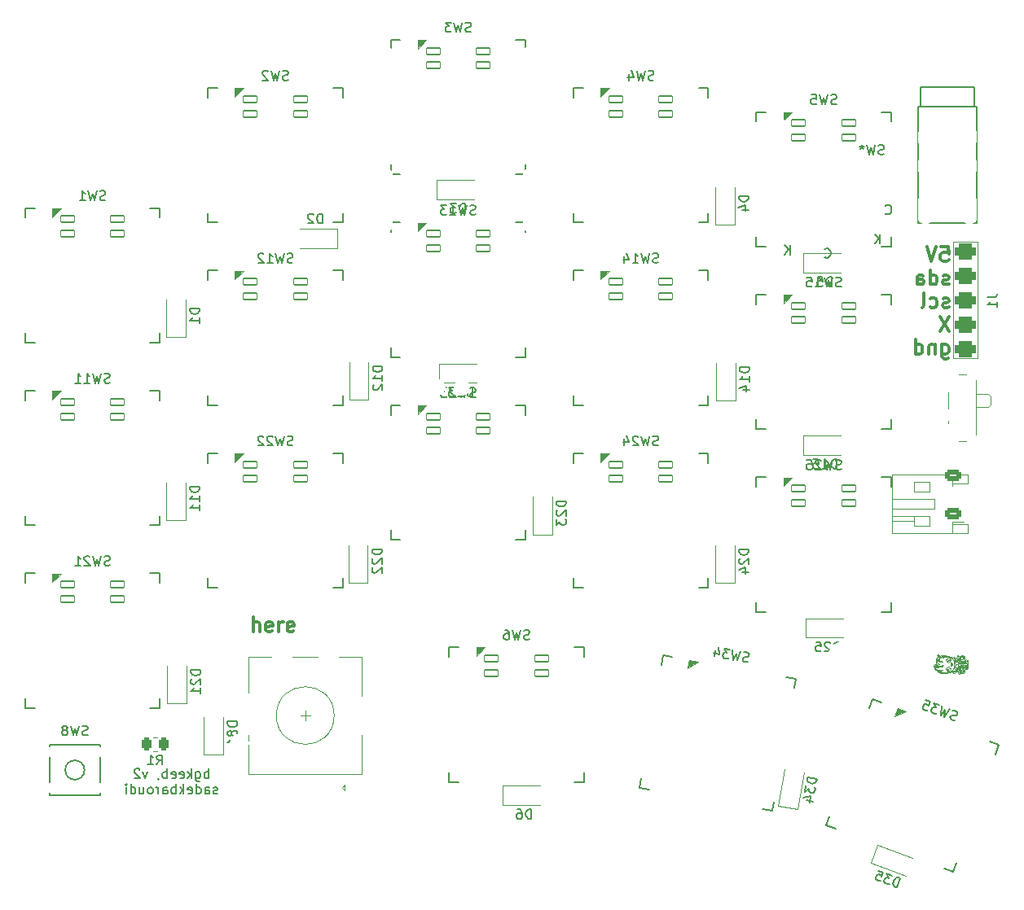
<source format=gbr>
%TF.GenerationSoftware,KiCad,Pcbnew,7.0.9*%
%TF.CreationDate,2023-12-02T05:10:55-05:00*%
%TF.ProjectId,bgkeeb,62676b65-6562-42e6-9b69-6361645f7063,rev?*%
%TF.SameCoordinates,Original*%
%TF.FileFunction,Legend,Bot*%
%TF.FilePolarity,Positive*%
%FSLAX46Y46*%
G04 Gerber Fmt 4.6, Leading zero omitted, Abs format (unit mm)*
G04 Created by KiCad (PCBNEW 7.0.9) date 2023-12-02 05:10:55*
%MOMM*%
%LPD*%
G01*
G04 APERTURE LIST*
G04 Aperture macros list*
%AMRoundRect*
0 Rectangle with rounded corners*
0 $1 Rounding radius*
0 $2 $3 $4 $5 $6 $7 $8 $9 X,Y pos of 4 corners*
0 Add a 4 corners polygon primitive as box body*
4,1,4,$2,$3,$4,$5,$6,$7,$8,$9,$2,$3,0*
0 Add four circle primitives for the rounded corners*
1,1,$1+$1,$2,$3*
1,1,$1+$1,$4,$5*
1,1,$1+$1,$6,$7*
1,1,$1+$1,$8,$9*
0 Add four rect primitives between the rounded corners*
20,1,$1+$1,$2,$3,$4,$5,0*
20,1,$1+$1,$4,$5,$6,$7,0*
20,1,$1+$1,$6,$7,$8,$9,0*
20,1,$1+$1,$8,$9,$2,$3,0*%
%AMRotRect*
0 Rectangle, with rotation*
0 The origin of the aperture is its center*
0 $1 length*
0 $2 width*
0 $3 Rotation angle, in degrees counterclockwise*
0 Add horizontal line*
21,1,$1,$2,0,0,$3*%
G04 Aperture macros list end*
%ADD10C,0.050000*%
%ADD11C,0.300000*%
%ADD12C,0.200000*%
%ADD13C,0.150000*%
%ADD14C,0.100000*%
%ADD15C,0.120000*%
%ADD16C,1.750000*%
%ADD17O,1.700000X1.700000*%
%ADD18R,1.700000X1.700000*%
%ADD19RoundRect,0.082000X0.718000X-0.328000X0.718000X0.328000X-0.718000X0.328000X-0.718000X-0.328000X0*%
%ADD20RoundRect,0.082000X0.650135X-0.447696X0.764049X0.198338X-0.650135X0.447696X-0.764049X-0.198338X0*%
%ADD21C,1.701800*%
%ADD22C,0.990600*%
%ADD23C,3.429000*%
%ADD24C,2.032000*%
%ADD25R,2.000000X2.000000*%
%ADD26C,2.000000*%
%ADD27C,3.200000*%
%ADD28C,0.800000*%
%ADD29O,1.600000X2.000000*%
%ADD30RoundRect,0.082000X0.562517X-0.553790X0.786882X0.062649X-0.562517X0.553790X-0.786882X-0.062649X0*%
%ADD31RoundRect,0.250000X-0.625000X0.350000X-0.625000X-0.350000X0.625000X-0.350000X0.625000X0.350000X0*%
%ADD32O,1.750000X1.200000*%
%ADD33C,1.900000*%
%ADD34C,2.500000*%
%ADD35C,2.200000*%
%ADD36C,5.000000*%
%ADD37R,0.800000X1.000000*%
%ADD38C,1.100000*%
%ADD39R,1.500000X0.700000*%
%ADD40R,1.200000X0.900000*%
%ADD41R,0.900000X1.200000*%
%ADD42RotRect,0.900000X1.200000X80.000000*%
%ADD43RotRect,0.900000X1.200000X340.000000*%
%ADD44RoundRect,0.425000X0.675000X0.425000X-0.675000X0.425000X-0.675000X-0.425000X0.675000X-0.425000X0*%
%ADD45RoundRect,0.425000X0.675000X-0.425000X0.675000X0.425000X-0.675000X0.425000X-0.675000X-0.425000X0*%
%ADD46RoundRect,0.250000X-0.262500X-0.450000X0.262500X-0.450000X0.262500X0.450000X-0.262500X0.450000X0*%
%ADD47R,1.800000X1.100000*%
G04 APERTURE END LIST*
D10*
X151434160Y-98176408D02*
X151432858Y-98187970D01*
X151531691Y-98564012D02*
X151489317Y-98591831D01*
X151483327Y-98599210D01*
X151048649Y-98700680D02*
X151019024Y-98719012D01*
X151262108Y-98624918D02*
X151245521Y-98674648D01*
X151238327Y-98705274D01*
X150564545Y-99123793D02*
X150535233Y-99135970D01*
X150551025Y-99185325D02*
X150564139Y-99189200D01*
X151446160Y-99316856D02*
X151494291Y-99300761D01*
X151502285Y-99295710D01*
X151509066Y-97706356D02*
X151458642Y-97704291D01*
X151408188Y-97702865D01*
X151357729Y-97701970D01*
X151347639Y-97701845D01*
X151009837Y-98642585D02*
X151037816Y-98654762D01*
X148749247Y-98064866D02*
X148755894Y-98068481D01*
X150931264Y-98286710D02*
X150921723Y-98236753D01*
X150913368Y-98207377D01*
X150582483Y-97767220D02*
X150625027Y-97794690D01*
X150638472Y-97804918D01*
X150531754Y-98789378D02*
X150544430Y-98736955D01*
X150554577Y-98683984D01*
X150562325Y-98630602D01*
X150567806Y-98576950D01*
X151532493Y-98836002D02*
X151547618Y-98853762D01*
X150416274Y-97798668D02*
X150431629Y-97787387D01*
X151011670Y-97799033D02*
X151043212Y-97801481D01*
X150029972Y-98920731D02*
X150057993Y-98916627D01*
X149010799Y-98043627D02*
X149008613Y-98050095D01*
X150937420Y-97569866D02*
X150976662Y-97601162D01*
X150991139Y-97614439D01*
X150877452Y-97552200D02*
X150898379Y-97548991D01*
X151512056Y-99245335D02*
X151481045Y-99240825D01*
X149827452Y-98742168D02*
X149874237Y-98719848D01*
X149924891Y-98708957D01*
X149948858Y-98708305D01*
X150581545Y-98122554D02*
X150591222Y-98129387D01*
X151253004Y-97973220D02*
X151241358Y-97956356D01*
X148455703Y-98532023D02*
X148477119Y-98501189D01*
X151278212Y-98759658D02*
X151289774Y-98771439D01*
X149444316Y-98542054D02*
X149470952Y-98556918D01*
X149120066Y-99212720D02*
X149172086Y-99209248D01*
X149224079Y-99205079D01*
X149271462Y-99203793D01*
X150573108Y-98089491D02*
X150573108Y-98089491D01*
X148986393Y-98467502D02*
X148988222Y-98472189D01*
X148921206Y-98726647D02*
X148866522Y-98730018D01*
X148811803Y-98732923D01*
X148757053Y-98735280D01*
X148726626Y-98736325D01*
X150887847Y-97842616D02*
X150841745Y-97862940D01*
X150833410Y-97867158D01*
X151960389Y-98848991D02*
X151947901Y-98898080D01*
X151942983Y-98911408D01*
X150943222Y-98660159D02*
X150935504Y-98639773D01*
X151547618Y-98853762D02*
X151561722Y-98867012D01*
X150011452Y-98254002D02*
X149959045Y-98263836D01*
X149905758Y-98262268D01*
X149881577Y-98257439D01*
X149587577Y-97654731D02*
X149537662Y-97640769D01*
X149515347Y-97633231D01*
X151074618Y-98372908D02*
X151071368Y-98364116D01*
X151669118Y-98967543D02*
X151639806Y-98970616D01*
X151069004Y-98704512D02*
X151048649Y-98700680D01*
X151020139Y-99085148D02*
X151069790Y-99097982D01*
X151099785Y-99104918D01*
X151289774Y-98771439D02*
X151294545Y-98821773D01*
X150676399Y-98128668D02*
X150694566Y-98132148D01*
X150939608Y-97737814D02*
X150956024Y-97735314D01*
X151481941Y-99027335D02*
X151460931Y-99018585D01*
X151855754Y-98376970D02*
X151832379Y-98359752D01*
X151612004Y-97665043D02*
X151634357Y-97712416D01*
X151649669Y-97762519D01*
X151657431Y-97809512D01*
X150686847Y-98564460D02*
X150707545Y-98596356D01*
X149216535Y-99314804D02*
X149269407Y-99319815D01*
X149322551Y-99321163D01*
X149347087Y-99321054D01*
X151376108Y-98383085D02*
X151343222Y-98409679D01*
X150819629Y-98993012D02*
X150801272Y-98945079D01*
X150787327Y-98912877D01*
X148673708Y-98754710D02*
X148725481Y-98761333D01*
X148777173Y-98768534D01*
X148828570Y-98777527D01*
X148838796Y-98779647D01*
X150680556Y-97831283D02*
X150709150Y-97831908D01*
X148909560Y-99248679D02*
X148883459Y-99220658D01*
X149413212Y-97733616D02*
X149423389Y-97745710D01*
X151102639Y-97740220D02*
X151054917Y-97761281D01*
X151036827Y-97770741D01*
X151565066Y-99114731D02*
X151562254Y-99104700D01*
X151154129Y-99331668D02*
X151130754Y-99319439D01*
X150842295Y-98884731D02*
X150840952Y-98890345D01*
X150569493Y-98403158D02*
X150565111Y-98352587D01*
X150558146Y-98302308D01*
X150548347Y-98252511D01*
X150546025Y-98242627D01*
X151055431Y-98134023D02*
X151047847Y-98141158D01*
X148823536Y-97938366D02*
X148813363Y-97939397D01*
X151637525Y-98184575D02*
X151614097Y-98139470D01*
X151325962Y-98537814D02*
X151365420Y-98569538D01*
X151379316Y-98579137D01*
X150479816Y-99248012D02*
X150479191Y-99255460D01*
X148707485Y-97920127D02*
X148734790Y-97875845D01*
X148766246Y-97834408D01*
X151019337Y-99014293D02*
X151072046Y-99008849D01*
X151124396Y-99000540D01*
X151159129Y-98994002D01*
X151432858Y-98187970D02*
X151432858Y-98187970D01*
X150146962Y-98137950D02*
X150121533Y-98182130D01*
X150103462Y-98201929D01*
X151358306Y-97656648D02*
X151408643Y-97659289D01*
X151413858Y-97659283D01*
X151679785Y-98144825D02*
X151693017Y-98194190D01*
X151701149Y-98233116D01*
X151173941Y-97927085D02*
X151122837Y-97924059D01*
X151106118Y-97927887D01*
X151235295Y-98735971D02*
X151241629Y-98757970D01*
X150409545Y-99183585D02*
X150403295Y-99181397D01*
X150798389Y-98174710D02*
X150746698Y-98185009D01*
X150695274Y-98196575D01*
X149006471Y-98664356D02*
X149058164Y-98660119D01*
X149109456Y-98652583D01*
X149116233Y-98651189D01*
X150452014Y-97760835D02*
X150500080Y-97744248D01*
X150505420Y-97744366D01*
X150916410Y-97651700D02*
X150909806Y-97649554D01*
X151014785Y-98330700D02*
X151001629Y-98345512D01*
X151150785Y-99226595D02*
X151132712Y-99235825D01*
X151460931Y-99018585D02*
X151410503Y-99016605D01*
X151384045Y-99017783D01*
X151639264Y-98657398D02*
X151618782Y-98611628D01*
X151613743Y-98603814D01*
X150932420Y-98581991D02*
X150936347Y-98554418D01*
X148759732Y-98151647D02*
X148750809Y-98158877D01*
X151481941Y-99034335D02*
X151481941Y-99027335D01*
X150997702Y-99433439D02*
X150986545Y-99411939D01*
X151798691Y-98829220D02*
X151774420Y-98817179D01*
X151130754Y-99319439D02*
X151094785Y-99332023D01*
X150103774Y-97676106D02*
X150154505Y-97687649D01*
X150204770Y-97701074D01*
X150237847Y-97711491D01*
X150060358Y-98743023D02*
X150099325Y-98776779D01*
X150129061Y-98818906D01*
X150142993Y-98850366D01*
X150331722Y-98408293D02*
X150351296Y-98455896D01*
X150354077Y-98467460D01*
X151614097Y-98139470D02*
X151570406Y-98113302D01*
X151567254Y-98112023D01*
X149282795Y-97632200D02*
X149281545Y-97636168D01*
X148618247Y-98939116D02*
X148646580Y-98970439D01*
X151004483Y-99074887D02*
X151004931Y-99078595D01*
X151440004Y-97851231D02*
X151443254Y-97845387D01*
X149395410Y-98543887D02*
X149444316Y-98542054D01*
X151633691Y-99001137D02*
X151645472Y-99043564D01*
X150686358Y-99140439D02*
X150687649Y-99180908D01*
X148837724Y-97781450D02*
X148820323Y-97750929D01*
X151937941Y-98065710D02*
X151954094Y-98115385D01*
X151961722Y-98150356D01*
X149460504Y-98572043D02*
X149431993Y-98584887D01*
X149612743Y-99392304D02*
X149562925Y-99397925D01*
X149513021Y-99402867D01*
X149463037Y-99406986D01*
X149412981Y-99410138D01*
X149384347Y-99411450D01*
X150394368Y-97792689D02*
X150416274Y-97798668D01*
X148873286Y-98802314D02*
X148822592Y-98809223D01*
X148820948Y-98809366D01*
X149023694Y-99043033D02*
X149077492Y-99043506D01*
X149131293Y-99042878D01*
X149156118Y-99042314D01*
X148800468Y-97595210D02*
X148784540Y-97555408D01*
X151101754Y-98834399D02*
X151111118Y-98846887D01*
X151195087Y-97712377D02*
X151145253Y-97724810D01*
X151102639Y-97740220D01*
X150264483Y-99152793D02*
X150309213Y-99128065D01*
X150350225Y-99097621D01*
X150355327Y-99093095D01*
X150695274Y-98196575D02*
X150647236Y-98210513D01*
X150642452Y-98212502D01*
X149625420Y-97723804D02*
X149601191Y-97726304D01*
X151833889Y-98833731D02*
X151798691Y-98829220D01*
X151216014Y-98133616D02*
X151238327Y-98144554D01*
X149897097Y-99158950D02*
X149846927Y-99141884D01*
X149807420Y-99116835D01*
X150688764Y-99136241D02*
X150686358Y-99140439D01*
X151716097Y-98420783D02*
X151766809Y-98415344D01*
X151786504Y-98412127D01*
X150431629Y-97787387D02*
X150452014Y-97760835D01*
X148986259Y-98475845D02*
X148946861Y-98494668D01*
X151301056Y-98339700D02*
X151320868Y-98338731D01*
X150203316Y-98635002D02*
X150178868Y-98612595D01*
X150994441Y-99369772D02*
X151006577Y-99327606D01*
X151519243Y-97863814D02*
X151474045Y-97869127D01*
X150573024Y-98892668D02*
X150573024Y-98892668D01*
X151520045Y-98407668D02*
X151538827Y-98417262D01*
X150906014Y-99128877D02*
X150920462Y-99149845D01*
X148573807Y-98831897D02*
X148577421Y-98855095D01*
X150991139Y-97614439D02*
X151030358Y-97641929D01*
X151099785Y-99104918D02*
X151149431Y-99115626D01*
X151172160Y-99119689D01*
X148941775Y-97722512D02*
X148988395Y-97743301D01*
X148991614Y-97744418D01*
X148941151Y-98171991D02*
X148889143Y-98165677D01*
X148837109Y-98159513D01*
X148785050Y-98153595D01*
X148774635Y-98152450D01*
X151872712Y-98228168D02*
X151878451Y-98177835D01*
X151873827Y-98151648D01*
X150516806Y-99367095D02*
X150465739Y-99360590D01*
X150436004Y-99352283D01*
X149716931Y-98925554D02*
X149716931Y-98925554D01*
X151379316Y-98579137D02*
X151406629Y-98593418D01*
X151499212Y-98851356D02*
X151522452Y-98834356D01*
X150545535Y-97851095D02*
X150571285Y-97886523D01*
X151525629Y-99265366D02*
X151524816Y-99253814D01*
X150875629Y-97989814D02*
X150894270Y-97942348D01*
X150901899Y-97920481D01*
X151777983Y-98880491D02*
X151828189Y-98872902D01*
X151839202Y-98868793D01*
X151794181Y-98301293D02*
X151835941Y-98282783D01*
X150982212Y-98202689D02*
X151009114Y-98246042D01*
X151010504Y-98247002D01*
X151620618Y-98005429D02*
X151642702Y-98011054D01*
X149287702Y-98642940D02*
X149287743Y-98647981D01*
X151241629Y-98757970D02*
X151258983Y-98763054D01*
X150713837Y-97962908D02*
X150699272Y-98012572D01*
X150697868Y-98019845D01*
X151241410Y-97983304D02*
X151253004Y-97973220D01*
X149298504Y-99218470D02*
X149283868Y-99228418D01*
X148927363Y-97687710D02*
X148927541Y-97707387D01*
X151839202Y-98868793D02*
X151851024Y-98859564D01*
X151443754Y-98220043D02*
X151458358Y-98269316D01*
X151462264Y-98283179D01*
X151238327Y-98705274D02*
X151235295Y-98735971D01*
X151422691Y-98590741D02*
X151444691Y-98565033D01*
X149130597Y-99266033D02*
X149124754Y-99272283D01*
X150851889Y-98022210D02*
X150875629Y-97989814D01*
X151150379Y-98857148D02*
X151179785Y-98859700D01*
X151439462Y-98172220D02*
X151434160Y-98176408D01*
X151271795Y-99132585D02*
X151325328Y-99136780D01*
X151378965Y-99139222D01*
X151427774Y-99139783D01*
X151320785Y-98323429D02*
X151296597Y-98293845D01*
X151406629Y-98593418D02*
X151422691Y-98590741D01*
X150956879Y-98815127D02*
X150955441Y-98825388D01*
X150850233Y-97588075D02*
X150877452Y-97552200D01*
X151441702Y-97860866D02*
X151440004Y-97851231D01*
X151751795Y-98303127D02*
X151794181Y-98301293D01*
X151684514Y-98609741D02*
X151694233Y-98633752D01*
X151483327Y-98599210D02*
X151459139Y-98641918D01*
X151233775Y-98314950D02*
X151281541Y-98334499D01*
X151301056Y-98339700D01*
X148603032Y-98740429D02*
X148600489Y-98742481D01*
X151806045Y-98693762D02*
X151786733Y-98684793D01*
X151532847Y-98367200D02*
X151516702Y-98392991D01*
X149347087Y-99321054D02*
X149397621Y-99319499D01*
X149448079Y-99316553D01*
X149471347Y-99314804D01*
X151541066Y-97713543D02*
X151535264Y-97709252D01*
X148907107Y-99171314D02*
X148932940Y-99156054D01*
X150573108Y-98089491D02*
X150581545Y-98122554D01*
X151916170Y-98948887D02*
X151872847Y-98966241D01*
X151571764Y-98567137D02*
X151531691Y-98564012D01*
X150734670Y-99151543D02*
X150695097Y-99136064D01*
X151407743Y-98368356D02*
X151376108Y-98383085D01*
X148451062Y-98599752D02*
X148452800Y-98548775D01*
X148455703Y-98532023D01*
X149339410Y-98661189D02*
X149341066Y-98667304D01*
X151218743Y-98357252D02*
X151173241Y-98335808D01*
X151166493Y-98333335D01*
X149384347Y-99411450D02*
X149331853Y-99412726D01*
X149279344Y-99411963D01*
X149244379Y-99409887D01*
X151347639Y-97701845D02*
X151295002Y-97702447D01*
X151242481Y-97705740D01*
X151195087Y-97712377D01*
X150481379Y-99256616D02*
X150492170Y-99247158D01*
X150638472Y-97804918D02*
X150680556Y-97831283D01*
X151158681Y-97779481D02*
X151209335Y-97773202D01*
X151216639Y-97773064D01*
X151223962Y-98123314D02*
X151216191Y-98130762D01*
X151556410Y-97814470D02*
X151562035Y-97795595D01*
X148766246Y-97834408D02*
X148794534Y-97810054D01*
X150436004Y-99352283D02*
X150398837Y-99327835D01*
X148914068Y-97462564D02*
X148956842Y-97493100D01*
X148978495Y-97516241D01*
X149949170Y-98112741D02*
X149931671Y-98064615D01*
X149926681Y-98059085D01*
X151234847Y-97776679D02*
X151234493Y-97782835D01*
X151375483Y-99407564D02*
X151323337Y-99399295D01*
X151270970Y-99392806D01*
X151255910Y-99391950D01*
X151368608Y-98755648D02*
X151382988Y-98707495D01*
X151388337Y-98681710D01*
X148836966Y-97786575D02*
X148837724Y-97781450D01*
X150403295Y-99181397D02*
X150373670Y-99193262D01*
X151667202Y-98404856D02*
X151668983Y-98411325D01*
X148584069Y-98576772D02*
X148550829Y-98589533D01*
X151029785Y-98025335D02*
X151027639Y-98043981D01*
X148603479Y-98744086D02*
X148653879Y-98752114D01*
X148673708Y-98754710D01*
X151138691Y-98154950D02*
X151090328Y-98137371D01*
X151085243Y-98135804D01*
X151296597Y-98293845D02*
X151258921Y-98258401D01*
X151253900Y-98252970D01*
X151874629Y-98609387D02*
X151862806Y-98589262D01*
X151006577Y-99327606D02*
X150995649Y-99298387D01*
X148988222Y-98472189D02*
X148986259Y-98475845D01*
X148650328Y-98069991D02*
X148660553Y-98020915D01*
X148668443Y-97999502D01*
X151960160Y-98622325D02*
X151965051Y-98673485D01*
X151967210Y-98724852D01*
X151967306Y-98759127D01*
X150875754Y-98946304D02*
X150870889Y-98974189D01*
X151085691Y-98448762D02*
X151078816Y-98421898D01*
X151467170Y-98475981D02*
X151458149Y-98426240D01*
X151442410Y-98395439D01*
X149299879Y-98630845D02*
X149287702Y-98642940D01*
X151008233Y-98170835D02*
X150984004Y-98186585D01*
X149470274Y-98564012D02*
X149460504Y-98572043D01*
X149717910Y-98043491D02*
X149717910Y-98043491D01*
X149270566Y-98691753D02*
X149217934Y-98699315D01*
X149165126Y-98705551D01*
X149129889Y-98709284D01*
X151030358Y-97641929D02*
X151081260Y-97643166D01*
X151082879Y-97642814D01*
X148577421Y-98855095D02*
X148597847Y-98903570D01*
X148618247Y-98939116D01*
X150947952Y-97971929D02*
X150916256Y-98011097D01*
X150908597Y-98022970D01*
X150202649Y-98328960D02*
X150253210Y-98335892D01*
X150259931Y-98338908D01*
X150591222Y-98129387D02*
X150613712Y-98119168D01*
X149038462Y-99206960D02*
X149052691Y-99211335D01*
X149398618Y-97761366D02*
X149356681Y-97752804D01*
X151011618Y-97788720D02*
X151008722Y-97795106D01*
X151056910Y-99059898D02*
X151008993Y-99071189D01*
X149314785Y-99078325D02*
X149264102Y-99090077D01*
X149218993Y-99098804D01*
X148991614Y-97744418D02*
X149034492Y-97757002D01*
X151255910Y-99391950D02*
X151205170Y-99401002D01*
X149094462Y-97626179D02*
X149135014Y-97604897D01*
X151028889Y-98395085D02*
X151020368Y-98354710D01*
X150977045Y-97881887D02*
X150965483Y-97888752D01*
X151101931Y-98037960D02*
X151150906Y-98022031D01*
X151193399Y-98005970D01*
X151446118Y-97864752D02*
X151441702Y-97860866D01*
X151267056Y-98231648D02*
X151305702Y-98250523D01*
X150178868Y-98612595D02*
X150167972Y-98566731D01*
X149191504Y-97571158D02*
X149242968Y-97550593D01*
X149296763Y-97537220D01*
X149351813Y-97530360D01*
X149362879Y-97529710D01*
X149306483Y-98194439D02*
X149304879Y-98200731D01*
X149471347Y-99314804D02*
X149525092Y-99309995D01*
X149578739Y-99304178D01*
X149632285Y-99297449D01*
X149685724Y-99289904D01*
X149716212Y-99285262D01*
X149911774Y-99052710D02*
X149943274Y-99012512D01*
X151552170Y-97863283D02*
X151519243Y-97863814D01*
X150753462Y-98866564D02*
X150707545Y-98845498D01*
X150696254Y-98842387D01*
X150884639Y-98084762D02*
X150888431Y-98092262D01*
X151669702Y-98106627D02*
X151669702Y-98115595D01*
X151143597Y-99173627D02*
X151143910Y-99167606D01*
X150678629Y-98098283D02*
X150673410Y-98121481D01*
X150972983Y-98029398D02*
X150996274Y-97984148D01*
X149052691Y-99211335D02*
X149103216Y-99213224D01*
X149120066Y-99212720D01*
X150961025Y-98829668D02*
X150987077Y-98832387D01*
X151376420Y-98142012D02*
X151388691Y-98134960D01*
X151001629Y-98345512D02*
X150990066Y-98383533D01*
X151008993Y-99071189D02*
X151004483Y-99074887D01*
X150907441Y-99119377D02*
X150905920Y-99128429D01*
X150763545Y-98509220D02*
X150726066Y-98505470D01*
X150909806Y-97649554D02*
X150905962Y-97652148D01*
X148883459Y-99220658D02*
X148879979Y-99205356D01*
X151705660Y-98093460D02*
X151676254Y-98099002D01*
X150611795Y-99215210D02*
X150605639Y-99173231D01*
X151942983Y-98911408D02*
X151916170Y-98948887D01*
X150605639Y-99173231D02*
X150586358Y-99133116D01*
X148904028Y-97991918D02*
X148863601Y-97962468D01*
X148849771Y-97953189D01*
X151502285Y-99295710D02*
X151525629Y-99265366D01*
X151443254Y-97845387D02*
X151480243Y-97826241D01*
X150898379Y-97548991D02*
X150937420Y-97569866D01*
X149295066Y-98653606D02*
X149332275Y-98658107D01*
X151465608Y-99187595D02*
X151414448Y-99187003D01*
X151379452Y-99188627D01*
X149432670Y-97607929D02*
X149429139Y-97610200D01*
X151216191Y-98130762D02*
X151216014Y-98133616D01*
X150920827Y-98768137D02*
X150942665Y-98722691D01*
X150944868Y-98713575D01*
X150829618Y-98503731D02*
X150778085Y-98509741D01*
X150763545Y-98509220D01*
X151164441Y-98702773D02*
X151158285Y-98704335D01*
X150132108Y-99055168D02*
X150100361Y-99094310D01*
X150060358Y-99125085D01*
X151668983Y-98411325D02*
X151674649Y-98415970D01*
X150699649Y-99235075D02*
X150705281Y-99286865D01*
X150703035Y-99304137D01*
X149296222Y-99207543D02*
X149299972Y-99211335D01*
X151946733Y-98406950D02*
X151931222Y-98456981D01*
X151925847Y-98483877D01*
X149608868Y-97566387D02*
X149658991Y-97580816D01*
X149709513Y-97593757D01*
X149723983Y-97597304D01*
X151085243Y-98135804D02*
X151055431Y-98134023D01*
X150573160Y-98877012D02*
X150573024Y-98892668D01*
X150951077Y-99266085D02*
X150906984Y-99240859D01*
X150862462Y-99216377D01*
X150705670Y-98609293D02*
X150688045Y-98613002D01*
X150695097Y-99136064D02*
X150688764Y-99136241D01*
X151166493Y-98333335D02*
X151141285Y-98329408D01*
X150684077Y-98518950D02*
X150674795Y-98539470D01*
X150601129Y-99231585D02*
X150605816Y-99233647D01*
X149851410Y-97838335D02*
X149900294Y-97823767D01*
X149951243Y-97820060D01*
X149958045Y-97820262D01*
X150009087Y-98885752D02*
X150009087Y-98885752D01*
X150904535Y-97661252D02*
X150904535Y-97661252D01*
X151258983Y-98763054D02*
X151278212Y-98759658D01*
X151391504Y-98822397D02*
X151390920Y-98836179D01*
X149757754Y-98806647D02*
X149791829Y-98769164D01*
X149827452Y-98742168D01*
X150999618Y-97895491D02*
X151051742Y-97892672D01*
X151103735Y-97887524D01*
X151110670Y-97886929D01*
X151444556Y-97651345D02*
X151394115Y-97647541D01*
X151392483Y-97647595D01*
X151446337Y-98732804D02*
X151419879Y-98762022D01*
X151320868Y-98338731D02*
X151323545Y-98334804D01*
X151199379Y-98964772D02*
X151147110Y-98948364D01*
X151094512Y-98933078D01*
X151046556Y-98919658D01*
X151522452Y-98834356D02*
X151532493Y-98836002D01*
X151316097Y-98150752D02*
X151367223Y-98144626D01*
X151376420Y-98142012D01*
X150852025Y-98881689D02*
X150842295Y-98884731D01*
X150009087Y-98885752D02*
X150029972Y-98920731D01*
X148650418Y-98147231D02*
X148648818Y-98096513D01*
X148650328Y-98069991D01*
X148879621Y-98395752D02*
X148923019Y-98420780D01*
X148951769Y-98439439D01*
X151614545Y-98832741D02*
X151638597Y-98800220D01*
X150614066Y-97922616D02*
X150627139Y-97927304D01*
X150013639Y-98000970D02*
X150040191Y-98026585D01*
X150838275Y-99076408D02*
X150839129Y-99053877D01*
X150398077Y-99220616D02*
X150409410Y-99190366D01*
X150619514Y-99365491D02*
X150568226Y-99368984D01*
X150516806Y-99367095D01*
X149601191Y-97726304D02*
X149551577Y-97719158D01*
X149983795Y-97652502D02*
X150036363Y-97662395D01*
X150088822Y-97672922D01*
X150103774Y-97676106D01*
X151027639Y-98043981D02*
X151027639Y-98043981D01*
X150067941Y-98861970D02*
X150031306Y-98852783D01*
X150996274Y-97984148D02*
X150997389Y-97965325D01*
X150040191Y-98026585D02*
X150080389Y-98013106D01*
X150703035Y-99304137D02*
X150678545Y-99343450D01*
X151796899Y-98793887D02*
X151831889Y-98790981D01*
X149432931Y-97687397D02*
X149385534Y-97669703D01*
X149361587Y-97658387D01*
X149124754Y-99272283D02*
X149126722Y-99278033D01*
X151540660Y-98350023D02*
X151532847Y-98367200D01*
X150828733Y-98025335D02*
X150851889Y-98022210D01*
X150533847Y-99198262D02*
X150551025Y-99185325D01*
X150830202Y-97736960D02*
X150830608Y-97694533D01*
X151295525Y-98583283D02*
X151282056Y-98587970D01*
X150697868Y-98019845D02*
X150686875Y-98069123D01*
X150678629Y-98098283D01*
X149354722Y-99060793D02*
X149314785Y-99078325D01*
X151217712Y-98980252D02*
X151224847Y-98977439D01*
X151669702Y-98115595D02*
X151669702Y-98115595D01*
X149051087Y-97757179D02*
X149055368Y-97750929D01*
X151109420Y-98653783D02*
X151138295Y-98645127D01*
X151141816Y-99248272D02*
X151184743Y-99266262D01*
X150982212Y-98202689D02*
X150982212Y-98202689D01*
X151023087Y-99445450D02*
X150997702Y-99433439D01*
X149821743Y-98109397D02*
X149821743Y-98109397D01*
X150167972Y-98566731D02*
X150164616Y-98516756D01*
X150164274Y-98477804D01*
X151343847Y-97565231D02*
X151395455Y-97553807D01*
X151436389Y-97550325D01*
X151537358Y-98699648D02*
X151587715Y-98707171D01*
X151604597Y-98708794D01*
X151567431Y-98405658D02*
X151603660Y-98370012D01*
X149429139Y-97610200D02*
X149428879Y-97614533D01*
X150986545Y-99411939D02*
X150994441Y-99369772D01*
X148816086Y-98083429D02*
X148868829Y-98094731D01*
X148921678Y-98105439D01*
X148969795Y-98114877D01*
X148763391Y-98013512D02*
X148748666Y-98052866D01*
X150142993Y-98850366D02*
X150155235Y-98899787D01*
X150158278Y-98950651D01*
X150155524Y-98984533D01*
X150617462Y-98752564D02*
X150642900Y-98769388D01*
X151088410Y-98719054D02*
X151069004Y-98704512D01*
X149830212Y-99360272D02*
X149776011Y-99369334D01*
X149721696Y-99377710D01*
X149667271Y-99385374D01*
X149612743Y-99392304D01*
X151394129Y-98234189D02*
X151367181Y-98215762D01*
X149116233Y-98651189D02*
X149164465Y-98637090D01*
X149179993Y-98630804D01*
X151161181Y-98285106D02*
X151209278Y-98303610D01*
X151233775Y-98314950D01*
X148736532Y-98453845D02*
X148733719Y-98429710D01*
X151106118Y-97927887D02*
X151062949Y-97956125D01*
X151052493Y-97970002D01*
X151356077Y-97655179D02*
X151358306Y-97656648D01*
X151078816Y-98421898D02*
X151074618Y-98372908D01*
X148820323Y-97750929D02*
X148805377Y-97701627D01*
X148868601Y-97530116D02*
X148866191Y-97531762D01*
X150316462Y-98487762D02*
X150314561Y-98436605D01*
X150312004Y-98429668D01*
X150657035Y-98606668D02*
X150631118Y-98621835D01*
X150125764Y-99201252D02*
X150174361Y-99187210D01*
X150222187Y-99170766D01*
X150264483Y-99152793D01*
X151126827Y-98338241D02*
X151119066Y-98369293D01*
X150917295Y-99115220D02*
X150907441Y-99119377D01*
X151841472Y-98396606D02*
X151855847Y-98384377D01*
X150267295Y-98423200D02*
X150280348Y-98473065D01*
X150284431Y-98481731D01*
X149723983Y-97597304D02*
X149777417Y-97609877D01*
X149830993Y-97621837D01*
X149879827Y-97632200D01*
X148457487Y-98710180D02*
X148452103Y-98658679D01*
X148451553Y-98646731D01*
X151330243Y-98830471D02*
X151355799Y-98787491D01*
X151368608Y-98755648D01*
X151388337Y-98681710D02*
X151386504Y-98672169D01*
X149428879Y-97614533D02*
X149439889Y-97628939D01*
X151194066Y-98821232D02*
X151190319Y-98771315D01*
X151189649Y-98766180D01*
X151536650Y-97819908D02*
X151556410Y-97814470D01*
X149820847Y-99005148D02*
X149820847Y-99005148D01*
X151663847Y-98581773D02*
X151663493Y-98588679D01*
X150956024Y-97735314D02*
X150961295Y-97718491D01*
X149077639Y-97828700D02*
X149025614Y-97841374D01*
X148973719Y-97854567D01*
X148949895Y-97861137D01*
X149299972Y-99211335D02*
X149298504Y-99218470D01*
X151522233Y-98730387D02*
X151475827Y-98722585D01*
X149821743Y-98109398D02*
X149846042Y-98153338D01*
X149850566Y-98156241D01*
X151521295Y-99133523D02*
X151555514Y-99124189D01*
X151250150Y-98184929D02*
X151200983Y-98173315D01*
X151152416Y-98159403D01*
X151138691Y-98154950D01*
X149820670Y-99000960D02*
X149820847Y-99005148D01*
X151108670Y-98798617D02*
X151101566Y-98828512D01*
X150571285Y-97886523D02*
X150609650Y-97919761D01*
X150614066Y-97922616D01*
X150935504Y-98639773D02*
X150931569Y-98589214D01*
X150932420Y-98581991D01*
X151533743Y-99390429D02*
X151485432Y-99408686D01*
X151473597Y-99410512D01*
X150614608Y-98258595D02*
X150620154Y-98309800D01*
X150621972Y-98321554D01*
X151155066Y-99343720D02*
X151154129Y-99331668D01*
X151224847Y-98977439D02*
X151199379Y-98964772D01*
X149717910Y-98043491D02*
X149724365Y-97993059D01*
X149741427Y-97945155D01*
X149765566Y-97905710D01*
X151705212Y-98358137D02*
X151677420Y-98381918D01*
X150097660Y-97886033D02*
X150132277Y-97924602D01*
X150147097Y-97947335D01*
X148905054Y-99131783D02*
X148855066Y-99119701D01*
X148847854Y-99118262D01*
X151504649Y-98330252D02*
X151534774Y-98341637D01*
X149043420Y-97600075D02*
X149071879Y-97625241D01*
X151785129Y-98679210D02*
X151790660Y-98675158D01*
X150237847Y-97711491D02*
X150286491Y-97730450D01*
X150333111Y-97753910D01*
X150345962Y-97761502D01*
X151561722Y-98867012D02*
X151579566Y-98862502D01*
X151943212Y-98544418D02*
X151956244Y-98595121D01*
X151960160Y-98622325D01*
X149716212Y-99285262D02*
X149771160Y-99276263D01*
X149825991Y-99266526D01*
X149880693Y-99256075D01*
X149911024Y-99249970D01*
X151473597Y-99410512D02*
X151421399Y-99412137D01*
X151375483Y-99407564D01*
X148879979Y-99205356D02*
X148907107Y-99171314D01*
X151562254Y-99104700D02*
X151540931Y-99088012D01*
X151462264Y-98283179D02*
X151492432Y-98323055D01*
X151504649Y-98330252D01*
X151360004Y-97652366D02*
X151356077Y-97655179D01*
X151466462Y-99061418D02*
X151462181Y-99056200D01*
X151724670Y-98286439D02*
X151751795Y-98303127D01*
X151716149Y-98879460D02*
X151766380Y-98880865D01*
X151777983Y-98880491D01*
X150912660Y-97841325D02*
X150887847Y-97842616D01*
X151677420Y-98381918D02*
X151667202Y-98404856D01*
X150103462Y-98201929D02*
X150060617Y-98233504D01*
X150011452Y-98254002D01*
X151638597Y-98800220D02*
X151635743Y-98776793D01*
X150869650Y-98494804D02*
X150829618Y-98503731D01*
X151925847Y-98483877D02*
X151930181Y-98521752D01*
X149287566Y-97629877D02*
X149282795Y-97632200D01*
X150267295Y-98423200D02*
X150267295Y-98423200D01*
X148838796Y-98779647D02*
X148879844Y-98791033D01*
X148774635Y-98152450D02*
X148759732Y-98151647D01*
X149362879Y-97529710D02*
X149413138Y-97529404D01*
X149463247Y-97533278D01*
X149512932Y-97540987D01*
X149522795Y-97542960D01*
X151101754Y-98834399D02*
X151101754Y-98834399D01*
X149287743Y-98647981D02*
X149295066Y-98653606D01*
X150355327Y-99093095D02*
X150390775Y-99057583D01*
X150422811Y-99018923D01*
X150442785Y-98992075D01*
X148633372Y-98738648D02*
X148603032Y-98740429D01*
X151470431Y-99211866D02*
X151511431Y-99199064D01*
X150567806Y-98576950D02*
X150570979Y-98522694D01*
X150571769Y-98468344D01*
X150570120Y-98414012D01*
X150569493Y-98403158D01*
X151648368Y-97921148D02*
X151629629Y-97965095D01*
X150578202Y-98841981D02*
X150573160Y-98877012D01*
X151562035Y-97795595D02*
X151551122Y-97745905D01*
X151550254Y-97742627D01*
X148895015Y-97893127D02*
X148905054Y-97912668D01*
X150888431Y-98092262D02*
X150899181Y-98094398D01*
X151113035Y-98440106D02*
X151102868Y-98458845D01*
X149297337Y-99043752D02*
X149346066Y-99050439D01*
X151878556Y-98751543D02*
X151859097Y-98718595D01*
X150299285Y-98413783D02*
X150277202Y-98406200D01*
X149132920Y-98195460D02*
X149078962Y-98189012D01*
X149025037Y-98182354D01*
X148971116Y-98175660D01*
X148941151Y-98171991D01*
X150231910Y-97807908D02*
X150181018Y-97791750D01*
X150129546Y-97777524D01*
X150095066Y-97768595D01*
X151633910Y-98705450D02*
X151641233Y-98695814D01*
X151004931Y-99078595D02*
X151004931Y-99078595D01*
X149290160Y-97721210D02*
X149245406Y-97696285D01*
X149229650Y-97689710D01*
X149958045Y-97820262D02*
X150009495Y-97826285D01*
X150031712Y-97834148D01*
X149431993Y-98584887D02*
X149382535Y-98599606D01*
X149371004Y-98602606D01*
X151701149Y-98233116D02*
X151720076Y-98280664D01*
X151724670Y-98286439D01*
X150162306Y-98002314D02*
X150161638Y-98052844D01*
X150159004Y-98079231D01*
X149522795Y-97542960D02*
X149571537Y-97554934D01*
X149608868Y-97566387D01*
X150591410Y-98828772D02*
X150578202Y-98841981D01*
X151567254Y-98112023D02*
X151517140Y-98097500D01*
X151493504Y-98095116D01*
X150558254Y-97843647D02*
X150547764Y-97842179D01*
X151831889Y-98790981D02*
X151868160Y-98774523D01*
X150905920Y-99128429D02*
X150906014Y-99128877D01*
X151294545Y-98821773D02*
X151301597Y-98841398D01*
X151832379Y-98359752D02*
X151782084Y-98347197D01*
X151772493Y-98346408D01*
X149071879Y-97625241D02*
X149094462Y-97626179D01*
X150013639Y-98000970D02*
X150013639Y-98000970D01*
X148727339Y-99096981D02*
X148678038Y-99085622D01*
X148629497Y-99071442D01*
X148623111Y-99069272D01*
X151814264Y-98567002D02*
X151764152Y-98560268D01*
X151724754Y-98560533D01*
X151103670Y-99356481D02*
X151139358Y-99354606D01*
X151442410Y-98395439D02*
X151423535Y-98373314D01*
X150398837Y-99327835D02*
X150384639Y-99286647D01*
X148905054Y-97912668D02*
X148936420Y-97945200D01*
X151212941Y-99209991D02*
X151164174Y-99222186D01*
X151150785Y-99226595D01*
X148697088Y-98355283D02*
X148678751Y-98306223D01*
X148665452Y-98255482D01*
X148662286Y-98240835D01*
X151493504Y-98095116D02*
X151472035Y-98100606D01*
X149179993Y-98630804D02*
X149225954Y-98609196D01*
X149271499Y-98586730D01*
X149292879Y-98577127D01*
X151047847Y-98141158D02*
X151037139Y-98158387D01*
X149894066Y-98935283D02*
X149868899Y-98933491D01*
X150084233Y-97988075D02*
X150059775Y-97962689D01*
X151312702Y-98456877D02*
X151306056Y-98494720D01*
X148827909Y-98672033D02*
X148878137Y-98670282D01*
X148928369Y-98668334D01*
X148978585Y-98665953D01*
X149006471Y-98664356D01*
X149281545Y-97636168D02*
X149300285Y-97658168D01*
X150277202Y-98406200D02*
X150269618Y-98409898D01*
X148451062Y-98599752D02*
X148451062Y-98599752D01*
X148646580Y-98970439D02*
X148692363Y-98995348D01*
X148711544Y-99002429D01*
X149863014Y-99058877D02*
X149911774Y-99052710D01*
X151367181Y-98215762D02*
X151319597Y-98199679D01*
X151297358Y-98194356D01*
X150155524Y-98984533D02*
X150142729Y-99034317D01*
X150132108Y-99055168D01*
X150312004Y-98429668D02*
X150299285Y-98413783D01*
X151535264Y-97709252D02*
X151509066Y-97706356D01*
X151419879Y-98762022D02*
X151395478Y-98806038D01*
X151391504Y-98822397D01*
X148932940Y-99156054D02*
X148934948Y-99150606D01*
X151205170Y-99401002D02*
X151180056Y-99418095D01*
X149420347Y-97755481D02*
X149398618Y-97761366D01*
X150631118Y-98621835D02*
X150614720Y-98670082D01*
X150613847Y-98677345D01*
X151065472Y-98371085D02*
X151050212Y-98398700D01*
X151772493Y-98346408D02*
X151721317Y-98352000D01*
X151705212Y-98358137D01*
X151235295Y-98735971D02*
X151235295Y-98735971D01*
X151497066Y-97562814D02*
X151539191Y-97584106D01*
X151663493Y-98588679D02*
X151663493Y-98588679D01*
X150014535Y-98863981D02*
X150009087Y-98885752D01*
X151150962Y-98634512D02*
X151182066Y-98629241D01*
X149937702Y-98155929D02*
X149949170Y-98112741D01*
X150707545Y-98596356D02*
X150705670Y-98609293D01*
X150973868Y-98782326D02*
X150956879Y-98815127D01*
X151069847Y-99190314D02*
X151120469Y-99184858D01*
X151134097Y-99180502D01*
X151301597Y-98841398D02*
X151308556Y-98844575D01*
X148949895Y-97861137D02*
X148903715Y-97879522D01*
X148678348Y-98555220D02*
X148628075Y-98565818D01*
X148584069Y-98576772D01*
X150147097Y-97947335D02*
X150161730Y-97995148D01*
X150162306Y-98002314D01*
X151323545Y-98334804D02*
X151320785Y-98323429D01*
X151193399Y-98005970D02*
X151239971Y-97984135D01*
X151241410Y-97983304D01*
X151412827Y-98280283D02*
X151394129Y-98234189D01*
X148528921Y-98637720D02*
X148528921Y-98637720D01*
X149765566Y-97905710D02*
X149801647Y-97868857D01*
X149845142Y-97841201D01*
X149851410Y-97838335D01*
X150763368Y-97804606D02*
X150806145Y-97776055D01*
X150813202Y-97769627D01*
X149356681Y-97752804D02*
X149310179Y-97732656D01*
X149290160Y-97721210D01*
X151444691Y-98565033D02*
X151463816Y-98516555D01*
X151467170Y-98475981D01*
X151043212Y-97801481D02*
X151093959Y-97793190D01*
X151144243Y-97782224D01*
X151158681Y-97779481D01*
X151539191Y-97584106D02*
X151578071Y-97617669D01*
X151608574Y-97659099D01*
X151612004Y-97665043D01*
X151184743Y-99266262D02*
X151234507Y-99282311D01*
X151285008Y-99295974D01*
X151291774Y-99297668D01*
X150992347Y-97960679D02*
X150972004Y-97956804D01*
X151458254Y-99226366D02*
X151470431Y-99211866D01*
X149292337Y-98206481D02*
X149249327Y-98206970D01*
X151459139Y-98641918D02*
X151456556Y-98658024D01*
X151600087Y-98753503D02*
X151551750Y-98738015D01*
X151522233Y-98730387D01*
X151642702Y-98011054D02*
X151694592Y-98008455D01*
X151714847Y-98006637D01*
X150931618Y-99012158D02*
X150983639Y-99015660D01*
X151019337Y-99014293D01*
X151631504Y-98976325D02*
X151633691Y-99001137D01*
X148847854Y-99118262D02*
X148795094Y-99109253D01*
X148742339Y-99100056D01*
X148727339Y-99096981D01*
X149126722Y-99278033D02*
X149149608Y-99296335D01*
X150863889Y-98910335D02*
X150875754Y-98946304D01*
X150573025Y-98892668D02*
X150590654Y-98939798D01*
X150591764Y-98941033D01*
X151052493Y-97970002D02*
X151032196Y-98016271D01*
X151029785Y-98025335D01*
X150305983Y-98499762D02*
X150316462Y-98487762D01*
X151030899Y-98049075D02*
X151047452Y-98050679D01*
X150479191Y-99255460D02*
X150481379Y-99256616D01*
X151329660Y-98113054D02*
X151278363Y-98112955D01*
X151258358Y-98114877D01*
X150619868Y-98231647D02*
X150614608Y-98258595D01*
X150966285Y-97892231D02*
X150968472Y-97893043D01*
X150830920Y-99080606D02*
X150838275Y-99076408D01*
X150787327Y-98912877D02*
X150759065Y-98871212D01*
X150753462Y-98866564D01*
X149807420Y-99116835D02*
X149769508Y-99079047D01*
X149740937Y-99033799D01*
X149734733Y-99019783D01*
X149937879Y-98973741D02*
X149900696Y-98938547D01*
X149894066Y-98935283D01*
X149034492Y-97757002D02*
X149051087Y-97757179D01*
X150972004Y-97956804D02*
X150947952Y-97971929D01*
X150987077Y-98832387D02*
X151019389Y-98825388D01*
X149836285Y-98958304D02*
X149820670Y-99000960D01*
X150678545Y-99343450D02*
X150631264Y-99363471D01*
X150619514Y-99365491D01*
X148668443Y-97999502D02*
X148690560Y-97951868D01*
X148707485Y-97920127D01*
X151092108Y-98746951D02*
X151088410Y-98719054D01*
X151036827Y-97770741D02*
X151011618Y-97788720D01*
X150709150Y-97831908D02*
X150755108Y-97809303D01*
X150763368Y-97804606D01*
X150884639Y-98084762D02*
X150884639Y-98084762D01*
X149336108Y-98674845D02*
X149317733Y-98682387D01*
X149373368Y-97704616D02*
X149413212Y-97733616D01*
X151830722Y-98000877D02*
X151880669Y-98009405D01*
X151896181Y-98016231D01*
X151119066Y-98369293D02*
X151116693Y-98420421D01*
X151113035Y-98440106D01*
X150535233Y-99135970D02*
X150503753Y-99176986D01*
X150494139Y-99198616D01*
X150492170Y-99247158D02*
X150524482Y-99208753D01*
X150533847Y-99198262D01*
X149292879Y-98577127D02*
X149340043Y-98558722D01*
X149388783Y-98545198D01*
X149395410Y-98543887D01*
X150077754Y-98880127D02*
X150067941Y-98861970D01*
X151495952Y-99073064D02*
X151466462Y-99061418D01*
X148840804Y-99030408D02*
X148892071Y-99036095D01*
X148943506Y-99039920D01*
X148995042Y-99042249D01*
X149023694Y-99043033D01*
X148784540Y-97555408D02*
X148783380Y-97505258D01*
X148784585Y-97498168D01*
X149196014Y-97792606D02*
X149163837Y-97806616D01*
X149926681Y-98059085D02*
X149880545Y-98042731D01*
X151282056Y-98587970D02*
X151262108Y-98624918D01*
X150696254Y-98842387D02*
X150645517Y-98830933D01*
X150622191Y-98827127D01*
X150674795Y-98539470D02*
X150686847Y-98564460D01*
X151868160Y-98774523D02*
X151878556Y-98751543D01*
X150648160Y-98044564D02*
X150647264Y-98007085D01*
X151138295Y-98645127D02*
X151150962Y-98634512D01*
X150605816Y-99233647D02*
X150609962Y-99231189D01*
X150505420Y-97744366D02*
X150554804Y-97754637D01*
X150582483Y-97767220D01*
X151469535Y-98105689D02*
X151472795Y-98114658D01*
X151423535Y-98373314D02*
X151407743Y-98368356D01*
X151159129Y-98994002D02*
X151208678Y-98982872D01*
X151217712Y-98980252D01*
X151679472Y-98568554D02*
X151663847Y-98581773D01*
X150866972Y-98168158D02*
X150815411Y-98171937D01*
X150798389Y-98174710D01*
X149879827Y-97632200D02*
X149931760Y-97642616D01*
X149983795Y-97652502D01*
X150965129Y-99171939D02*
X151016816Y-99184892D01*
X151069847Y-99190314D01*
X149371004Y-98602606D02*
X149323277Y-98618701D01*
X149299879Y-98630845D01*
X150630222Y-97923158D02*
X150625452Y-97908564D01*
X150612202Y-98719012D02*
X150617462Y-98752564D01*
X151238327Y-98144554D02*
X151289211Y-98150736D01*
X151316097Y-98150752D01*
X149880545Y-98042731D02*
X149836728Y-98067812D01*
X149833566Y-98072137D01*
X151680139Y-98854429D02*
X151683264Y-98868752D01*
X150984004Y-98186585D02*
X150982212Y-98202689D01*
X151404441Y-98303085D02*
X151412827Y-98280283D01*
X151688212Y-98814720D02*
X151680139Y-98854429D01*
X148802521Y-97469793D02*
X148850395Y-97454341D01*
X148852003Y-97454085D01*
X148936420Y-97945200D02*
X148971684Y-97982550D01*
X148996343Y-98013960D01*
X151091045Y-99444772D02*
X151040018Y-99447446D01*
X151023087Y-99445450D01*
X148927541Y-97707387D02*
X148941775Y-97722512D01*
X150545004Y-97846595D02*
X150545535Y-97851095D01*
X150919170Y-97847616D02*
X150912660Y-97841325D01*
X151200493Y-99038033D02*
X151146558Y-99045617D01*
X151092721Y-99053832D01*
X151056910Y-99059898D01*
X150586358Y-99133116D02*
X150564545Y-99123793D01*
X150920462Y-98513012D02*
X150873111Y-98494733D01*
X150869650Y-98494804D01*
X151087868Y-99346033D02*
X151089566Y-99349023D01*
X149006070Y-97679231D02*
X148971252Y-97638654D01*
X148935812Y-97598647D01*
X148925579Y-97587314D01*
X149788368Y-98207241D02*
X149753619Y-98167523D01*
X149732327Y-98126085D01*
X151413858Y-97659283D02*
X151446243Y-97656741D01*
X150031306Y-98852783D02*
X150014535Y-98863981D01*
X148784585Y-97498168D02*
X148802521Y-97469793D01*
X151046556Y-98919658D02*
X150996364Y-98906379D01*
X150945819Y-98894466D01*
X150899452Y-98885575D01*
X151724754Y-98560533D02*
X151679472Y-98568554D01*
X151961722Y-98150356D02*
X151969914Y-98203512D01*
X151972896Y-98257213D01*
X151971233Y-98293043D01*
X151640160Y-98279835D02*
X151643940Y-98229021D01*
X151637525Y-98184575D01*
X151259337Y-98388700D02*
X151218743Y-98357252D01*
X148946861Y-98494668D02*
X148898390Y-98508756D01*
X148849325Y-98520655D01*
X148842767Y-98522158D01*
X151629629Y-97965095D02*
X151617493Y-97995616D01*
X151008722Y-97795106D02*
X151011670Y-97799033D01*
X151218827Y-97795637D02*
X151171646Y-97816464D01*
X151155431Y-97822231D01*
X148600489Y-98742481D02*
X148603479Y-98744086D01*
X149470952Y-98556918D02*
X149470274Y-98564012D01*
X150961295Y-97718491D02*
X150942285Y-97673877D01*
X150287150Y-97834543D02*
X150240978Y-97811099D01*
X150231910Y-97807908D01*
X151524816Y-99253814D02*
X151512056Y-99245335D01*
X151538202Y-97912002D02*
X151563910Y-97882377D01*
X150992254Y-98605595D02*
X151009837Y-98642585D01*
X149156118Y-99042314D02*
X149209086Y-99041544D01*
X149262049Y-99042094D01*
X149297337Y-99043752D01*
X151379452Y-99188627D02*
X151327130Y-99192861D01*
X151275011Y-99199153D01*
X151223240Y-99207908D01*
X151212941Y-99209991D01*
X150990066Y-98383533D02*
X150984502Y-98434689D01*
X150983243Y-98458043D01*
X151538827Y-98417262D02*
X151567431Y-98405658D01*
X151072431Y-98783221D02*
X151092108Y-98746951D01*
X149229650Y-97689710D02*
X149209087Y-97687616D01*
X151102868Y-98458845D02*
X151095327Y-98459554D01*
X150830608Y-97694533D02*
X150833967Y-97643532D01*
X150847534Y-97594349D01*
X150850233Y-97588075D01*
X150223754Y-99266033D02*
X150173537Y-99282278D01*
X150122802Y-99296813D01*
X150071716Y-99310048D01*
X150061472Y-99312575D01*
X151835941Y-98282783D02*
X151867906Y-98242043D01*
X151872712Y-98228168D01*
X151234493Y-97782835D02*
X151218827Y-97795637D01*
X150284431Y-98481731D02*
X150299868Y-98500210D01*
X151472035Y-98100606D02*
X151469535Y-98105689D01*
X148934948Y-99150606D02*
X148932895Y-99145877D01*
X148866771Y-97536491D02*
X148890450Y-97582243D01*
X148902333Y-97602439D01*
X149868899Y-98933491D02*
X149836285Y-98958304D01*
X149283868Y-99228418D02*
X149235918Y-99244830D01*
X149234337Y-99245241D01*
X150627139Y-97927304D02*
X150630222Y-97923158D01*
X150997389Y-97965325D02*
X150992347Y-97960679D01*
X148813363Y-97939397D02*
X148798550Y-97954793D01*
X148925579Y-97587314D02*
X148890890Y-97550391D01*
X148874445Y-97534262D01*
X149323035Y-97637866D02*
X149287566Y-97629877D01*
X148794534Y-97810054D02*
X148831255Y-97790325D01*
X149788941Y-97701668D02*
X149738440Y-97690615D01*
X149688024Y-97679188D01*
X149637725Y-97667266D01*
X149587577Y-97654731D01*
X150494139Y-99198616D02*
X150479816Y-99248012D01*
X150095066Y-97768595D02*
X150041507Y-97755507D01*
X149987757Y-97743205D01*
X149933829Y-97731616D01*
X149923024Y-97729377D01*
X150841129Y-98891335D02*
X150863889Y-98910335D01*
X151563910Y-97882377D02*
X151564577Y-97873585D01*
X148550829Y-98589533D02*
X148531598Y-98609564D01*
X151862806Y-98589262D02*
X151817513Y-98567831D01*
X151814264Y-98567002D01*
X151648504Y-99172252D02*
X151640438Y-99222081D01*
X151626420Y-99270543D01*
X150901681Y-98784470D02*
X150920827Y-98768137D01*
X151241358Y-97956356D02*
X151196150Y-97933439D01*
X151173941Y-97927085D01*
X151852452Y-98847773D02*
X151833889Y-98833731D01*
X151832462Y-98656284D02*
X151868608Y-98630491D01*
X149355743Y-99055575D02*
X149354722Y-99060793D01*
X151031077Y-99130845D02*
X150981399Y-99121691D01*
X150951472Y-99116970D01*
X151216014Y-98133616D02*
X151216014Y-98133616D01*
X151019389Y-98825388D02*
X151061012Y-98795926D01*
X151072431Y-98783221D01*
X150968472Y-97893043D02*
X150999618Y-97895491D01*
X150813202Y-97769627D02*
X150830202Y-97736960D01*
X151475827Y-98722585D02*
X151446337Y-98732804D01*
X149972462Y-99160241D02*
X149920542Y-99162418D01*
X149897097Y-99158950D01*
X151676254Y-98099002D02*
X151669702Y-98106627D01*
X149734733Y-99019783D02*
X149720446Y-98970624D01*
X149716931Y-98925554D01*
X151603660Y-98370012D02*
X151628353Y-98324252D01*
X151640160Y-98279835D01*
X150612202Y-98719012D02*
X150612202Y-98719012D01*
X151173764Y-98710356D02*
X151164441Y-98702773D01*
X149209087Y-97687616D02*
X149202618Y-97693189D01*
X148866771Y-97536491D02*
X148866771Y-97536491D01*
X151480243Y-97826241D02*
X151531312Y-97819987D01*
X151536650Y-97819908D01*
X150690462Y-98441845D02*
X150740366Y-98455944D01*
X150764035Y-98457106D01*
X150621972Y-98321554D02*
X150634379Y-98371558D01*
X150647358Y-98399595D01*
X151555514Y-99124189D02*
X151565066Y-99114731D01*
X149490087Y-97654960D02*
X149537106Y-97672688D01*
X149555681Y-97679179D01*
X151455347Y-98869158D02*
X151499212Y-98851356D01*
X151244306Y-98237585D02*
X151249212Y-98231023D01*
X149160629Y-99258314D02*
X149130597Y-99266033D01*
X150899452Y-98885575D02*
X150852025Y-98881689D01*
X151511431Y-99199064D02*
X151519649Y-99197408D01*
X150908597Y-98022970D02*
X150886743Y-98068726D01*
X150886285Y-98070304D01*
X151851024Y-98859564D02*
X151852452Y-98847773D01*
X148564348Y-98674356D02*
X148614546Y-98677370D01*
X148653718Y-98677116D01*
X150647441Y-98985252D02*
X150691774Y-99012518D01*
X150736639Y-99038887D01*
X149163837Y-97806616D02*
X149115459Y-97819397D01*
X149077639Y-97828700D01*
X149149608Y-99296335D02*
X149199321Y-99311988D01*
X149216535Y-99314804D01*
X148987866Y-99305304D02*
X148945269Y-99276581D01*
X148909560Y-99248679D01*
X150059775Y-97962689D02*
X150028368Y-97967325D01*
X151253900Y-98252970D02*
X151244306Y-98237585D01*
X150057993Y-98916627D02*
X150077754Y-98880127D01*
X150982660Y-98493377D02*
X150982660Y-98493377D01*
X151597462Y-99324929D02*
X151565282Y-99365502D01*
X151533743Y-99390429D01*
X149244379Y-99409887D02*
X149193633Y-99402776D01*
X149164014Y-99394491D01*
X151134097Y-99180502D02*
X151143597Y-99173627D01*
X148584159Y-98820293D02*
X148573807Y-98831897D01*
X151114556Y-99151502D02*
X151065288Y-99138051D01*
X151031077Y-99130845D01*
X151047452Y-98050679D02*
X151096883Y-98039390D01*
X151101931Y-98037960D01*
X151604597Y-98708794D02*
X151633910Y-98705450D01*
X151582868Y-98161595D02*
X151583493Y-98167304D01*
X151853795Y-98116220D02*
X151809347Y-98098908D01*
X151774420Y-98817179D02*
X151769910Y-98807628D01*
X151094785Y-99332023D02*
X151087868Y-99346033D01*
X151967306Y-98759127D02*
X151965039Y-98809798D01*
X151960389Y-98848991D01*
X151155431Y-97822231D02*
X151104423Y-97838212D01*
X151053324Y-97853905D01*
X151046556Y-97856137D01*
X151141285Y-98329408D02*
X151126827Y-98338241D01*
X150564139Y-99189200D02*
X150579452Y-99206293D01*
X151037139Y-98158387D02*
X151008233Y-98170835D01*
X150625452Y-97908564D02*
X150593639Y-97869970D01*
X150756452Y-97913658D02*
X150720740Y-97950262D01*
X150713837Y-97962908D01*
X151272816Y-98437116D02*
X151259337Y-98388700D01*
X148524994Y-98485304D02*
X148577841Y-98477449D01*
X148630905Y-98471229D01*
X148646044Y-98469335D01*
X151872847Y-98966241D02*
X151821771Y-98970930D01*
X151786639Y-98971023D01*
X151626420Y-99270543D02*
X151603846Y-99315275D01*
X151597462Y-99324929D01*
X150932597Y-98424668D02*
X150939160Y-98378356D01*
X150886285Y-98070304D02*
X150884639Y-98084762D01*
X148565776Y-99024564D02*
X148538863Y-98980950D01*
X148516948Y-98934615D01*
X148504738Y-98902710D01*
X150942285Y-97673877D02*
X150916410Y-97651700D01*
X150982660Y-98493377D02*
X150984467Y-98546224D01*
X150990886Y-98598667D01*
X150992254Y-98605595D01*
X151224535Y-98595908D02*
X151246991Y-98551043D01*
X151258452Y-98518679D01*
X149304879Y-98200731D02*
X149292337Y-98206481D01*
X150688045Y-98613002D02*
X150657035Y-98606668D01*
X150920462Y-99149845D02*
X150965129Y-99171939D01*
X151110670Y-97886929D02*
X151162699Y-97886343D01*
X151197816Y-97892189D01*
X150944868Y-98713575D02*
X150944219Y-98663397D01*
X150943222Y-98660159D01*
X150354077Y-98467460D02*
X150352608Y-98515825D01*
X151496577Y-98129470D02*
X151547039Y-98143185D01*
X151569399Y-98151158D01*
X151308556Y-98844575D02*
X151330243Y-98830471D01*
X149923024Y-97729377D02*
X149872718Y-97719162D01*
X149822430Y-97708804D01*
X149788941Y-97701668D01*
X151519649Y-99197408D02*
X151469034Y-99187869D01*
X151465608Y-99187595D01*
X150839129Y-99053877D02*
X150823618Y-99004301D01*
X150819629Y-98993012D01*
X150722493Y-98781127D02*
X150773758Y-98785960D01*
X150825181Y-98788838D01*
X150872014Y-98788668D01*
X151188983Y-98853856D02*
X151194066Y-98821232D01*
X150983243Y-98458043D02*
X150982660Y-98493377D01*
X150918774Y-97864887D02*
X150919170Y-97847616D01*
X149093035Y-99142887D02*
X149052079Y-99172625D01*
X149047160Y-99177960D01*
X150901899Y-97920481D02*
X150917113Y-97871968D01*
X150918774Y-97864887D01*
X150373670Y-99193262D02*
X150330137Y-99218652D01*
X150313118Y-99228554D01*
X148615347Y-98814679D02*
X148584159Y-98820293D01*
X151460389Y-99234220D02*
X151458254Y-99226366D01*
X148708867Y-98812981D02*
X148656244Y-98813166D01*
X148615347Y-98814679D01*
X151774191Y-98800918D02*
X151796899Y-98793887D01*
X149833566Y-98072137D02*
X149821743Y-98109397D01*
X151645472Y-99043564D02*
X151651269Y-99095671D01*
X151650556Y-99148134D01*
X151648504Y-99172252D01*
X149055368Y-97750929D02*
X149044400Y-97727908D01*
X149008613Y-98050095D02*
X149004196Y-98052325D01*
X151386504Y-98672169D02*
X151355578Y-98632382D01*
X151353347Y-98629866D01*
X148951769Y-98439439D02*
X148986393Y-98467502D01*
X149716931Y-98925554D02*
X149724513Y-98874318D01*
X149744480Y-98826579D01*
X149757754Y-98806647D01*
X149249327Y-98206970D02*
X149198331Y-98202684D01*
X149147445Y-98197110D01*
X149132920Y-98195460D01*
X151384045Y-99017783D02*
X151332266Y-99021888D01*
X151280638Y-99027585D01*
X151229103Y-99034204D01*
X151200493Y-99038033D01*
X148820948Y-98809366D02*
X148768461Y-98812139D01*
X148715878Y-98812965D01*
X148708867Y-98812981D01*
X150299868Y-98500210D02*
X150305983Y-98499762D01*
X151473149Y-98680648D02*
X151520869Y-98696470D01*
X151537358Y-98699648D01*
X151195764Y-98627502D02*
X151224535Y-98595908D01*
X151101566Y-98828512D02*
X151101754Y-98834399D01*
X151617493Y-97995616D02*
X151620618Y-98005429D01*
X151436035Y-97961304D02*
X151486286Y-97943053D01*
X151532499Y-97916308D01*
X151538202Y-97912002D01*
X150061472Y-99312575D02*
X150011163Y-99324358D01*
X149960681Y-99335334D01*
X149910046Y-99345562D01*
X149859276Y-99355103D01*
X149830212Y-99360272D01*
X149218993Y-99098804D02*
X149170333Y-99111194D01*
X149123148Y-99128286D01*
X149093035Y-99142887D01*
X148978495Y-97516241D02*
X149011274Y-97557904D01*
X149043420Y-97600075D01*
X151663493Y-98588679D02*
X151684514Y-98609741D01*
X148464091Y-98746543D02*
X148457487Y-98710180D01*
X151343222Y-98409679D02*
X151314729Y-98451981D01*
X151312702Y-98456877D01*
X151613743Y-98603814D02*
X151576588Y-98569372D01*
X151571764Y-98567137D01*
X149439889Y-97628939D02*
X149485222Y-97652823D01*
X149490087Y-97654960D01*
X150673410Y-98121481D02*
X150673410Y-98121481D01*
X149129889Y-98709284D02*
X149077765Y-98714352D01*
X149025611Y-98718887D01*
X148973425Y-98722961D01*
X148921206Y-98726647D01*
X150934431Y-98076283D02*
X150968078Y-98037589D01*
X150972983Y-98029398D01*
X151375264Y-98120731D02*
X151329660Y-98113054D01*
X151639806Y-98970616D02*
X151631504Y-98976325D01*
X149346066Y-99050439D02*
X149355743Y-99055575D01*
X148711544Y-99002429D02*
X148763356Y-99016803D01*
X148816228Y-99026821D01*
X148840804Y-99030408D01*
X151143910Y-99167606D02*
X151114556Y-99151502D01*
X151427774Y-99139783D02*
X151480504Y-99137838D01*
X151521295Y-99133523D01*
X149555681Y-97679179D02*
X149602157Y-97698973D01*
X149619129Y-97709127D01*
X148755894Y-98068481D02*
X148804745Y-98080844D01*
X148816086Y-98083429D01*
X151855847Y-98384377D02*
X151855754Y-98376970D01*
X151038972Y-98402314D02*
X151028889Y-98395085D01*
X148748666Y-98052866D02*
X148749247Y-98064866D01*
X151372222Y-97964335D02*
X151422315Y-97964698D01*
X151436035Y-97961304D01*
X151564577Y-97873585D02*
X151552170Y-97863283D01*
X150919170Y-97718533D02*
X150939608Y-97737814D01*
X151249212Y-98231023D02*
X151267056Y-98231648D01*
X151896181Y-98016231D02*
X151931654Y-98052745D01*
X151937941Y-98065710D01*
X151305702Y-98250523D02*
X151342868Y-98279700D01*
X148866191Y-97531762D02*
X148866771Y-97536491D01*
X151481045Y-99240825D02*
X151460389Y-99234220D01*
X150249847Y-98634148D02*
X150203316Y-98635002D01*
X151388691Y-98134960D02*
X151389139Y-98129533D01*
X150899181Y-98094398D02*
X150934431Y-98076283D01*
X150545535Y-97851095D02*
X150545535Y-97851095D01*
X151674649Y-98415970D02*
X151716097Y-98420783D01*
X150491327Y-98079856D02*
X150466885Y-98030891D01*
X150438613Y-97984020D01*
X150406220Y-97939955D01*
X150386337Y-97916950D01*
X149004196Y-98052325D02*
X148980281Y-98045095D01*
X150870889Y-98974189D02*
X150883972Y-98994804D01*
X151216639Y-97773064D02*
X151234847Y-97776679D01*
X148902333Y-97602439D02*
X148922960Y-97649295D01*
X148924998Y-97656335D01*
X149619129Y-97709127D02*
X149628587Y-97720325D01*
X149448420Y-97610741D02*
X149432670Y-97607929D01*
X150547764Y-97842179D02*
X150545004Y-97846595D01*
X151432858Y-98187970D02*
X151443754Y-98220043D01*
X149252722Y-98174220D02*
X149301358Y-98189533D01*
X150736639Y-99038887D02*
X150782489Y-99063951D01*
X150807358Y-99075377D01*
X150862462Y-99216377D02*
X150815047Y-99191042D01*
X150767088Y-99166785D01*
X150734670Y-99151543D01*
X149199316Y-97714481D02*
X149206755Y-97764168D01*
X149206941Y-97767522D01*
X149164014Y-99394491D02*
X149115220Y-99374885D01*
X149078399Y-99357054D01*
X150164274Y-98477804D02*
X150166306Y-98424281D01*
X150172304Y-98371075D01*
X150173556Y-98364033D01*
X148528921Y-98637720D02*
X148534989Y-98662970D01*
X151020368Y-98354710D02*
X151017910Y-98333960D01*
X148451553Y-98646731D02*
X148451062Y-98599752D01*
X148969795Y-98114877D02*
X149020095Y-98124450D01*
X149070396Y-98134062D01*
X149077097Y-98135366D01*
X148842767Y-98522158D02*
X148791488Y-98533033D01*
X148740061Y-98543158D01*
X148688624Y-98553173D01*
X148678348Y-98555220D01*
X151472795Y-98114658D02*
X151496577Y-98129470D01*
X151182066Y-98629241D02*
X151195764Y-98627502D01*
X150726066Y-98505470D02*
X150684077Y-98518950D01*
X148879844Y-98791033D02*
X148885780Y-98794418D01*
X150694566Y-98132148D02*
X150720795Y-98119700D01*
X150159004Y-98079231D02*
X150149742Y-98128977D01*
X150146962Y-98137950D01*
X151698024Y-98702326D02*
X151695475Y-98755174D01*
X151689308Y-98807746D01*
X151688212Y-98814720D01*
X151095327Y-98459554D02*
X151085691Y-98448762D01*
X151390920Y-98836179D02*
X151408858Y-98865002D01*
X148646044Y-98469335D02*
X148697154Y-98462094D01*
X148731801Y-98455408D01*
X151180545Y-97615064D02*
X151231350Y-97598796D01*
X151282273Y-97582830D01*
X151333534Y-97567991D01*
X151343847Y-97565231D01*
X151050212Y-98398700D02*
X151038972Y-98402314D01*
X151391952Y-99317127D02*
X151442792Y-99317391D01*
X151446160Y-99316856D01*
X151446243Y-97656741D02*
X151448035Y-97653887D01*
X150862858Y-98446043D02*
X150912120Y-98435535D01*
X150925556Y-98431231D01*
X150951472Y-99116970D02*
X150917295Y-99115220D01*
X149234337Y-99245241D02*
X149183747Y-99254591D01*
X149160629Y-99258314D01*
X148885780Y-98794418D02*
X148873286Y-98802314D01*
X149035652Y-99200939D02*
X149038462Y-99206960D01*
X148531598Y-98609564D02*
X148528921Y-98637720D01*
X150615764Y-98001773D02*
X150583261Y-98041713D01*
X150581858Y-98044877D01*
X151389139Y-98129533D02*
X151375264Y-98120731D01*
X151769910Y-98807628D02*
X151774191Y-98800918D01*
X151786733Y-98684793D02*
X151785129Y-98679210D01*
X149628587Y-97720325D02*
X149625420Y-97723804D01*
X151714847Y-98006637D02*
X151765461Y-98002191D01*
X151816203Y-98000427D01*
X151830722Y-98000877D01*
X150182118Y-98338283D02*
X150202649Y-98328960D01*
X148534989Y-98662970D02*
X148564348Y-98674356D01*
X151462181Y-99056200D02*
X151463608Y-99051512D01*
X151583493Y-98167304D02*
X151578722Y-98171720D01*
X148750809Y-98158877D02*
X148744740Y-98208220D01*
X150259931Y-98338908D02*
X150301853Y-98367444D01*
X150331722Y-98408293D01*
X151306056Y-98494720D02*
X151325962Y-98537814D01*
X149078399Y-99357054D02*
X149032512Y-99332233D01*
X148987866Y-99305304D01*
X148809035Y-97611627D02*
X148800468Y-97595210D01*
X148932895Y-99145877D02*
X148905054Y-99131783D01*
X151089566Y-99349023D02*
X151103670Y-99356481D01*
X150591764Y-98941033D02*
X150630779Y-98974094D01*
X150647441Y-98985252D01*
X151669702Y-98115595D02*
X151679785Y-98144825D01*
X151790660Y-98675158D02*
X151832462Y-98656284D01*
X151004931Y-99078595D02*
X151020139Y-99085148D01*
X150442785Y-98992075D02*
X150470166Y-98948485D01*
X150479462Y-98930595D01*
X151179785Y-98859700D02*
X151188983Y-98853856D01*
X151868608Y-98630491D02*
X151874629Y-98609387D01*
X151786639Y-98971023D02*
X151735223Y-98969536D01*
X151683808Y-98967776D01*
X151669118Y-98967543D01*
X148598570Y-99058647D02*
X148565776Y-99024564D01*
X150613712Y-98119168D02*
X150640342Y-98074789D01*
X150648160Y-98044564D01*
X150840952Y-98890345D02*
X150841129Y-98891335D01*
X150883972Y-98994804D02*
X150931618Y-99012158D01*
X150687649Y-99180908D02*
X150698451Y-99230007D01*
X150699649Y-99235075D01*
X150345962Y-97761502D02*
X150388327Y-97788797D01*
X150394368Y-97792689D01*
X148476316Y-98818430D02*
X148467855Y-98769023D01*
X148464091Y-98746543D01*
X151180056Y-99418095D02*
X151131091Y-99436754D01*
X151091045Y-99444772D01*
X149202618Y-97693189D02*
X149199316Y-97714481D01*
X151464368Y-98170918D02*
X151439462Y-98172220D01*
X151971233Y-98293043D02*
X151963803Y-98343543D01*
X151951167Y-98393040D01*
X151946733Y-98406950D01*
X150622191Y-98827127D02*
X150591410Y-98828772D01*
X150028368Y-97967325D02*
X150013639Y-98000970D01*
X150479462Y-98930595D02*
X150500694Y-98883313D01*
X150518329Y-98834562D01*
X150531754Y-98789378D01*
X150269618Y-98409898D02*
X150267295Y-98423200D01*
X150080389Y-98013106D02*
X150084233Y-97988075D01*
X151291774Y-99297668D02*
X151341593Y-99308803D01*
X151391952Y-99317127D01*
X151071368Y-98364116D02*
X151068202Y-98365189D01*
X149551577Y-97719158D02*
X149499195Y-97707088D01*
X149447540Y-97692134D01*
X149432931Y-97687397D01*
X151694233Y-98633752D02*
X151698022Y-98685135D01*
X151698024Y-98702326D01*
X149515347Y-97633231D02*
X149467392Y-97616571D01*
X149448420Y-97610741D01*
X151436389Y-97550325D02*
X151486142Y-97558659D01*
X151497066Y-97562814D01*
X150647264Y-98007085D02*
X150638077Y-97995970D01*
X151342868Y-98279700D02*
X151386149Y-98304981D01*
X151578722Y-98171720D02*
X151541191Y-98178106D01*
X150904535Y-97661252D02*
X150914890Y-97710233D01*
X150919170Y-97718533D01*
X151456556Y-98658024D02*
X151473149Y-98680648D01*
X150384639Y-99286647D02*
X150392808Y-99236700D01*
X150398077Y-99220616D01*
X149300285Y-97658168D02*
X149343295Y-97686301D01*
X149373368Y-97704616D01*
X151635743Y-98776793D02*
X151600087Y-98753503D01*
X148924998Y-97656335D02*
X148927363Y-97687710D01*
X151859097Y-98718595D02*
X151812977Y-98696160D01*
X151806045Y-98693762D01*
X149916014Y-98168116D02*
X149937702Y-98155929D01*
X151657431Y-97809512D02*
X151658534Y-97862282D01*
X151650295Y-97914362D01*
X151648368Y-97921148D01*
X150764035Y-98457106D02*
X150816752Y-98453285D01*
X150862858Y-98446043D01*
X151386149Y-98304981D02*
X151404441Y-98303085D01*
X150833410Y-97867158D02*
X150789207Y-97891802D01*
X150756452Y-97913658D01*
X149820847Y-99005148D02*
X149845183Y-99049384D01*
X149863014Y-99058877D01*
X151474045Y-97869127D02*
X151446118Y-97864752D01*
X151456556Y-98658024D02*
X151456556Y-98658024D01*
X150579452Y-99206293D02*
X150601129Y-99231585D01*
X149206941Y-97767522D02*
X149196014Y-97792606D01*
X148980281Y-98045095D02*
X148936340Y-98016760D01*
X148904028Y-97991918D01*
X148852003Y-97454085D02*
X148903037Y-97457989D01*
X148914068Y-97462564D01*
X150479191Y-99255460D02*
X150479191Y-99255460D01*
X150546025Y-98242627D02*
X150532256Y-98190677D01*
X150515590Y-98139595D01*
X150495714Y-98089674D01*
X150491327Y-98079856D01*
X149732327Y-98126085D02*
X149719578Y-98075049D01*
X149717910Y-98043491D01*
X151139358Y-99354606D02*
X151155066Y-99343720D01*
X151111118Y-98846887D02*
X151150379Y-98857148D01*
X151258452Y-98518679D02*
X151270135Y-98468123D01*
X151272816Y-98437116D01*
X150638077Y-97995970D02*
X150615764Y-98001773D01*
X151408858Y-98865002D02*
X151455347Y-98869158D01*
X148662286Y-98240835D02*
X148654283Y-98191342D01*
X148650418Y-98147231D01*
X150925556Y-98431231D02*
X150932597Y-98424668D01*
X150900035Y-98180200D02*
X150866972Y-98168158D01*
X151390920Y-98836179D02*
X151390920Y-98836179D01*
X148477119Y-98501189D02*
X148524994Y-98485304D01*
X150995649Y-99298387D02*
X150954010Y-99267895D01*
X150951077Y-99266085D01*
X151082879Y-97642814D02*
X151132048Y-97630177D01*
X151180545Y-97615064D01*
X149850566Y-98156241D02*
X149899118Y-98169995D01*
X149916014Y-98168116D01*
X149948858Y-98708305D02*
X149999978Y-98715735D01*
X150047767Y-98735231D01*
X150060358Y-98743023D01*
X151080108Y-98267793D02*
X151131291Y-98276119D01*
X151161181Y-98285106D01*
X150320170Y-98584085D02*
X150281873Y-98618923D01*
X150249847Y-98634148D01*
X151306056Y-98494720D02*
X151306056Y-98494720D01*
X151158285Y-98704335D02*
X151136149Y-98729898D01*
X150872014Y-98788668D02*
X150901681Y-98784470D01*
X149077097Y-98135366D02*
X149126693Y-98145336D01*
X149176177Y-98155923D01*
X149225460Y-98167382D01*
X149252722Y-98174220D01*
X148798550Y-97954793D02*
X148771143Y-97998239D01*
X148763391Y-98013512D01*
X148504738Y-98902710D02*
X148487814Y-98855607D01*
X148476316Y-98818430D01*
X151353347Y-98629866D02*
X151316677Y-98593868D01*
X151314004Y-98591720D01*
X149317733Y-98682387D02*
X149270566Y-98691753D01*
X151132712Y-99235825D02*
X151131024Y-99240022D01*
X148831255Y-97790325D02*
X148836966Y-97786575D01*
X150581858Y-98044877D02*
X150573108Y-98089491D01*
X150614608Y-98258595D02*
X150614608Y-98258595D01*
X151010504Y-98247002D02*
X151057193Y-98265698D01*
X151080108Y-98267793D01*
X151550254Y-97742627D02*
X151541066Y-97713543D01*
X150797233Y-98032116D02*
X150828733Y-98025335D01*
X151172160Y-99119689D02*
X151221856Y-99126973D01*
X151271795Y-99132585D01*
X149881577Y-98257439D02*
X149831992Y-98237879D01*
X149788368Y-98207241D01*
X149135014Y-97604897D02*
X149178649Y-97577671D01*
X149191504Y-97571158D01*
X150613847Y-98677345D02*
X150612202Y-98719012D01*
X151037816Y-98654762D02*
X151089347Y-98656282D01*
X151109420Y-98653783D01*
X148731801Y-98455408D02*
X148736532Y-98453845D01*
X150913368Y-98207377D02*
X150900035Y-98180200D01*
X151873827Y-98151648D02*
X151853795Y-98116220D01*
X151068202Y-98365189D02*
X151065472Y-98371085D01*
X150060358Y-99125085D02*
X150015281Y-99147916D01*
X149972462Y-99160241D01*
X151448035Y-97653887D02*
X151444556Y-97651345D01*
X151540931Y-99088012D02*
X151495952Y-99073064D01*
X150352608Y-98515825D02*
X150333555Y-98564405D01*
X150320170Y-98584085D01*
X150807358Y-99075377D02*
X150830920Y-99080606D01*
X148623111Y-99069272D02*
X148598570Y-99058647D01*
X149423389Y-97745710D02*
X149420347Y-97755481D01*
X151569399Y-98151158D02*
X151582868Y-98161595D01*
X151579566Y-98862502D02*
X151614545Y-98832741D01*
X150409410Y-99190366D02*
X150409545Y-99183585D01*
X151463608Y-99051512D02*
X151481941Y-99034335D01*
X150720795Y-98119700D02*
X150756776Y-98084144D01*
X150764483Y-98072179D01*
X148744740Y-98208220D02*
X148755214Y-98260723D01*
X148779028Y-98308569D01*
X148783246Y-98314366D01*
X151668983Y-98411325D02*
X151668983Y-98411325D01*
X149044400Y-97727908D02*
X149013500Y-97688172D01*
X149006070Y-97679231D01*
X151131024Y-99240158D02*
X151131025Y-99240200D01*
X149332275Y-98658107D02*
X149339410Y-98661189D01*
X150955441Y-98825388D02*
X150961025Y-98829668D01*
X149271462Y-99203793D02*
X149296222Y-99207543D01*
X151046556Y-97856137D02*
X150998475Y-97873071D01*
X150977045Y-97881887D01*
X151314004Y-98591720D02*
X151295525Y-98583283D01*
X148783246Y-98314366D02*
X148818132Y-98352278D01*
X148859221Y-98383454D01*
X148879621Y-98395752D01*
X148849771Y-97953189D02*
X148823536Y-97938366D01*
X150673410Y-98121481D02*
X150676399Y-98128668D01*
X151189649Y-98766180D02*
X151176945Y-98716926D01*
X151173764Y-98710356D01*
X150313118Y-99228554D02*
X150266331Y-99250094D01*
X150223754Y-99266033D01*
X148809259Y-97658127D02*
X148809035Y-97611627D01*
X151136149Y-98729898D02*
X151116246Y-98776725D01*
X151108670Y-98798617D01*
X151197816Y-97892189D02*
X151245957Y-97910677D01*
X151292047Y-97934173D01*
X151298202Y-97937252D01*
X151930181Y-98521752D02*
X151943212Y-98544418D01*
X150764483Y-98072179D02*
X150795919Y-98033095D01*
X150797233Y-98032116D01*
X151297358Y-98194356D02*
X151250150Y-98184929D01*
X151641233Y-98695814D02*
X151639264Y-98657398D01*
X149361587Y-97658387D02*
X149323035Y-97637866D01*
X151683264Y-98868752D02*
X151716149Y-98879460D01*
X150593639Y-97869970D02*
X150558254Y-97843647D01*
X151786504Y-98412127D02*
X151834884Y-98399436D01*
X151841472Y-98396606D01*
X151019024Y-98719012D02*
X150987497Y-98759222D01*
X150973868Y-98782326D01*
X150965483Y-97888752D02*
X150966285Y-97892231D01*
X150164274Y-98477804D02*
X150164274Y-98477804D01*
X148733719Y-98429710D02*
X148711035Y-98383093D01*
X148697088Y-98355283D01*
X151131025Y-99240200D02*
X151141816Y-99248272D01*
X148653718Y-98677116D02*
X148708169Y-98675930D01*
X148762601Y-98674219D01*
X148817024Y-98672381D01*
X148827909Y-98672033D01*
X150955441Y-98825388D02*
X150955441Y-98825388D01*
X150647358Y-98399595D02*
X150682107Y-98437126D01*
X150690462Y-98441845D01*
X151131024Y-99240022D02*
X151131024Y-99240158D01*
X150642452Y-98212502D02*
X150619868Y-98231647D01*
X150031712Y-97834148D02*
X150074776Y-97864178D01*
X150097660Y-97886033D01*
X148996343Y-98013960D02*
X149010799Y-98043627D01*
X149047160Y-99177960D02*
X149035652Y-99200939D01*
X150936347Y-98554418D02*
X150920462Y-98513012D01*
X151258358Y-98114877D02*
X151223962Y-98123314D01*
X151392483Y-97647595D02*
X151360004Y-97652366D01*
X150609962Y-99231189D02*
X150611795Y-99215210D01*
X148726626Y-98736325D02*
X148674185Y-98737659D01*
X148633372Y-98738648D01*
X150939160Y-98378356D02*
X150936313Y-98326667D01*
X150931264Y-98286710D01*
X151541191Y-98178106D02*
X151490752Y-98173687D01*
X151464368Y-98170918D01*
X150642900Y-98769388D02*
X150692473Y-98777852D01*
X150722493Y-98781127D01*
X148805377Y-97701627D02*
X148809259Y-97658127D01*
X150905962Y-97652148D02*
X150904535Y-97661252D01*
X150386337Y-97916950D02*
X150348826Y-97880182D01*
X150307488Y-97847781D01*
X150287150Y-97834543D01*
X151516702Y-98392991D02*
X151520045Y-98407668D01*
X149911024Y-99249970D02*
X149964947Y-99238827D01*
X150018776Y-99227236D01*
X150072414Y-99214832D01*
X150125764Y-99201252D01*
X149341066Y-98667304D02*
X149336108Y-98674845D01*
X149301358Y-98189533D02*
X149306483Y-98194439D01*
X148903715Y-97879522D02*
X148895015Y-97893127D01*
X151017910Y-98333960D02*
X151014785Y-98330700D01*
X151027639Y-98043981D02*
X151030899Y-98049075D01*
X148874445Y-97534262D02*
X148868601Y-97530116D01*
X150173556Y-98364033D02*
X150182118Y-98338283D01*
X151809347Y-98098908D02*
X151757722Y-98092941D01*
X151705660Y-98093460D01*
X151298202Y-97937252D02*
X151345995Y-97957329D01*
X151372222Y-97964335D01*
X151534774Y-98341637D02*
X151540660Y-98350023D01*
X149943274Y-99012512D02*
X149937879Y-98973741D01*
D11*
X149200596Y-55056132D02*
X149914882Y-55056132D01*
X149914882Y-55056132D02*
X149986310Y-55770418D01*
X149986310Y-55770418D02*
X149914882Y-55698989D01*
X149914882Y-55698989D02*
X149772025Y-55627561D01*
X149772025Y-55627561D02*
X149414882Y-55627561D01*
X149414882Y-55627561D02*
X149272025Y-55698989D01*
X149272025Y-55698989D02*
X149200596Y-55770418D01*
X149200596Y-55770418D02*
X149129167Y-55913275D01*
X149129167Y-55913275D02*
X149129167Y-56270418D01*
X149129167Y-56270418D02*
X149200596Y-56413275D01*
X149200596Y-56413275D02*
X149272025Y-56484704D01*
X149272025Y-56484704D02*
X149414882Y-56556132D01*
X149414882Y-56556132D02*
X149772025Y-56556132D01*
X149772025Y-56556132D02*
X149914882Y-56484704D01*
X149914882Y-56484704D02*
X149986310Y-56413275D01*
X148700596Y-55056132D02*
X148200596Y-56556132D01*
X148200596Y-56556132D02*
X147700596Y-55056132D01*
X149986310Y-58899704D02*
X149843453Y-58971132D01*
X149843453Y-58971132D02*
X149557739Y-58971132D01*
X149557739Y-58971132D02*
X149414882Y-58899704D01*
X149414882Y-58899704D02*
X149343453Y-58756846D01*
X149343453Y-58756846D02*
X149343453Y-58685418D01*
X149343453Y-58685418D02*
X149414882Y-58542561D01*
X149414882Y-58542561D02*
X149557739Y-58471132D01*
X149557739Y-58471132D02*
X149772025Y-58471132D01*
X149772025Y-58471132D02*
X149914882Y-58399704D01*
X149914882Y-58399704D02*
X149986310Y-58256846D01*
X149986310Y-58256846D02*
X149986310Y-58185418D01*
X149986310Y-58185418D02*
X149914882Y-58042561D01*
X149914882Y-58042561D02*
X149772025Y-57971132D01*
X149772025Y-57971132D02*
X149557739Y-57971132D01*
X149557739Y-57971132D02*
X149414882Y-58042561D01*
X148057739Y-58971132D02*
X148057739Y-57471132D01*
X148057739Y-58899704D02*
X148200596Y-58971132D01*
X148200596Y-58971132D02*
X148486310Y-58971132D01*
X148486310Y-58971132D02*
X148629167Y-58899704D01*
X148629167Y-58899704D02*
X148700596Y-58828275D01*
X148700596Y-58828275D02*
X148772024Y-58685418D01*
X148772024Y-58685418D02*
X148772024Y-58256846D01*
X148772024Y-58256846D02*
X148700596Y-58113989D01*
X148700596Y-58113989D02*
X148629167Y-58042561D01*
X148629167Y-58042561D02*
X148486310Y-57971132D01*
X148486310Y-57971132D02*
X148200596Y-57971132D01*
X148200596Y-57971132D02*
X148057739Y-58042561D01*
X146700596Y-58971132D02*
X146700596Y-58185418D01*
X146700596Y-58185418D02*
X146772024Y-58042561D01*
X146772024Y-58042561D02*
X146914881Y-57971132D01*
X146914881Y-57971132D02*
X147200596Y-57971132D01*
X147200596Y-57971132D02*
X147343453Y-58042561D01*
X146700596Y-58899704D02*
X146843453Y-58971132D01*
X146843453Y-58971132D02*
X147200596Y-58971132D01*
X147200596Y-58971132D02*
X147343453Y-58899704D01*
X147343453Y-58899704D02*
X147414881Y-58756846D01*
X147414881Y-58756846D02*
X147414881Y-58613989D01*
X147414881Y-58613989D02*
X147343453Y-58471132D01*
X147343453Y-58471132D02*
X147200596Y-58399704D01*
X147200596Y-58399704D02*
X146843453Y-58399704D01*
X146843453Y-58399704D02*
X146700596Y-58328275D01*
X149986310Y-61314704D02*
X149843453Y-61386132D01*
X149843453Y-61386132D02*
X149557739Y-61386132D01*
X149557739Y-61386132D02*
X149414882Y-61314704D01*
X149414882Y-61314704D02*
X149343453Y-61171846D01*
X149343453Y-61171846D02*
X149343453Y-61100418D01*
X149343453Y-61100418D02*
X149414882Y-60957561D01*
X149414882Y-60957561D02*
X149557739Y-60886132D01*
X149557739Y-60886132D02*
X149772025Y-60886132D01*
X149772025Y-60886132D02*
X149914882Y-60814704D01*
X149914882Y-60814704D02*
X149986310Y-60671846D01*
X149986310Y-60671846D02*
X149986310Y-60600418D01*
X149986310Y-60600418D02*
X149914882Y-60457561D01*
X149914882Y-60457561D02*
X149772025Y-60386132D01*
X149772025Y-60386132D02*
X149557739Y-60386132D01*
X149557739Y-60386132D02*
X149414882Y-60457561D01*
X148057739Y-61314704D02*
X148200596Y-61386132D01*
X148200596Y-61386132D02*
X148486310Y-61386132D01*
X148486310Y-61386132D02*
X148629167Y-61314704D01*
X148629167Y-61314704D02*
X148700596Y-61243275D01*
X148700596Y-61243275D02*
X148772024Y-61100418D01*
X148772024Y-61100418D02*
X148772024Y-60671846D01*
X148772024Y-60671846D02*
X148700596Y-60528989D01*
X148700596Y-60528989D02*
X148629167Y-60457561D01*
X148629167Y-60457561D02*
X148486310Y-60386132D01*
X148486310Y-60386132D02*
X148200596Y-60386132D01*
X148200596Y-60386132D02*
X148057739Y-60457561D01*
X147200596Y-61386132D02*
X147343453Y-61314704D01*
X147343453Y-61314704D02*
X147414882Y-61171846D01*
X147414882Y-61171846D02*
X147414882Y-59886132D01*
X150057739Y-62301132D02*
X149057739Y-63801132D01*
X149057739Y-62301132D02*
X150057739Y-63801132D01*
X149272025Y-65216132D02*
X149272025Y-66430418D01*
X149272025Y-66430418D02*
X149343453Y-66573275D01*
X149343453Y-66573275D02*
X149414882Y-66644704D01*
X149414882Y-66644704D02*
X149557739Y-66716132D01*
X149557739Y-66716132D02*
X149772025Y-66716132D01*
X149772025Y-66716132D02*
X149914882Y-66644704D01*
X149272025Y-66144704D02*
X149414882Y-66216132D01*
X149414882Y-66216132D02*
X149700596Y-66216132D01*
X149700596Y-66216132D02*
X149843453Y-66144704D01*
X149843453Y-66144704D02*
X149914882Y-66073275D01*
X149914882Y-66073275D02*
X149986310Y-65930418D01*
X149986310Y-65930418D02*
X149986310Y-65501846D01*
X149986310Y-65501846D02*
X149914882Y-65358989D01*
X149914882Y-65358989D02*
X149843453Y-65287561D01*
X149843453Y-65287561D02*
X149700596Y-65216132D01*
X149700596Y-65216132D02*
X149414882Y-65216132D01*
X149414882Y-65216132D02*
X149272025Y-65287561D01*
X148557739Y-65216132D02*
X148557739Y-66216132D01*
X148557739Y-65358989D02*
X148486310Y-65287561D01*
X148486310Y-65287561D02*
X148343453Y-65216132D01*
X148343453Y-65216132D02*
X148129167Y-65216132D01*
X148129167Y-65216132D02*
X147986310Y-65287561D01*
X147986310Y-65287561D02*
X147914882Y-65430418D01*
X147914882Y-65430418D02*
X147914882Y-66216132D01*
X146557739Y-66216132D02*
X146557739Y-64716132D01*
X146557739Y-66144704D02*
X146700596Y-66216132D01*
X146700596Y-66216132D02*
X146986310Y-66216132D01*
X146986310Y-66216132D02*
X147129167Y-66144704D01*
X147129167Y-66144704D02*
X147200596Y-66073275D01*
X147200596Y-66073275D02*
X147272024Y-65930418D01*
X147272024Y-65930418D02*
X147272024Y-65501846D01*
X147272024Y-65501846D02*
X147200596Y-65358989D01*
X147200596Y-65358989D02*
X147129167Y-65287561D01*
X147129167Y-65287561D02*
X146986310Y-65216132D01*
X146986310Y-65216132D02*
X146700596Y-65216132D01*
X146700596Y-65216132D02*
X146557739Y-65287561D01*
X77741164Y-95092732D02*
X77741164Y-93592732D01*
X78384022Y-95092732D02*
X78384022Y-94307018D01*
X78384022Y-94307018D02*
X78312593Y-94164161D01*
X78312593Y-94164161D02*
X78169736Y-94092732D01*
X78169736Y-94092732D02*
X77955450Y-94092732D01*
X77955450Y-94092732D02*
X77812593Y-94164161D01*
X77812593Y-94164161D02*
X77741164Y-94235589D01*
X79669736Y-95021304D02*
X79526879Y-95092732D01*
X79526879Y-95092732D02*
X79241165Y-95092732D01*
X79241165Y-95092732D02*
X79098307Y-95021304D01*
X79098307Y-95021304D02*
X79026879Y-94878446D01*
X79026879Y-94878446D02*
X79026879Y-94307018D01*
X79026879Y-94307018D02*
X79098307Y-94164161D01*
X79098307Y-94164161D02*
X79241165Y-94092732D01*
X79241165Y-94092732D02*
X79526879Y-94092732D01*
X79526879Y-94092732D02*
X79669736Y-94164161D01*
X79669736Y-94164161D02*
X79741165Y-94307018D01*
X79741165Y-94307018D02*
X79741165Y-94449875D01*
X79741165Y-94449875D02*
X79026879Y-94592732D01*
X80384021Y-95092732D02*
X80384021Y-94092732D01*
X80384021Y-94378446D02*
X80455450Y-94235589D01*
X80455450Y-94235589D02*
X80526879Y-94164161D01*
X80526879Y-94164161D02*
X80669736Y-94092732D01*
X80669736Y-94092732D02*
X80812593Y-94092732D01*
X81884021Y-95021304D02*
X81741164Y-95092732D01*
X81741164Y-95092732D02*
X81455450Y-95092732D01*
X81455450Y-95092732D02*
X81312592Y-95021304D01*
X81312592Y-95021304D02*
X81241164Y-94878446D01*
X81241164Y-94878446D02*
X81241164Y-94307018D01*
X81241164Y-94307018D02*
X81312592Y-94164161D01*
X81312592Y-94164161D02*
X81455450Y-94092732D01*
X81455450Y-94092732D02*
X81741164Y-94092732D01*
X81741164Y-94092732D02*
X81884021Y-94164161D01*
X81884021Y-94164161D02*
X81955450Y-94307018D01*
X81955450Y-94307018D02*
X81955450Y-94449875D01*
X81955450Y-94449875D02*
X81241164Y-94592732D01*
D12*
X73077935Y-110343023D02*
X73077935Y-109343023D01*
X73077935Y-109723975D02*
X72982697Y-109676356D01*
X72982697Y-109676356D02*
X72792221Y-109676356D01*
X72792221Y-109676356D02*
X72696983Y-109723975D01*
X72696983Y-109723975D02*
X72649364Y-109771594D01*
X72649364Y-109771594D02*
X72601745Y-109866832D01*
X72601745Y-109866832D02*
X72601745Y-110152546D01*
X72601745Y-110152546D02*
X72649364Y-110247784D01*
X72649364Y-110247784D02*
X72696983Y-110295404D01*
X72696983Y-110295404D02*
X72792221Y-110343023D01*
X72792221Y-110343023D02*
X72982697Y-110343023D01*
X72982697Y-110343023D02*
X73077935Y-110295404D01*
X71744602Y-109676356D02*
X71744602Y-110485880D01*
X71744602Y-110485880D02*
X71792221Y-110581118D01*
X71792221Y-110581118D02*
X71839840Y-110628737D01*
X71839840Y-110628737D02*
X71935078Y-110676356D01*
X71935078Y-110676356D02*
X72077935Y-110676356D01*
X72077935Y-110676356D02*
X72173173Y-110628737D01*
X71744602Y-110295404D02*
X71839840Y-110343023D01*
X71839840Y-110343023D02*
X72030316Y-110343023D01*
X72030316Y-110343023D02*
X72125554Y-110295404D01*
X72125554Y-110295404D02*
X72173173Y-110247784D01*
X72173173Y-110247784D02*
X72220792Y-110152546D01*
X72220792Y-110152546D02*
X72220792Y-109866832D01*
X72220792Y-109866832D02*
X72173173Y-109771594D01*
X72173173Y-109771594D02*
X72125554Y-109723975D01*
X72125554Y-109723975D02*
X72030316Y-109676356D01*
X72030316Y-109676356D02*
X71839840Y-109676356D01*
X71839840Y-109676356D02*
X71744602Y-109723975D01*
X71268411Y-110343023D02*
X71268411Y-109343023D01*
X71173173Y-109962070D02*
X70887459Y-110343023D01*
X70887459Y-109676356D02*
X71268411Y-110057308D01*
X70077935Y-110295404D02*
X70173173Y-110343023D01*
X70173173Y-110343023D02*
X70363649Y-110343023D01*
X70363649Y-110343023D02*
X70458887Y-110295404D01*
X70458887Y-110295404D02*
X70506506Y-110200165D01*
X70506506Y-110200165D02*
X70506506Y-109819213D01*
X70506506Y-109819213D02*
X70458887Y-109723975D01*
X70458887Y-109723975D02*
X70363649Y-109676356D01*
X70363649Y-109676356D02*
X70173173Y-109676356D01*
X70173173Y-109676356D02*
X70077935Y-109723975D01*
X70077935Y-109723975D02*
X70030316Y-109819213D01*
X70030316Y-109819213D02*
X70030316Y-109914451D01*
X70030316Y-109914451D02*
X70506506Y-110009689D01*
X69220792Y-110295404D02*
X69316030Y-110343023D01*
X69316030Y-110343023D02*
X69506506Y-110343023D01*
X69506506Y-110343023D02*
X69601744Y-110295404D01*
X69601744Y-110295404D02*
X69649363Y-110200165D01*
X69649363Y-110200165D02*
X69649363Y-109819213D01*
X69649363Y-109819213D02*
X69601744Y-109723975D01*
X69601744Y-109723975D02*
X69506506Y-109676356D01*
X69506506Y-109676356D02*
X69316030Y-109676356D01*
X69316030Y-109676356D02*
X69220792Y-109723975D01*
X69220792Y-109723975D02*
X69173173Y-109819213D01*
X69173173Y-109819213D02*
X69173173Y-109914451D01*
X69173173Y-109914451D02*
X69649363Y-110009689D01*
X68744601Y-110343023D02*
X68744601Y-109343023D01*
X68744601Y-109723975D02*
X68649363Y-109676356D01*
X68649363Y-109676356D02*
X68458887Y-109676356D01*
X68458887Y-109676356D02*
X68363649Y-109723975D01*
X68363649Y-109723975D02*
X68316030Y-109771594D01*
X68316030Y-109771594D02*
X68268411Y-109866832D01*
X68268411Y-109866832D02*
X68268411Y-110152546D01*
X68268411Y-110152546D02*
X68316030Y-110247784D01*
X68316030Y-110247784D02*
X68363649Y-110295404D01*
X68363649Y-110295404D02*
X68458887Y-110343023D01*
X68458887Y-110343023D02*
X68649363Y-110343023D01*
X68649363Y-110343023D02*
X68744601Y-110295404D01*
X67792220Y-110295404D02*
X67792220Y-110343023D01*
X67792220Y-110343023D02*
X67839839Y-110438261D01*
X67839839Y-110438261D02*
X67887458Y-110485880D01*
X66696982Y-109676356D02*
X66458887Y-110343023D01*
X66458887Y-110343023D02*
X66220792Y-109676356D01*
X65887458Y-109438261D02*
X65839839Y-109390642D01*
X65839839Y-109390642D02*
X65744601Y-109343023D01*
X65744601Y-109343023D02*
X65506506Y-109343023D01*
X65506506Y-109343023D02*
X65411268Y-109390642D01*
X65411268Y-109390642D02*
X65363649Y-109438261D01*
X65363649Y-109438261D02*
X65316030Y-109533499D01*
X65316030Y-109533499D02*
X65316030Y-109628737D01*
X65316030Y-109628737D02*
X65363649Y-109771594D01*
X65363649Y-109771594D02*
X65935077Y-110343023D01*
X65935077Y-110343023D02*
X65316030Y-110343023D01*
X73982697Y-111905404D02*
X73887459Y-111953023D01*
X73887459Y-111953023D02*
X73696983Y-111953023D01*
X73696983Y-111953023D02*
X73601745Y-111905404D01*
X73601745Y-111905404D02*
X73554126Y-111810165D01*
X73554126Y-111810165D02*
X73554126Y-111762546D01*
X73554126Y-111762546D02*
X73601745Y-111667308D01*
X73601745Y-111667308D02*
X73696983Y-111619689D01*
X73696983Y-111619689D02*
X73839840Y-111619689D01*
X73839840Y-111619689D02*
X73935078Y-111572070D01*
X73935078Y-111572070D02*
X73982697Y-111476832D01*
X73982697Y-111476832D02*
X73982697Y-111429213D01*
X73982697Y-111429213D02*
X73935078Y-111333975D01*
X73935078Y-111333975D02*
X73839840Y-111286356D01*
X73839840Y-111286356D02*
X73696983Y-111286356D01*
X73696983Y-111286356D02*
X73601745Y-111333975D01*
X72696983Y-111953023D02*
X72696983Y-111429213D01*
X72696983Y-111429213D02*
X72744602Y-111333975D01*
X72744602Y-111333975D02*
X72839840Y-111286356D01*
X72839840Y-111286356D02*
X73030316Y-111286356D01*
X73030316Y-111286356D02*
X73125554Y-111333975D01*
X72696983Y-111905404D02*
X72792221Y-111953023D01*
X72792221Y-111953023D02*
X73030316Y-111953023D01*
X73030316Y-111953023D02*
X73125554Y-111905404D01*
X73125554Y-111905404D02*
X73173173Y-111810165D01*
X73173173Y-111810165D02*
X73173173Y-111714927D01*
X73173173Y-111714927D02*
X73125554Y-111619689D01*
X73125554Y-111619689D02*
X73030316Y-111572070D01*
X73030316Y-111572070D02*
X72792221Y-111572070D01*
X72792221Y-111572070D02*
X72696983Y-111524451D01*
X71792221Y-111953023D02*
X71792221Y-110953023D01*
X71792221Y-111905404D02*
X71887459Y-111953023D01*
X71887459Y-111953023D02*
X72077935Y-111953023D01*
X72077935Y-111953023D02*
X72173173Y-111905404D01*
X72173173Y-111905404D02*
X72220792Y-111857784D01*
X72220792Y-111857784D02*
X72268411Y-111762546D01*
X72268411Y-111762546D02*
X72268411Y-111476832D01*
X72268411Y-111476832D02*
X72220792Y-111381594D01*
X72220792Y-111381594D02*
X72173173Y-111333975D01*
X72173173Y-111333975D02*
X72077935Y-111286356D01*
X72077935Y-111286356D02*
X71887459Y-111286356D01*
X71887459Y-111286356D02*
X71792221Y-111333975D01*
X70935078Y-111905404D02*
X71030316Y-111953023D01*
X71030316Y-111953023D02*
X71220792Y-111953023D01*
X71220792Y-111953023D02*
X71316030Y-111905404D01*
X71316030Y-111905404D02*
X71363649Y-111810165D01*
X71363649Y-111810165D02*
X71363649Y-111429213D01*
X71363649Y-111429213D02*
X71316030Y-111333975D01*
X71316030Y-111333975D02*
X71220792Y-111286356D01*
X71220792Y-111286356D02*
X71030316Y-111286356D01*
X71030316Y-111286356D02*
X70935078Y-111333975D01*
X70935078Y-111333975D02*
X70887459Y-111429213D01*
X70887459Y-111429213D02*
X70887459Y-111524451D01*
X70887459Y-111524451D02*
X71363649Y-111619689D01*
X70458887Y-111953023D02*
X70458887Y-110953023D01*
X70363649Y-111572070D02*
X70077935Y-111953023D01*
X70077935Y-111286356D02*
X70458887Y-111667308D01*
X69649363Y-111953023D02*
X69649363Y-110953023D01*
X69649363Y-111333975D02*
X69554125Y-111286356D01*
X69554125Y-111286356D02*
X69363649Y-111286356D01*
X69363649Y-111286356D02*
X69268411Y-111333975D01*
X69268411Y-111333975D02*
X69220792Y-111381594D01*
X69220792Y-111381594D02*
X69173173Y-111476832D01*
X69173173Y-111476832D02*
X69173173Y-111762546D01*
X69173173Y-111762546D02*
X69220792Y-111857784D01*
X69220792Y-111857784D02*
X69268411Y-111905404D01*
X69268411Y-111905404D02*
X69363649Y-111953023D01*
X69363649Y-111953023D02*
X69554125Y-111953023D01*
X69554125Y-111953023D02*
X69649363Y-111905404D01*
X68316030Y-111953023D02*
X68316030Y-111429213D01*
X68316030Y-111429213D02*
X68363649Y-111333975D01*
X68363649Y-111333975D02*
X68458887Y-111286356D01*
X68458887Y-111286356D02*
X68649363Y-111286356D01*
X68649363Y-111286356D02*
X68744601Y-111333975D01*
X68316030Y-111905404D02*
X68411268Y-111953023D01*
X68411268Y-111953023D02*
X68649363Y-111953023D01*
X68649363Y-111953023D02*
X68744601Y-111905404D01*
X68744601Y-111905404D02*
X68792220Y-111810165D01*
X68792220Y-111810165D02*
X68792220Y-111714927D01*
X68792220Y-111714927D02*
X68744601Y-111619689D01*
X68744601Y-111619689D02*
X68649363Y-111572070D01*
X68649363Y-111572070D02*
X68411268Y-111572070D01*
X68411268Y-111572070D02*
X68316030Y-111524451D01*
X67839839Y-111953023D02*
X67839839Y-111286356D01*
X67839839Y-111476832D02*
X67792220Y-111381594D01*
X67792220Y-111381594D02*
X67744601Y-111333975D01*
X67744601Y-111333975D02*
X67649363Y-111286356D01*
X67649363Y-111286356D02*
X67554125Y-111286356D01*
X67077934Y-111953023D02*
X67173172Y-111905404D01*
X67173172Y-111905404D02*
X67220791Y-111857784D01*
X67220791Y-111857784D02*
X67268410Y-111762546D01*
X67268410Y-111762546D02*
X67268410Y-111476832D01*
X67268410Y-111476832D02*
X67220791Y-111381594D01*
X67220791Y-111381594D02*
X67173172Y-111333975D01*
X67173172Y-111333975D02*
X67077934Y-111286356D01*
X67077934Y-111286356D02*
X66935077Y-111286356D01*
X66935077Y-111286356D02*
X66839839Y-111333975D01*
X66839839Y-111333975D02*
X66792220Y-111381594D01*
X66792220Y-111381594D02*
X66744601Y-111476832D01*
X66744601Y-111476832D02*
X66744601Y-111762546D01*
X66744601Y-111762546D02*
X66792220Y-111857784D01*
X66792220Y-111857784D02*
X66839839Y-111905404D01*
X66839839Y-111905404D02*
X66935077Y-111953023D01*
X66935077Y-111953023D02*
X67077934Y-111953023D01*
X65887458Y-111286356D02*
X65887458Y-111953023D01*
X66316029Y-111286356D02*
X66316029Y-111810165D01*
X66316029Y-111810165D02*
X66268410Y-111905404D01*
X66268410Y-111905404D02*
X66173172Y-111953023D01*
X66173172Y-111953023D02*
X66030315Y-111953023D01*
X66030315Y-111953023D02*
X65935077Y-111905404D01*
X65935077Y-111905404D02*
X65887458Y-111857784D01*
X64982696Y-111953023D02*
X64982696Y-110953023D01*
X64982696Y-111905404D02*
X65077934Y-111953023D01*
X65077934Y-111953023D02*
X65268410Y-111953023D01*
X65268410Y-111953023D02*
X65363648Y-111905404D01*
X65363648Y-111905404D02*
X65411267Y-111857784D01*
X65411267Y-111857784D02*
X65458886Y-111762546D01*
X65458886Y-111762546D02*
X65458886Y-111476832D01*
X65458886Y-111476832D02*
X65411267Y-111381594D01*
X65411267Y-111381594D02*
X65363648Y-111333975D01*
X65363648Y-111333975D02*
X65268410Y-111286356D01*
X65268410Y-111286356D02*
X65077934Y-111286356D01*
X65077934Y-111286356D02*
X64982696Y-111333975D01*
X64506505Y-111953023D02*
X64506505Y-111286356D01*
X64506505Y-110953023D02*
X64554124Y-111000642D01*
X64554124Y-111000642D02*
X64506505Y-111048261D01*
X64506505Y-111048261D02*
X64458886Y-111000642D01*
X64458886Y-111000642D02*
X64506505Y-110953023D01*
X64506505Y-110953023D02*
X64506505Y-111048261D01*
D13*
X81330920Y-37678688D02*
X81188063Y-37726307D01*
X81188063Y-37726307D02*
X80949968Y-37726307D01*
X80949968Y-37726307D02*
X80854730Y-37678688D01*
X80854730Y-37678688D02*
X80807111Y-37631068D01*
X80807111Y-37631068D02*
X80759492Y-37535830D01*
X80759492Y-37535830D02*
X80759492Y-37440592D01*
X80759492Y-37440592D02*
X80807111Y-37345354D01*
X80807111Y-37345354D02*
X80854730Y-37297735D01*
X80854730Y-37297735D02*
X80949968Y-37250116D01*
X80949968Y-37250116D02*
X81140444Y-37202497D01*
X81140444Y-37202497D02*
X81235682Y-37154878D01*
X81235682Y-37154878D02*
X81283301Y-37107259D01*
X81283301Y-37107259D02*
X81330920Y-37012021D01*
X81330920Y-37012021D02*
X81330920Y-36916783D01*
X81330920Y-36916783D02*
X81283301Y-36821545D01*
X81283301Y-36821545D02*
X81235682Y-36773926D01*
X81235682Y-36773926D02*
X81140444Y-36726307D01*
X81140444Y-36726307D02*
X80902349Y-36726307D01*
X80902349Y-36726307D02*
X80759492Y-36773926D01*
X80426158Y-36726307D02*
X80188063Y-37726307D01*
X80188063Y-37726307D02*
X79997587Y-37012021D01*
X79997587Y-37012021D02*
X79807111Y-37726307D01*
X79807111Y-37726307D02*
X79569016Y-36726307D01*
X79235682Y-36821545D02*
X79188063Y-36773926D01*
X79188063Y-36773926D02*
X79092825Y-36726307D01*
X79092825Y-36726307D02*
X78854730Y-36726307D01*
X78854730Y-36726307D02*
X78759492Y-36773926D01*
X78759492Y-36773926D02*
X78711873Y-36821545D01*
X78711873Y-36821545D02*
X78664254Y-36916783D01*
X78664254Y-36916783D02*
X78664254Y-37012021D01*
X78664254Y-37012021D02*
X78711873Y-37154878D01*
X78711873Y-37154878D02*
X79283301Y-37726307D01*
X79283301Y-37726307D02*
X78664254Y-37726307D01*
X100330919Y-32678688D02*
X100188062Y-32726307D01*
X100188062Y-32726307D02*
X99949967Y-32726307D01*
X99949967Y-32726307D02*
X99854729Y-32678688D01*
X99854729Y-32678688D02*
X99807110Y-32631068D01*
X99807110Y-32631068D02*
X99759491Y-32535830D01*
X99759491Y-32535830D02*
X99759491Y-32440592D01*
X99759491Y-32440592D02*
X99807110Y-32345354D01*
X99807110Y-32345354D02*
X99854729Y-32297735D01*
X99854729Y-32297735D02*
X99949967Y-32250116D01*
X99949967Y-32250116D02*
X100140443Y-32202497D01*
X100140443Y-32202497D02*
X100235681Y-32154878D01*
X100235681Y-32154878D02*
X100283300Y-32107259D01*
X100283300Y-32107259D02*
X100330919Y-32012021D01*
X100330919Y-32012021D02*
X100330919Y-31916783D01*
X100330919Y-31916783D02*
X100283300Y-31821545D01*
X100283300Y-31821545D02*
X100235681Y-31773926D01*
X100235681Y-31773926D02*
X100140443Y-31726307D01*
X100140443Y-31726307D02*
X99902348Y-31726307D01*
X99902348Y-31726307D02*
X99759491Y-31773926D01*
X99426157Y-31726307D02*
X99188062Y-32726307D01*
X99188062Y-32726307D02*
X98997586Y-32012021D01*
X98997586Y-32012021D02*
X98807110Y-32726307D01*
X98807110Y-32726307D02*
X98569015Y-31726307D01*
X98283300Y-31726307D02*
X97664253Y-31726307D01*
X97664253Y-31726307D02*
X97997586Y-32107259D01*
X97997586Y-32107259D02*
X97854729Y-32107259D01*
X97854729Y-32107259D02*
X97759491Y-32154878D01*
X97759491Y-32154878D02*
X97711872Y-32202497D01*
X97711872Y-32202497D02*
X97664253Y-32297735D01*
X97664253Y-32297735D02*
X97664253Y-32535830D01*
X97664253Y-32535830D02*
X97711872Y-32631068D01*
X97711872Y-32631068D02*
X97759491Y-32678688D01*
X97759491Y-32678688D02*
X97854729Y-32726307D01*
X97854729Y-32726307D02*
X98140443Y-32726307D01*
X98140443Y-32726307D02*
X98235681Y-32678688D01*
X98235681Y-32678688D02*
X98283300Y-32631068D01*
X119330918Y-37678688D02*
X119188061Y-37726307D01*
X119188061Y-37726307D02*
X118949966Y-37726307D01*
X118949966Y-37726307D02*
X118854728Y-37678688D01*
X118854728Y-37678688D02*
X118807109Y-37631068D01*
X118807109Y-37631068D02*
X118759490Y-37535830D01*
X118759490Y-37535830D02*
X118759490Y-37440592D01*
X118759490Y-37440592D02*
X118807109Y-37345354D01*
X118807109Y-37345354D02*
X118854728Y-37297735D01*
X118854728Y-37297735D02*
X118949966Y-37250116D01*
X118949966Y-37250116D02*
X119140442Y-37202497D01*
X119140442Y-37202497D02*
X119235680Y-37154878D01*
X119235680Y-37154878D02*
X119283299Y-37107259D01*
X119283299Y-37107259D02*
X119330918Y-37012021D01*
X119330918Y-37012021D02*
X119330918Y-36916783D01*
X119330918Y-36916783D02*
X119283299Y-36821545D01*
X119283299Y-36821545D02*
X119235680Y-36773926D01*
X119235680Y-36773926D02*
X119140442Y-36726307D01*
X119140442Y-36726307D02*
X118902347Y-36726307D01*
X118902347Y-36726307D02*
X118759490Y-36773926D01*
X118426156Y-36726307D02*
X118188061Y-37726307D01*
X118188061Y-37726307D02*
X117997585Y-37012021D01*
X117997585Y-37012021D02*
X117807109Y-37726307D01*
X117807109Y-37726307D02*
X117569014Y-36726307D01*
X116759490Y-37059640D02*
X116759490Y-37726307D01*
X116997585Y-36678688D02*
X117235680Y-37392973D01*
X117235680Y-37392973D02*
X116616633Y-37392973D01*
X138330917Y-40178689D02*
X138188060Y-40226308D01*
X138188060Y-40226308D02*
X137949965Y-40226308D01*
X137949965Y-40226308D02*
X137854727Y-40178689D01*
X137854727Y-40178689D02*
X137807108Y-40131069D01*
X137807108Y-40131069D02*
X137759489Y-40035831D01*
X137759489Y-40035831D02*
X137759489Y-39940593D01*
X137759489Y-39940593D02*
X137807108Y-39845355D01*
X137807108Y-39845355D02*
X137854727Y-39797736D01*
X137854727Y-39797736D02*
X137949965Y-39750117D01*
X137949965Y-39750117D02*
X138140441Y-39702498D01*
X138140441Y-39702498D02*
X138235679Y-39654879D01*
X138235679Y-39654879D02*
X138283298Y-39607260D01*
X138283298Y-39607260D02*
X138330917Y-39512022D01*
X138330917Y-39512022D02*
X138330917Y-39416784D01*
X138330917Y-39416784D02*
X138283298Y-39321546D01*
X138283298Y-39321546D02*
X138235679Y-39273927D01*
X138235679Y-39273927D02*
X138140441Y-39226308D01*
X138140441Y-39226308D02*
X137902346Y-39226308D01*
X137902346Y-39226308D02*
X137759489Y-39273927D01*
X137426155Y-39226308D02*
X137188060Y-40226308D01*
X137188060Y-40226308D02*
X136997584Y-39512022D01*
X136997584Y-39512022D02*
X136807108Y-40226308D01*
X136807108Y-40226308D02*
X136569013Y-39226308D01*
X135711870Y-39226308D02*
X136188060Y-39226308D01*
X136188060Y-39226308D02*
X136235679Y-39702498D01*
X136235679Y-39702498D02*
X136188060Y-39654879D01*
X136188060Y-39654879D02*
X136092822Y-39607260D01*
X136092822Y-39607260D02*
X135854727Y-39607260D01*
X135854727Y-39607260D02*
X135759489Y-39654879D01*
X135759489Y-39654879D02*
X135711870Y-39702498D01*
X135711870Y-39702498D02*
X135664251Y-39797736D01*
X135664251Y-39797736D02*
X135664251Y-40035831D01*
X135664251Y-40035831D02*
X135711870Y-40131069D01*
X135711870Y-40131069D02*
X135759489Y-40178689D01*
X135759489Y-40178689D02*
X135854727Y-40226308D01*
X135854727Y-40226308D02*
X136092822Y-40226308D01*
X136092822Y-40226308D02*
X136188060Y-40178689D01*
X136188060Y-40178689D02*
X136235679Y-40131069D01*
X62807112Y-69178686D02*
X62664255Y-69226305D01*
X62664255Y-69226305D02*
X62426160Y-69226305D01*
X62426160Y-69226305D02*
X62330922Y-69178686D01*
X62330922Y-69178686D02*
X62283303Y-69131066D01*
X62283303Y-69131066D02*
X62235684Y-69035828D01*
X62235684Y-69035828D02*
X62235684Y-68940590D01*
X62235684Y-68940590D02*
X62283303Y-68845352D01*
X62283303Y-68845352D02*
X62330922Y-68797733D01*
X62330922Y-68797733D02*
X62426160Y-68750114D01*
X62426160Y-68750114D02*
X62616636Y-68702495D01*
X62616636Y-68702495D02*
X62711874Y-68654876D01*
X62711874Y-68654876D02*
X62759493Y-68607257D01*
X62759493Y-68607257D02*
X62807112Y-68512019D01*
X62807112Y-68512019D02*
X62807112Y-68416781D01*
X62807112Y-68416781D02*
X62759493Y-68321543D01*
X62759493Y-68321543D02*
X62711874Y-68273924D01*
X62711874Y-68273924D02*
X62616636Y-68226305D01*
X62616636Y-68226305D02*
X62378541Y-68226305D01*
X62378541Y-68226305D02*
X62235684Y-68273924D01*
X61902350Y-68226305D02*
X61664255Y-69226305D01*
X61664255Y-69226305D02*
X61473779Y-68512019D01*
X61473779Y-68512019D02*
X61283303Y-69226305D01*
X61283303Y-69226305D02*
X61045208Y-68226305D01*
X60140446Y-69226305D02*
X60711874Y-69226305D01*
X60426160Y-69226305D02*
X60426160Y-68226305D01*
X60426160Y-68226305D02*
X60521398Y-68369162D01*
X60521398Y-68369162D02*
X60616636Y-68464400D01*
X60616636Y-68464400D02*
X60711874Y-68512019D01*
X59188065Y-69226305D02*
X59759493Y-69226305D01*
X59473779Y-69226305D02*
X59473779Y-68226305D01*
X59473779Y-68226305D02*
X59569017Y-68369162D01*
X59569017Y-68369162D02*
X59664255Y-68464400D01*
X59664255Y-68464400D02*
X59759493Y-68512019D01*
X81807111Y-56678687D02*
X81664254Y-56726306D01*
X81664254Y-56726306D02*
X81426159Y-56726306D01*
X81426159Y-56726306D02*
X81330921Y-56678687D01*
X81330921Y-56678687D02*
X81283302Y-56631067D01*
X81283302Y-56631067D02*
X81235683Y-56535829D01*
X81235683Y-56535829D02*
X81235683Y-56440591D01*
X81235683Y-56440591D02*
X81283302Y-56345353D01*
X81283302Y-56345353D02*
X81330921Y-56297734D01*
X81330921Y-56297734D02*
X81426159Y-56250115D01*
X81426159Y-56250115D02*
X81616635Y-56202496D01*
X81616635Y-56202496D02*
X81711873Y-56154877D01*
X81711873Y-56154877D02*
X81759492Y-56107258D01*
X81759492Y-56107258D02*
X81807111Y-56012020D01*
X81807111Y-56012020D02*
X81807111Y-55916782D01*
X81807111Y-55916782D02*
X81759492Y-55821544D01*
X81759492Y-55821544D02*
X81711873Y-55773925D01*
X81711873Y-55773925D02*
X81616635Y-55726306D01*
X81616635Y-55726306D02*
X81378540Y-55726306D01*
X81378540Y-55726306D02*
X81235683Y-55773925D01*
X80902349Y-55726306D02*
X80664254Y-56726306D01*
X80664254Y-56726306D02*
X80473778Y-56012020D01*
X80473778Y-56012020D02*
X80283302Y-56726306D01*
X80283302Y-56726306D02*
X80045207Y-55726306D01*
X79140445Y-56726306D02*
X79711873Y-56726306D01*
X79426159Y-56726306D02*
X79426159Y-55726306D01*
X79426159Y-55726306D02*
X79521397Y-55869163D01*
X79521397Y-55869163D02*
X79616635Y-55964401D01*
X79616635Y-55964401D02*
X79711873Y-56012020D01*
X78759492Y-55821544D02*
X78711873Y-55773925D01*
X78711873Y-55773925D02*
X78616635Y-55726306D01*
X78616635Y-55726306D02*
X78378540Y-55726306D01*
X78378540Y-55726306D02*
X78283302Y-55773925D01*
X78283302Y-55773925D02*
X78235683Y-55821544D01*
X78235683Y-55821544D02*
X78188064Y-55916782D01*
X78188064Y-55916782D02*
X78188064Y-56012020D01*
X78188064Y-56012020D02*
X78235683Y-56154877D01*
X78235683Y-56154877D02*
X78807111Y-56726306D01*
X78807111Y-56726306D02*
X78188064Y-56726306D01*
X100807110Y-51678687D02*
X100664253Y-51726306D01*
X100664253Y-51726306D02*
X100426158Y-51726306D01*
X100426158Y-51726306D02*
X100330920Y-51678687D01*
X100330920Y-51678687D02*
X100283301Y-51631067D01*
X100283301Y-51631067D02*
X100235682Y-51535829D01*
X100235682Y-51535829D02*
X100235682Y-51440591D01*
X100235682Y-51440591D02*
X100283301Y-51345353D01*
X100283301Y-51345353D02*
X100330920Y-51297734D01*
X100330920Y-51297734D02*
X100426158Y-51250115D01*
X100426158Y-51250115D02*
X100616634Y-51202496D01*
X100616634Y-51202496D02*
X100711872Y-51154877D01*
X100711872Y-51154877D02*
X100759491Y-51107258D01*
X100759491Y-51107258D02*
X100807110Y-51012020D01*
X100807110Y-51012020D02*
X100807110Y-50916782D01*
X100807110Y-50916782D02*
X100759491Y-50821544D01*
X100759491Y-50821544D02*
X100711872Y-50773925D01*
X100711872Y-50773925D02*
X100616634Y-50726306D01*
X100616634Y-50726306D02*
X100378539Y-50726306D01*
X100378539Y-50726306D02*
X100235682Y-50773925D01*
X99902348Y-50726306D02*
X99664253Y-51726306D01*
X99664253Y-51726306D02*
X99473777Y-51012020D01*
X99473777Y-51012020D02*
X99283301Y-51726306D01*
X99283301Y-51726306D02*
X99045206Y-50726306D01*
X98140444Y-51726306D02*
X98711872Y-51726306D01*
X98426158Y-51726306D02*
X98426158Y-50726306D01*
X98426158Y-50726306D02*
X98521396Y-50869163D01*
X98521396Y-50869163D02*
X98616634Y-50964401D01*
X98616634Y-50964401D02*
X98711872Y-51012020D01*
X97807110Y-50726306D02*
X97188063Y-50726306D01*
X97188063Y-50726306D02*
X97521396Y-51107258D01*
X97521396Y-51107258D02*
X97378539Y-51107258D01*
X97378539Y-51107258D02*
X97283301Y-51154877D01*
X97283301Y-51154877D02*
X97235682Y-51202496D01*
X97235682Y-51202496D02*
X97188063Y-51297734D01*
X97188063Y-51297734D02*
X97188063Y-51535829D01*
X97188063Y-51535829D02*
X97235682Y-51631067D01*
X97235682Y-51631067D02*
X97283301Y-51678687D01*
X97283301Y-51678687D02*
X97378539Y-51726306D01*
X97378539Y-51726306D02*
X97664253Y-51726306D01*
X97664253Y-51726306D02*
X97759491Y-51678687D01*
X97759491Y-51678687D02*
X97807110Y-51631067D01*
X119807109Y-56678687D02*
X119664252Y-56726306D01*
X119664252Y-56726306D02*
X119426157Y-56726306D01*
X119426157Y-56726306D02*
X119330919Y-56678687D01*
X119330919Y-56678687D02*
X119283300Y-56631067D01*
X119283300Y-56631067D02*
X119235681Y-56535829D01*
X119235681Y-56535829D02*
X119235681Y-56440591D01*
X119235681Y-56440591D02*
X119283300Y-56345353D01*
X119283300Y-56345353D02*
X119330919Y-56297734D01*
X119330919Y-56297734D02*
X119426157Y-56250115D01*
X119426157Y-56250115D02*
X119616633Y-56202496D01*
X119616633Y-56202496D02*
X119711871Y-56154877D01*
X119711871Y-56154877D02*
X119759490Y-56107258D01*
X119759490Y-56107258D02*
X119807109Y-56012020D01*
X119807109Y-56012020D02*
X119807109Y-55916782D01*
X119807109Y-55916782D02*
X119759490Y-55821544D01*
X119759490Y-55821544D02*
X119711871Y-55773925D01*
X119711871Y-55773925D02*
X119616633Y-55726306D01*
X119616633Y-55726306D02*
X119378538Y-55726306D01*
X119378538Y-55726306D02*
X119235681Y-55773925D01*
X118902347Y-55726306D02*
X118664252Y-56726306D01*
X118664252Y-56726306D02*
X118473776Y-56012020D01*
X118473776Y-56012020D02*
X118283300Y-56726306D01*
X118283300Y-56726306D02*
X118045205Y-55726306D01*
X117140443Y-56726306D02*
X117711871Y-56726306D01*
X117426157Y-56726306D02*
X117426157Y-55726306D01*
X117426157Y-55726306D02*
X117521395Y-55869163D01*
X117521395Y-55869163D02*
X117616633Y-55964401D01*
X117616633Y-55964401D02*
X117711871Y-56012020D01*
X116283300Y-56059639D02*
X116283300Y-56726306D01*
X116521395Y-55678687D02*
X116759490Y-56392972D01*
X116759490Y-56392972D02*
X116140443Y-56392972D01*
X138807108Y-59178688D02*
X138664251Y-59226307D01*
X138664251Y-59226307D02*
X138426156Y-59226307D01*
X138426156Y-59226307D02*
X138330918Y-59178688D01*
X138330918Y-59178688D02*
X138283299Y-59131068D01*
X138283299Y-59131068D02*
X138235680Y-59035830D01*
X138235680Y-59035830D02*
X138235680Y-58940592D01*
X138235680Y-58940592D02*
X138283299Y-58845354D01*
X138283299Y-58845354D02*
X138330918Y-58797735D01*
X138330918Y-58797735D02*
X138426156Y-58750116D01*
X138426156Y-58750116D02*
X138616632Y-58702497D01*
X138616632Y-58702497D02*
X138711870Y-58654878D01*
X138711870Y-58654878D02*
X138759489Y-58607259D01*
X138759489Y-58607259D02*
X138807108Y-58512021D01*
X138807108Y-58512021D02*
X138807108Y-58416783D01*
X138807108Y-58416783D02*
X138759489Y-58321545D01*
X138759489Y-58321545D02*
X138711870Y-58273926D01*
X138711870Y-58273926D02*
X138616632Y-58226307D01*
X138616632Y-58226307D02*
X138378537Y-58226307D01*
X138378537Y-58226307D02*
X138235680Y-58273926D01*
X137902346Y-58226307D02*
X137664251Y-59226307D01*
X137664251Y-59226307D02*
X137473775Y-58512021D01*
X137473775Y-58512021D02*
X137283299Y-59226307D01*
X137283299Y-59226307D02*
X137045204Y-58226307D01*
X136140442Y-59226307D02*
X136711870Y-59226307D01*
X136426156Y-59226307D02*
X136426156Y-58226307D01*
X136426156Y-58226307D02*
X136521394Y-58369164D01*
X136521394Y-58369164D02*
X136616632Y-58464402D01*
X136616632Y-58464402D02*
X136711870Y-58512021D01*
X135235680Y-58226307D02*
X135711870Y-58226307D01*
X135711870Y-58226307D02*
X135759489Y-58702497D01*
X135759489Y-58702497D02*
X135711870Y-58654878D01*
X135711870Y-58654878D02*
X135616632Y-58607259D01*
X135616632Y-58607259D02*
X135378537Y-58607259D01*
X135378537Y-58607259D02*
X135283299Y-58654878D01*
X135283299Y-58654878D02*
X135235680Y-58702497D01*
X135235680Y-58702497D02*
X135188061Y-58797735D01*
X135188061Y-58797735D02*
X135188061Y-59035830D01*
X135188061Y-59035830D02*
X135235680Y-59131068D01*
X135235680Y-59131068D02*
X135283299Y-59178688D01*
X135283299Y-59178688D02*
X135378537Y-59226307D01*
X135378537Y-59226307D02*
X135616632Y-59226307D01*
X135616632Y-59226307D02*
X135711870Y-59178688D01*
X135711870Y-59178688D02*
X135759489Y-59131068D01*
X62807111Y-88178685D02*
X62664254Y-88226304D01*
X62664254Y-88226304D02*
X62426159Y-88226304D01*
X62426159Y-88226304D02*
X62330921Y-88178685D01*
X62330921Y-88178685D02*
X62283302Y-88131065D01*
X62283302Y-88131065D02*
X62235683Y-88035827D01*
X62235683Y-88035827D02*
X62235683Y-87940589D01*
X62235683Y-87940589D02*
X62283302Y-87845351D01*
X62283302Y-87845351D02*
X62330921Y-87797732D01*
X62330921Y-87797732D02*
X62426159Y-87750113D01*
X62426159Y-87750113D02*
X62616635Y-87702494D01*
X62616635Y-87702494D02*
X62711873Y-87654875D01*
X62711873Y-87654875D02*
X62759492Y-87607256D01*
X62759492Y-87607256D02*
X62807111Y-87512018D01*
X62807111Y-87512018D02*
X62807111Y-87416780D01*
X62807111Y-87416780D02*
X62759492Y-87321542D01*
X62759492Y-87321542D02*
X62711873Y-87273923D01*
X62711873Y-87273923D02*
X62616635Y-87226304D01*
X62616635Y-87226304D02*
X62378540Y-87226304D01*
X62378540Y-87226304D02*
X62235683Y-87273923D01*
X61902349Y-87226304D02*
X61664254Y-88226304D01*
X61664254Y-88226304D02*
X61473778Y-87512018D01*
X61473778Y-87512018D02*
X61283302Y-88226304D01*
X61283302Y-88226304D02*
X61045207Y-87226304D01*
X60711873Y-87321542D02*
X60664254Y-87273923D01*
X60664254Y-87273923D02*
X60569016Y-87226304D01*
X60569016Y-87226304D02*
X60330921Y-87226304D01*
X60330921Y-87226304D02*
X60235683Y-87273923D01*
X60235683Y-87273923D02*
X60188064Y-87321542D01*
X60188064Y-87321542D02*
X60140445Y-87416780D01*
X60140445Y-87416780D02*
X60140445Y-87512018D01*
X60140445Y-87512018D02*
X60188064Y-87654875D01*
X60188064Y-87654875D02*
X60759492Y-88226304D01*
X60759492Y-88226304D02*
X60140445Y-88226304D01*
X59188064Y-88226304D02*
X59759492Y-88226304D01*
X59473778Y-88226304D02*
X59473778Y-87226304D01*
X59473778Y-87226304D02*
X59569016Y-87369161D01*
X59569016Y-87369161D02*
X59664254Y-87464399D01*
X59664254Y-87464399D02*
X59759492Y-87512018D01*
X81807110Y-75678686D02*
X81664253Y-75726305D01*
X81664253Y-75726305D02*
X81426158Y-75726305D01*
X81426158Y-75726305D02*
X81330920Y-75678686D01*
X81330920Y-75678686D02*
X81283301Y-75631066D01*
X81283301Y-75631066D02*
X81235682Y-75535828D01*
X81235682Y-75535828D02*
X81235682Y-75440590D01*
X81235682Y-75440590D02*
X81283301Y-75345352D01*
X81283301Y-75345352D02*
X81330920Y-75297733D01*
X81330920Y-75297733D02*
X81426158Y-75250114D01*
X81426158Y-75250114D02*
X81616634Y-75202495D01*
X81616634Y-75202495D02*
X81711872Y-75154876D01*
X81711872Y-75154876D02*
X81759491Y-75107257D01*
X81759491Y-75107257D02*
X81807110Y-75012019D01*
X81807110Y-75012019D02*
X81807110Y-74916781D01*
X81807110Y-74916781D02*
X81759491Y-74821543D01*
X81759491Y-74821543D02*
X81711872Y-74773924D01*
X81711872Y-74773924D02*
X81616634Y-74726305D01*
X81616634Y-74726305D02*
X81378539Y-74726305D01*
X81378539Y-74726305D02*
X81235682Y-74773924D01*
X80902348Y-74726305D02*
X80664253Y-75726305D01*
X80664253Y-75726305D02*
X80473777Y-75012019D01*
X80473777Y-75012019D02*
X80283301Y-75726305D01*
X80283301Y-75726305D02*
X80045206Y-74726305D01*
X79711872Y-74821543D02*
X79664253Y-74773924D01*
X79664253Y-74773924D02*
X79569015Y-74726305D01*
X79569015Y-74726305D02*
X79330920Y-74726305D01*
X79330920Y-74726305D02*
X79235682Y-74773924D01*
X79235682Y-74773924D02*
X79188063Y-74821543D01*
X79188063Y-74821543D02*
X79140444Y-74916781D01*
X79140444Y-74916781D02*
X79140444Y-75012019D01*
X79140444Y-75012019D02*
X79188063Y-75154876D01*
X79188063Y-75154876D02*
X79759491Y-75726305D01*
X79759491Y-75726305D02*
X79140444Y-75726305D01*
X78759491Y-74821543D02*
X78711872Y-74773924D01*
X78711872Y-74773924D02*
X78616634Y-74726305D01*
X78616634Y-74726305D02*
X78378539Y-74726305D01*
X78378539Y-74726305D02*
X78283301Y-74773924D01*
X78283301Y-74773924D02*
X78235682Y-74821543D01*
X78235682Y-74821543D02*
X78188063Y-74916781D01*
X78188063Y-74916781D02*
X78188063Y-75012019D01*
X78188063Y-75012019D02*
X78235682Y-75154876D01*
X78235682Y-75154876D02*
X78807110Y-75726305D01*
X78807110Y-75726305D02*
X78188063Y-75726305D01*
X100807109Y-70678687D02*
X100664252Y-70726306D01*
X100664252Y-70726306D02*
X100426157Y-70726306D01*
X100426157Y-70726306D02*
X100330919Y-70678687D01*
X100330919Y-70678687D02*
X100283300Y-70631067D01*
X100283300Y-70631067D02*
X100235681Y-70535829D01*
X100235681Y-70535829D02*
X100235681Y-70440591D01*
X100235681Y-70440591D02*
X100283300Y-70345353D01*
X100283300Y-70345353D02*
X100330919Y-70297734D01*
X100330919Y-70297734D02*
X100426157Y-70250115D01*
X100426157Y-70250115D02*
X100616633Y-70202496D01*
X100616633Y-70202496D02*
X100711871Y-70154877D01*
X100711871Y-70154877D02*
X100759490Y-70107258D01*
X100759490Y-70107258D02*
X100807109Y-70012020D01*
X100807109Y-70012020D02*
X100807109Y-69916782D01*
X100807109Y-69916782D02*
X100759490Y-69821544D01*
X100759490Y-69821544D02*
X100711871Y-69773925D01*
X100711871Y-69773925D02*
X100616633Y-69726306D01*
X100616633Y-69726306D02*
X100378538Y-69726306D01*
X100378538Y-69726306D02*
X100235681Y-69773925D01*
X99902347Y-69726306D02*
X99664252Y-70726306D01*
X99664252Y-70726306D02*
X99473776Y-70012020D01*
X99473776Y-70012020D02*
X99283300Y-70726306D01*
X99283300Y-70726306D02*
X99045205Y-69726306D01*
X98711871Y-69821544D02*
X98664252Y-69773925D01*
X98664252Y-69773925D02*
X98569014Y-69726306D01*
X98569014Y-69726306D02*
X98330919Y-69726306D01*
X98330919Y-69726306D02*
X98235681Y-69773925D01*
X98235681Y-69773925D02*
X98188062Y-69821544D01*
X98188062Y-69821544D02*
X98140443Y-69916782D01*
X98140443Y-69916782D02*
X98140443Y-70012020D01*
X98140443Y-70012020D02*
X98188062Y-70154877D01*
X98188062Y-70154877D02*
X98759490Y-70726306D01*
X98759490Y-70726306D02*
X98140443Y-70726306D01*
X97807109Y-69726306D02*
X97188062Y-69726306D01*
X97188062Y-69726306D02*
X97521395Y-70107258D01*
X97521395Y-70107258D02*
X97378538Y-70107258D01*
X97378538Y-70107258D02*
X97283300Y-70154877D01*
X97283300Y-70154877D02*
X97235681Y-70202496D01*
X97235681Y-70202496D02*
X97188062Y-70297734D01*
X97188062Y-70297734D02*
X97188062Y-70535829D01*
X97188062Y-70535829D02*
X97235681Y-70631067D01*
X97235681Y-70631067D02*
X97283300Y-70678687D01*
X97283300Y-70678687D02*
X97378538Y-70726306D01*
X97378538Y-70726306D02*
X97664252Y-70726306D01*
X97664252Y-70726306D02*
X97759490Y-70678687D01*
X97759490Y-70678687D02*
X97807109Y-70631067D01*
X119807109Y-75678687D02*
X119664252Y-75726306D01*
X119664252Y-75726306D02*
X119426157Y-75726306D01*
X119426157Y-75726306D02*
X119330919Y-75678687D01*
X119330919Y-75678687D02*
X119283300Y-75631067D01*
X119283300Y-75631067D02*
X119235681Y-75535829D01*
X119235681Y-75535829D02*
X119235681Y-75440591D01*
X119235681Y-75440591D02*
X119283300Y-75345353D01*
X119283300Y-75345353D02*
X119330919Y-75297734D01*
X119330919Y-75297734D02*
X119426157Y-75250115D01*
X119426157Y-75250115D02*
X119616633Y-75202496D01*
X119616633Y-75202496D02*
X119711871Y-75154877D01*
X119711871Y-75154877D02*
X119759490Y-75107258D01*
X119759490Y-75107258D02*
X119807109Y-75012020D01*
X119807109Y-75012020D02*
X119807109Y-74916782D01*
X119807109Y-74916782D02*
X119759490Y-74821544D01*
X119759490Y-74821544D02*
X119711871Y-74773925D01*
X119711871Y-74773925D02*
X119616633Y-74726306D01*
X119616633Y-74726306D02*
X119378538Y-74726306D01*
X119378538Y-74726306D02*
X119235681Y-74773925D01*
X118902347Y-74726306D02*
X118664252Y-75726306D01*
X118664252Y-75726306D02*
X118473776Y-75012020D01*
X118473776Y-75012020D02*
X118283300Y-75726306D01*
X118283300Y-75726306D02*
X118045205Y-74726306D01*
X117711871Y-74821544D02*
X117664252Y-74773925D01*
X117664252Y-74773925D02*
X117569014Y-74726306D01*
X117569014Y-74726306D02*
X117330919Y-74726306D01*
X117330919Y-74726306D02*
X117235681Y-74773925D01*
X117235681Y-74773925D02*
X117188062Y-74821544D01*
X117188062Y-74821544D02*
X117140443Y-74916782D01*
X117140443Y-74916782D02*
X117140443Y-75012020D01*
X117140443Y-75012020D02*
X117188062Y-75154877D01*
X117188062Y-75154877D02*
X117759490Y-75726306D01*
X117759490Y-75726306D02*
X117140443Y-75726306D01*
X116283300Y-75059639D02*
X116283300Y-75726306D01*
X116521395Y-74678687D02*
X116759490Y-75392972D01*
X116759490Y-75392972D02*
X116140443Y-75392972D01*
X138807108Y-78178687D02*
X138664251Y-78226306D01*
X138664251Y-78226306D02*
X138426156Y-78226306D01*
X138426156Y-78226306D02*
X138330918Y-78178687D01*
X138330918Y-78178687D02*
X138283299Y-78131067D01*
X138283299Y-78131067D02*
X138235680Y-78035829D01*
X138235680Y-78035829D02*
X138235680Y-77940591D01*
X138235680Y-77940591D02*
X138283299Y-77845353D01*
X138283299Y-77845353D02*
X138330918Y-77797734D01*
X138330918Y-77797734D02*
X138426156Y-77750115D01*
X138426156Y-77750115D02*
X138616632Y-77702496D01*
X138616632Y-77702496D02*
X138711870Y-77654877D01*
X138711870Y-77654877D02*
X138759489Y-77607258D01*
X138759489Y-77607258D02*
X138807108Y-77512020D01*
X138807108Y-77512020D02*
X138807108Y-77416782D01*
X138807108Y-77416782D02*
X138759489Y-77321544D01*
X138759489Y-77321544D02*
X138711870Y-77273925D01*
X138711870Y-77273925D02*
X138616632Y-77226306D01*
X138616632Y-77226306D02*
X138378537Y-77226306D01*
X138378537Y-77226306D02*
X138235680Y-77273925D01*
X137902346Y-77226306D02*
X137664251Y-78226306D01*
X137664251Y-78226306D02*
X137473775Y-77512020D01*
X137473775Y-77512020D02*
X137283299Y-78226306D01*
X137283299Y-78226306D02*
X137045204Y-77226306D01*
X136711870Y-77321544D02*
X136664251Y-77273925D01*
X136664251Y-77273925D02*
X136569013Y-77226306D01*
X136569013Y-77226306D02*
X136330918Y-77226306D01*
X136330918Y-77226306D02*
X136235680Y-77273925D01*
X136235680Y-77273925D02*
X136188061Y-77321544D01*
X136188061Y-77321544D02*
X136140442Y-77416782D01*
X136140442Y-77416782D02*
X136140442Y-77512020D01*
X136140442Y-77512020D02*
X136188061Y-77654877D01*
X136188061Y-77654877D02*
X136759489Y-78226306D01*
X136759489Y-78226306D02*
X136140442Y-78226306D01*
X135235680Y-77226306D02*
X135711870Y-77226306D01*
X135711870Y-77226306D02*
X135759489Y-77702496D01*
X135759489Y-77702496D02*
X135711870Y-77654877D01*
X135711870Y-77654877D02*
X135616632Y-77607258D01*
X135616632Y-77607258D02*
X135378537Y-77607258D01*
X135378537Y-77607258D02*
X135283299Y-77654877D01*
X135283299Y-77654877D02*
X135235680Y-77702496D01*
X135235680Y-77702496D02*
X135188061Y-77797734D01*
X135188061Y-77797734D02*
X135188061Y-78035829D01*
X135188061Y-78035829D02*
X135235680Y-78131067D01*
X135235680Y-78131067D02*
X135283299Y-78178687D01*
X135283299Y-78178687D02*
X135378537Y-78226306D01*
X135378537Y-78226306D02*
X135616632Y-78226306D01*
X135616632Y-78226306D02*
X135711870Y-78178687D01*
X135711870Y-78178687D02*
X135759489Y-78131067D01*
X129108463Y-98226402D02*
X128959507Y-98248490D01*
X128959507Y-98248490D02*
X128725029Y-98207146D01*
X128725029Y-98207146D02*
X128639507Y-98143712D01*
X128639507Y-98143712D02*
X128600880Y-98088548D01*
X128600880Y-98088548D02*
X128570523Y-97986487D01*
X128570523Y-97986487D02*
X128587061Y-97892696D01*
X128587061Y-97892696D02*
X128650494Y-97807174D01*
X128650494Y-97807174D02*
X128705659Y-97768547D01*
X128705659Y-97768547D02*
X128807719Y-97738190D01*
X128807719Y-97738190D02*
X129003570Y-97724370D01*
X129003570Y-97724370D02*
X129105630Y-97694012D01*
X129105630Y-97694012D02*
X129160795Y-97655385D01*
X129160795Y-97655385D02*
X129224228Y-97569863D01*
X129224228Y-97569863D02*
X129240766Y-97476072D01*
X129240766Y-97476072D02*
X129210409Y-97374012D01*
X129210409Y-97374012D02*
X129171782Y-97318847D01*
X129171782Y-97318847D02*
X129086260Y-97255414D01*
X129086260Y-97255414D02*
X128851782Y-97214069D01*
X128851782Y-97214069D02*
X128702826Y-97236158D01*
X128382826Y-97131379D02*
X127974699Y-98074842D01*
X127974699Y-98074842D02*
X127911151Y-97338332D01*
X127911151Y-97338332D02*
X127599535Y-98008691D01*
X127599535Y-98008691D02*
X127538705Y-96982538D01*
X127257331Y-96932924D02*
X126647688Y-96825428D01*
X126647688Y-96825428D02*
X126909806Y-97258475D01*
X126909806Y-97258475D02*
X126769119Y-97233668D01*
X126769119Y-97233668D02*
X126667059Y-97264026D01*
X126667059Y-97264026D02*
X126611894Y-97302653D01*
X126611894Y-97302653D02*
X126548461Y-97388175D01*
X126548461Y-97388175D02*
X126507116Y-97622653D01*
X126507116Y-97622653D02*
X126537474Y-97724713D01*
X126537474Y-97724713D02*
X126576100Y-97779878D01*
X126576100Y-97779878D02*
X126661623Y-97843311D01*
X126661623Y-97843311D02*
X126942996Y-97892925D01*
X126942996Y-97892925D02*
X127045056Y-97862567D01*
X127045056Y-97862567D02*
X127100221Y-97823941D01*
X125745685Y-97004856D02*
X125629919Y-97661394D01*
X126046314Y-96671036D02*
X126156758Y-97415815D01*
X126156758Y-97415815D02*
X125547115Y-97308318D01*
X150632616Y-104320329D02*
X150482088Y-104316216D01*
X150482088Y-104316216D02*
X150258351Y-104234783D01*
X150258351Y-104234783D02*
X150185143Y-104157462D01*
X150185143Y-104157462D02*
X150156683Y-104096428D01*
X150156683Y-104096428D02*
X150144509Y-103990647D01*
X150144509Y-103990647D02*
X150177082Y-103901153D01*
X150177082Y-103901153D02*
X150254403Y-103827945D01*
X150254403Y-103827945D02*
X150315437Y-103799484D01*
X150315437Y-103799484D02*
X150421218Y-103787310D01*
X150421218Y-103787310D02*
X150616494Y-103807710D01*
X150616494Y-103807710D02*
X150722275Y-103795536D01*
X150722275Y-103795536D02*
X150783309Y-103767075D01*
X150783309Y-103767075D02*
X150860629Y-103693867D01*
X150860629Y-103693867D02*
X150893203Y-103604373D01*
X150893203Y-103604373D02*
X150881029Y-103498591D01*
X150881029Y-103498591D02*
X150852568Y-103437557D01*
X150852568Y-103437557D02*
X150779360Y-103360237D01*
X150779360Y-103360237D02*
X150555624Y-103278804D01*
X150555624Y-103278804D02*
X150405096Y-103274691D01*
X150108151Y-103115937D02*
X149542395Y-103974196D01*
X149542395Y-103974196D02*
X149607706Y-103237840D01*
X149607706Y-103237840D02*
X149184417Y-103843903D01*
X149184417Y-103843903D02*
X149302701Y-102822777D01*
X149034217Y-102725057D02*
X148452503Y-102513330D01*
X148452503Y-102513330D02*
X148635440Y-102985315D01*
X148635440Y-102985315D02*
X148501198Y-102936455D01*
X148501198Y-102936455D02*
X148395417Y-102948629D01*
X148395417Y-102948629D02*
X148334383Y-102977089D01*
X148334383Y-102977089D02*
X148257063Y-103050297D01*
X148257063Y-103050297D02*
X148175629Y-103274033D01*
X148175629Y-103274033D02*
X148187803Y-103379815D01*
X148187803Y-103379815D02*
X148216264Y-103440849D01*
X148216264Y-103440849D02*
X148289472Y-103518169D01*
X148289472Y-103518169D02*
X148557955Y-103615889D01*
X148557955Y-103615889D02*
X148663736Y-103603715D01*
X148663736Y-103603715D02*
X148724770Y-103575255D01*
X147602305Y-102203883D02*
X148049777Y-102366750D01*
X148049777Y-102366750D02*
X147931658Y-102830509D01*
X147931658Y-102830509D02*
X147903197Y-102769475D01*
X147903197Y-102769475D02*
X147829989Y-102692155D01*
X147829989Y-102692155D02*
X147606253Y-102610721D01*
X147606253Y-102610721D02*
X147500472Y-102622895D01*
X147500472Y-102622895D02*
X147439438Y-102651356D01*
X147439438Y-102651356D02*
X147362117Y-102724564D01*
X147362117Y-102724564D02*
X147280684Y-102948300D01*
X147280684Y-102948300D02*
X147292858Y-103054081D01*
X147292858Y-103054081D02*
X147321318Y-103115115D01*
X147321318Y-103115115D02*
X147394526Y-103192436D01*
X147394526Y-103192436D02*
X147618263Y-103273869D01*
X147618263Y-103273869D02*
X147724044Y-103261695D01*
X147724044Y-103261695D02*
X147785078Y-103233235D01*
X62330921Y-50178687D02*
X62188064Y-50226306D01*
X62188064Y-50226306D02*
X61949969Y-50226306D01*
X61949969Y-50226306D02*
X61854731Y-50178687D01*
X61854731Y-50178687D02*
X61807112Y-50131067D01*
X61807112Y-50131067D02*
X61759493Y-50035829D01*
X61759493Y-50035829D02*
X61759493Y-49940591D01*
X61759493Y-49940591D02*
X61807112Y-49845353D01*
X61807112Y-49845353D02*
X61854731Y-49797734D01*
X61854731Y-49797734D02*
X61949969Y-49750115D01*
X61949969Y-49750115D02*
X62140445Y-49702496D01*
X62140445Y-49702496D02*
X62235683Y-49654877D01*
X62235683Y-49654877D02*
X62283302Y-49607258D01*
X62283302Y-49607258D02*
X62330921Y-49512020D01*
X62330921Y-49512020D02*
X62330921Y-49416782D01*
X62330921Y-49416782D02*
X62283302Y-49321544D01*
X62283302Y-49321544D02*
X62235683Y-49273925D01*
X62235683Y-49273925D02*
X62140445Y-49226306D01*
X62140445Y-49226306D02*
X61902350Y-49226306D01*
X61902350Y-49226306D02*
X61759493Y-49273925D01*
X61426159Y-49226306D02*
X61188064Y-50226306D01*
X61188064Y-50226306D02*
X60997588Y-49512020D01*
X60997588Y-49512020D02*
X60807112Y-50226306D01*
X60807112Y-50226306D02*
X60569017Y-49226306D01*
X59664255Y-50226306D02*
X60235683Y-50226306D01*
X59949969Y-50226306D02*
X59949969Y-49226306D01*
X59949969Y-49226306D02*
X60045207Y-49369163D01*
X60045207Y-49369163D02*
X60140445Y-49464401D01*
X60140445Y-49464401D02*
X60235683Y-49512020D01*
X106411925Y-95866604D02*
X106269068Y-95914223D01*
X106269068Y-95914223D02*
X106030973Y-95914223D01*
X106030973Y-95914223D02*
X105935735Y-95866604D01*
X105935735Y-95866604D02*
X105888116Y-95818984D01*
X105888116Y-95818984D02*
X105840497Y-95723746D01*
X105840497Y-95723746D02*
X105840497Y-95628508D01*
X105840497Y-95628508D02*
X105888116Y-95533270D01*
X105888116Y-95533270D02*
X105935735Y-95485651D01*
X105935735Y-95485651D02*
X106030973Y-95438032D01*
X106030973Y-95438032D02*
X106221449Y-95390413D01*
X106221449Y-95390413D02*
X106316687Y-95342794D01*
X106316687Y-95342794D02*
X106364306Y-95295175D01*
X106364306Y-95295175D02*
X106411925Y-95199937D01*
X106411925Y-95199937D02*
X106411925Y-95104699D01*
X106411925Y-95104699D02*
X106364306Y-95009461D01*
X106364306Y-95009461D02*
X106316687Y-94961842D01*
X106316687Y-94961842D02*
X106221449Y-94914223D01*
X106221449Y-94914223D02*
X105983354Y-94914223D01*
X105983354Y-94914223D02*
X105840497Y-94961842D01*
X105507163Y-94914223D02*
X105269068Y-95914223D01*
X105269068Y-95914223D02*
X105078592Y-95199937D01*
X105078592Y-95199937D02*
X104888116Y-95914223D01*
X104888116Y-95914223D02*
X104650021Y-94914223D01*
X103840497Y-94914223D02*
X104030973Y-94914223D01*
X104030973Y-94914223D02*
X104126211Y-94961842D01*
X104126211Y-94961842D02*
X104173830Y-95009461D01*
X104173830Y-95009461D02*
X104269068Y-95152318D01*
X104269068Y-95152318D02*
X104316687Y-95342794D01*
X104316687Y-95342794D02*
X104316687Y-95723746D01*
X104316687Y-95723746D02*
X104269068Y-95818984D01*
X104269068Y-95818984D02*
X104221449Y-95866604D01*
X104221449Y-95866604D02*
X104126211Y-95914223D01*
X104126211Y-95914223D02*
X103935735Y-95914223D01*
X103935735Y-95914223D02*
X103840497Y-95866604D01*
X103840497Y-95866604D02*
X103792878Y-95818984D01*
X103792878Y-95818984D02*
X103745259Y-95723746D01*
X103745259Y-95723746D02*
X103745259Y-95485651D01*
X103745259Y-95485651D02*
X103792878Y-95390413D01*
X103792878Y-95390413D02*
X103840497Y-95342794D01*
X103840497Y-95342794D02*
X103935735Y-95295175D01*
X103935735Y-95295175D02*
X104126211Y-95295175D01*
X104126211Y-95295175D02*
X104221449Y-95342794D01*
X104221449Y-95342794D02*
X104269068Y-95390413D01*
X104269068Y-95390413D02*
X104316687Y-95485651D01*
X133501497Y-55866423D02*
X133501497Y-54866423D01*
X132930069Y-55866423D02*
X133358640Y-55294994D01*
X132930069Y-54866423D02*
X133501497Y-55437851D01*
X143257687Y-45408804D02*
X143114830Y-45456423D01*
X143114830Y-45456423D02*
X142876735Y-45456423D01*
X142876735Y-45456423D02*
X142781497Y-45408804D01*
X142781497Y-45408804D02*
X142733878Y-45361184D01*
X142733878Y-45361184D02*
X142686259Y-45265946D01*
X142686259Y-45265946D02*
X142686259Y-45170708D01*
X142686259Y-45170708D02*
X142733878Y-45075470D01*
X142733878Y-45075470D02*
X142781497Y-45027851D01*
X142781497Y-45027851D02*
X142876735Y-44980232D01*
X142876735Y-44980232D02*
X143067211Y-44932613D01*
X143067211Y-44932613D02*
X143162449Y-44884994D01*
X143162449Y-44884994D02*
X143210068Y-44837375D01*
X143210068Y-44837375D02*
X143257687Y-44742137D01*
X143257687Y-44742137D02*
X143257687Y-44646899D01*
X143257687Y-44646899D02*
X143210068Y-44551661D01*
X143210068Y-44551661D02*
X143162449Y-44504042D01*
X143162449Y-44504042D02*
X143067211Y-44456423D01*
X143067211Y-44456423D02*
X142829116Y-44456423D01*
X142829116Y-44456423D02*
X142686259Y-44504042D01*
X142352925Y-44456423D02*
X142114830Y-45456423D01*
X142114830Y-45456423D02*
X141924354Y-44742137D01*
X141924354Y-44742137D02*
X141733878Y-45456423D01*
X141733878Y-45456423D02*
X141495783Y-44456423D01*
X140971973Y-44456423D02*
X140971973Y-44694518D01*
X141210068Y-44599280D02*
X140971973Y-44694518D01*
X140971973Y-44694518D02*
X140733878Y-44599280D01*
X141114830Y-44884994D02*
X140971973Y-44694518D01*
X140971973Y-44694518D02*
X140829116Y-44884994D01*
X137090069Y-56121184D02*
X137137688Y-56168804D01*
X137137688Y-56168804D02*
X137280545Y-56216423D01*
X137280545Y-56216423D02*
X137375783Y-56216423D01*
X137375783Y-56216423D02*
X137518640Y-56168804D01*
X137518640Y-56168804D02*
X137613878Y-56073565D01*
X137613878Y-56073565D02*
X137661497Y-55978327D01*
X137661497Y-55978327D02*
X137709116Y-55787851D01*
X137709116Y-55787851D02*
X137709116Y-55644994D01*
X137709116Y-55644994D02*
X137661497Y-55454518D01*
X137661497Y-55454518D02*
X137613878Y-55359280D01*
X137613878Y-55359280D02*
X137518640Y-55264042D01*
X137518640Y-55264042D02*
X137375783Y-55216423D01*
X137375783Y-55216423D02*
X137280545Y-55216423D01*
X137280545Y-55216423D02*
X137137688Y-55264042D01*
X137137688Y-55264042D02*
X137090069Y-55311661D01*
X143410069Y-51591184D02*
X143457688Y-51638804D01*
X143457688Y-51638804D02*
X143600545Y-51686423D01*
X143600545Y-51686423D02*
X143695783Y-51686423D01*
X143695783Y-51686423D02*
X143838640Y-51638804D01*
X143838640Y-51638804D02*
X143933878Y-51543565D01*
X143933878Y-51543565D02*
X143981497Y-51448327D01*
X143981497Y-51448327D02*
X144029116Y-51257851D01*
X144029116Y-51257851D02*
X144029116Y-51114994D01*
X144029116Y-51114994D02*
X143981497Y-50924518D01*
X143981497Y-50924518D02*
X143933878Y-50829280D01*
X143933878Y-50829280D02*
X143838640Y-50734042D01*
X143838640Y-50734042D02*
X143695783Y-50686423D01*
X143695783Y-50686423D02*
X143600545Y-50686423D01*
X143600545Y-50686423D02*
X143457688Y-50734042D01*
X143457688Y-50734042D02*
X143410069Y-50781661D01*
X142861497Y-54736423D02*
X142861497Y-53736423D01*
X142290069Y-54736423D02*
X142718640Y-54164994D01*
X142290069Y-53736423D02*
X142861497Y-54307851D01*
X72120112Y-61469109D02*
X71120112Y-61469109D01*
X71120112Y-61469109D02*
X71120112Y-61707204D01*
X71120112Y-61707204D02*
X71167731Y-61850061D01*
X71167731Y-61850061D02*
X71262969Y-61945299D01*
X71262969Y-61945299D02*
X71358207Y-61992918D01*
X71358207Y-61992918D02*
X71548683Y-62040537D01*
X71548683Y-62040537D02*
X71691540Y-62040537D01*
X71691540Y-62040537D02*
X71882016Y-61992918D01*
X71882016Y-61992918D02*
X71977254Y-61945299D01*
X71977254Y-61945299D02*
X72072493Y-61850061D01*
X72072493Y-61850061D02*
X72120112Y-61707204D01*
X72120112Y-61707204D02*
X72120112Y-61469109D01*
X72120112Y-62992918D02*
X72120112Y-62421490D01*
X72120112Y-62707204D02*
X71120112Y-62707204D01*
X71120112Y-62707204D02*
X71262969Y-62611966D01*
X71262969Y-62611966D02*
X71358207Y-62516728D01*
X71358207Y-62516728D02*
X71405826Y-62421490D01*
X84906787Y-52622923D02*
X84906787Y-51622923D01*
X84906787Y-51622923D02*
X84668692Y-51622923D01*
X84668692Y-51622923D02*
X84525835Y-51670542D01*
X84525835Y-51670542D02*
X84430597Y-51765780D01*
X84430597Y-51765780D02*
X84382978Y-51861018D01*
X84382978Y-51861018D02*
X84335359Y-52051494D01*
X84335359Y-52051494D02*
X84335359Y-52194351D01*
X84335359Y-52194351D02*
X84382978Y-52384827D01*
X84382978Y-52384827D02*
X84430597Y-52480065D01*
X84430597Y-52480065D02*
X84525835Y-52575304D01*
X84525835Y-52575304D02*
X84668692Y-52622923D01*
X84668692Y-52622923D02*
X84906787Y-52622923D01*
X83954406Y-51718161D02*
X83906787Y-51670542D01*
X83906787Y-51670542D02*
X83811549Y-51622923D01*
X83811549Y-51622923D02*
X83573454Y-51622923D01*
X83573454Y-51622923D02*
X83478216Y-51670542D01*
X83478216Y-51670542D02*
X83430597Y-51718161D01*
X83430597Y-51718161D02*
X83382978Y-51813399D01*
X83382978Y-51813399D02*
X83382978Y-51908637D01*
X83382978Y-51908637D02*
X83430597Y-52051494D01*
X83430597Y-52051494D02*
X84002025Y-52622923D01*
X84002025Y-52622923D02*
X83382978Y-52622923D01*
X99714987Y-51555623D02*
X99714987Y-50555623D01*
X99714987Y-50555623D02*
X99476892Y-50555623D01*
X99476892Y-50555623D02*
X99334035Y-50603242D01*
X99334035Y-50603242D02*
X99238797Y-50698480D01*
X99238797Y-50698480D02*
X99191178Y-50793718D01*
X99191178Y-50793718D02*
X99143559Y-50984194D01*
X99143559Y-50984194D02*
X99143559Y-51127051D01*
X99143559Y-51127051D02*
X99191178Y-51317527D01*
X99191178Y-51317527D02*
X99238797Y-51412765D01*
X99238797Y-51412765D02*
X99334035Y-51508004D01*
X99334035Y-51508004D02*
X99476892Y-51555623D01*
X99476892Y-51555623D02*
X99714987Y-51555623D01*
X98810225Y-50555623D02*
X98191178Y-50555623D01*
X98191178Y-50555623D02*
X98524511Y-50936575D01*
X98524511Y-50936575D02*
X98381654Y-50936575D01*
X98381654Y-50936575D02*
X98286416Y-50984194D01*
X98286416Y-50984194D02*
X98238797Y-51031813D01*
X98238797Y-51031813D02*
X98191178Y-51127051D01*
X98191178Y-51127051D02*
X98191178Y-51365146D01*
X98191178Y-51365146D02*
X98238797Y-51460384D01*
X98238797Y-51460384D02*
X98286416Y-51508004D01*
X98286416Y-51508004D02*
X98381654Y-51555623D01*
X98381654Y-51555623D02*
X98667368Y-51555623D01*
X98667368Y-51555623D02*
X98762606Y-51508004D01*
X98762606Y-51508004D02*
X98810225Y-51460384D01*
X129181212Y-49772409D02*
X128181212Y-49772409D01*
X128181212Y-49772409D02*
X128181212Y-50010504D01*
X128181212Y-50010504D02*
X128228831Y-50153361D01*
X128228831Y-50153361D02*
X128324069Y-50248599D01*
X128324069Y-50248599D02*
X128419307Y-50296218D01*
X128419307Y-50296218D02*
X128609783Y-50343837D01*
X128609783Y-50343837D02*
X128752640Y-50343837D01*
X128752640Y-50343837D02*
X128943116Y-50296218D01*
X128943116Y-50296218D02*
X129038354Y-50248599D01*
X129038354Y-50248599D02*
X129133593Y-50153361D01*
X129133593Y-50153361D02*
X129181212Y-50010504D01*
X129181212Y-50010504D02*
X129181212Y-49772409D01*
X128514545Y-51200980D02*
X129181212Y-51200980D01*
X128133593Y-50962885D02*
X128847878Y-50724790D01*
X128847878Y-50724790D02*
X128847878Y-51343837D01*
X72132812Y-80004818D02*
X71132812Y-80004818D01*
X71132812Y-80004818D02*
X71132812Y-80242913D01*
X71132812Y-80242913D02*
X71180431Y-80385770D01*
X71180431Y-80385770D02*
X71275669Y-80481008D01*
X71275669Y-80481008D02*
X71370907Y-80528627D01*
X71370907Y-80528627D02*
X71561383Y-80576246D01*
X71561383Y-80576246D02*
X71704240Y-80576246D01*
X71704240Y-80576246D02*
X71894716Y-80528627D01*
X71894716Y-80528627D02*
X71989954Y-80481008D01*
X71989954Y-80481008D02*
X72085193Y-80385770D01*
X72085193Y-80385770D02*
X72132812Y-80242913D01*
X72132812Y-80242913D02*
X72132812Y-80004818D01*
X72132812Y-81528627D02*
X72132812Y-80957199D01*
X72132812Y-81242913D02*
X71132812Y-81242913D01*
X71132812Y-81242913D02*
X71275669Y-81147675D01*
X71275669Y-81147675D02*
X71370907Y-81052437D01*
X71370907Y-81052437D02*
X71418526Y-80957199D01*
X72132812Y-82481008D02*
X72132812Y-81909580D01*
X72132812Y-82195294D02*
X71132812Y-82195294D01*
X71132812Y-82195294D02*
X71275669Y-82100056D01*
X71275669Y-82100056D02*
X71370907Y-82004818D01*
X71370907Y-82004818D02*
X71418526Y-81909580D01*
X91132012Y-67495318D02*
X90132012Y-67495318D01*
X90132012Y-67495318D02*
X90132012Y-67733413D01*
X90132012Y-67733413D02*
X90179631Y-67876270D01*
X90179631Y-67876270D02*
X90274869Y-67971508D01*
X90274869Y-67971508D02*
X90370107Y-68019127D01*
X90370107Y-68019127D02*
X90560583Y-68066746D01*
X90560583Y-68066746D02*
X90703440Y-68066746D01*
X90703440Y-68066746D02*
X90893916Y-68019127D01*
X90893916Y-68019127D02*
X90989154Y-67971508D01*
X90989154Y-67971508D02*
X91084393Y-67876270D01*
X91084393Y-67876270D02*
X91132012Y-67733413D01*
X91132012Y-67733413D02*
X91132012Y-67495318D01*
X91132012Y-69019127D02*
X91132012Y-68447699D01*
X91132012Y-68733413D02*
X90132012Y-68733413D01*
X90132012Y-68733413D02*
X90274869Y-68638175D01*
X90274869Y-68638175D02*
X90370107Y-68542937D01*
X90370107Y-68542937D02*
X90417726Y-68447699D01*
X90227250Y-69400080D02*
X90179631Y-69447699D01*
X90179631Y-69447699D02*
X90132012Y-69542937D01*
X90132012Y-69542937D02*
X90132012Y-69781032D01*
X90132012Y-69781032D02*
X90179631Y-69876270D01*
X90179631Y-69876270D02*
X90227250Y-69923889D01*
X90227250Y-69923889D02*
X90322488Y-69971508D01*
X90322488Y-69971508D02*
X90417726Y-69971508D01*
X90417726Y-69971508D02*
X90560583Y-69923889D01*
X90560583Y-69923889D02*
X91132012Y-69352461D01*
X91132012Y-69352461D02*
X91132012Y-69971508D01*
X100495978Y-70656423D02*
X100495978Y-69656423D01*
X100495978Y-69656423D02*
X100257883Y-69656423D01*
X100257883Y-69656423D02*
X100115026Y-69704042D01*
X100115026Y-69704042D02*
X100019788Y-69799280D01*
X100019788Y-69799280D02*
X99972169Y-69894518D01*
X99972169Y-69894518D02*
X99924550Y-70084994D01*
X99924550Y-70084994D02*
X99924550Y-70227851D01*
X99924550Y-70227851D02*
X99972169Y-70418327D01*
X99972169Y-70418327D02*
X100019788Y-70513565D01*
X100019788Y-70513565D02*
X100115026Y-70608804D01*
X100115026Y-70608804D02*
X100257883Y-70656423D01*
X100257883Y-70656423D02*
X100495978Y-70656423D01*
X98972169Y-70656423D02*
X99543597Y-70656423D01*
X99257883Y-70656423D02*
X99257883Y-69656423D01*
X99257883Y-69656423D02*
X99353121Y-69799280D01*
X99353121Y-69799280D02*
X99448359Y-69894518D01*
X99448359Y-69894518D02*
X99543597Y-69942137D01*
X98638835Y-69656423D02*
X98019788Y-69656423D01*
X98019788Y-69656423D02*
X98353121Y-70037375D01*
X98353121Y-70037375D02*
X98210264Y-70037375D01*
X98210264Y-70037375D02*
X98115026Y-70084994D01*
X98115026Y-70084994D02*
X98067407Y-70132613D01*
X98067407Y-70132613D02*
X98019788Y-70227851D01*
X98019788Y-70227851D02*
X98019788Y-70465946D01*
X98019788Y-70465946D02*
X98067407Y-70561184D01*
X98067407Y-70561184D02*
X98115026Y-70608804D01*
X98115026Y-70608804D02*
X98210264Y-70656423D01*
X98210264Y-70656423D02*
X98495978Y-70656423D01*
X98495978Y-70656423D02*
X98591216Y-70608804D01*
X98591216Y-70608804D02*
X98638835Y-70561184D01*
X129257412Y-67584218D02*
X128257412Y-67584218D01*
X128257412Y-67584218D02*
X128257412Y-67822313D01*
X128257412Y-67822313D02*
X128305031Y-67965170D01*
X128305031Y-67965170D02*
X128400269Y-68060408D01*
X128400269Y-68060408D02*
X128495507Y-68108027D01*
X128495507Y-68108027D02*
X128685983Y-68155646D01*
X128685983Y-68155646D02*
X128828840Y-68155646D01*
X128828840Y-68155646D02*
X129019316Y-68108027D01*
X129019316Y-68108027D02*
X129114554Y-68060408D01*
X129114554Y-68060408D02*
X129209793Y-67965170D01*
X129209793Y-67965170D02*
X129257412Y-67822313D01*
X129257412Y-67822313D02*
X129257412Y-67584218D01*
X129257412Y-69108027D02*
X129257412Y-68536599D01*
X129257412Y-68822313D02*
X128257412Y-68822313D01*
X128257412Y-68822313D02*
X128400269Y-68727075D01*
X128400269Y-68727075D02*
X128495507Y-68631837D01*
X128495507Y-68631837D02*
X128543126Y-68536599D01*
X128590745Y-69965170D02*
X129257412Y-69965170D01*
X128209793Y-69727075D02*
X128924078Y-69488980D01*
X128924078Y-69488980D02*
X128924078Y-70108027D01*
X138341978Y-78149423D02*
X138341978Y-77149423D01*
X138341978Y-77149423D02*
X138103883Y-77149423D01*
X138103883Y-77149423D02*
X137961026Y-77197042D01*
X137961026Y-77197042D02*
X137865788Y-77292280D01*
X137865788Y-77292280D02*
X137818169Y-77387518D01*
X137818169Y-77387518D02*
X137770550Y-77577994D01*
X137770550Y-77577994D02*
X137770550Y-77720851D01*
X137770550Y-77720851D02*
X137818169Y-77911327D01*
X137818169Y-77911327D02*
X137865788Y-78006565D01*
X137865788Y-78006565D02*
X137961026Y-78101804D01*
X137961026Y-78101804D02*
X138103883Y-78149423D01*
X138103883Y-78149423D02*
X138341978Y-78149423D01*
X136818169Y-78149423D02*
X137389597Y-78149423D01*
X137103883Y-78149423D02*
X137103883Y-77149423D01*
X137103883Y-77149423D02*
X137199121Y-77292280D01*
X137199121Y-77292280D02*
X137294359Y-77387518D01*
X137294359Y-77387518D02*
X137389597Y-77435137D01*
X135913407Y-77149423D02*
X136389597Y-77149423D01*
X136389597Y-77149423D02*
X136437216Y-77625613D01*
X136437216Y-77625613D02*
X136389597Y-77577994D01*
X136389597Y-77577994D02*
X136294359Y-77530375D01*
X136294359Y-77530375D02*
X136056264Y-77530375D01*
X136056264Y-77530375D02*
X135961026Y-77577994D01*
X135961026Y-77577994D02*
X135913407Y-77625613D01*
X135913407Y-77625613D02*
X135865788Y-77720851D01*
X135865788Y-77720851D02*
X135865788Y-77958946D01*
X135865788Y-77958946D02*
X135913407Y-78054184D01*
X135913407Y-78054184D02*
X135961026Y-78101804D01*
X135961026Y-78101804D02*
X136056264Y-78149423D01*
X136056264Y-78149423D02*
X136294359Y-78149423D01*
X136294359Y-78149423D02*
X136389597Y-78101804D01*
X136389597Y-78101804D02*
X136437216Y-78054184D01*
X72234412Y-99054818D02*
X71234412Y-99054818D01*
X71234412Y-99054818D02*
X71234412Y-99292913D01*
X71234412Y-99292913D02*
X71282031Y-99435770D01*
X71282031Y-99435770D02*
X71377269Y-99531008D01*
X71377269Y-99531008D02*
X71472507Y-99578627D01*
X71472507Y-99578627D02*
X71662983Y-99626246D01*
X71662983Y-99626246D02*
X71805840Y-99626246D01*
X71805840Y-99626246D02*
X71996316Y-99578627D01*
X71996316Y-99578627D02*
X72091554Y-99531008D01*
X72091554Y-99531008D02*
X72186793Y-99435770D01*
X72186793Y-99435770D02*
X72234412Y-99292913D01*
X72234412Y-99292913D02*
X72234412Y-99054818D01*
X71329650Y-100007199D02*
X71282031Y-100054818D01*
X71282031Y-100054818D02*
X71234412Y-100150056D01*
X71234412Y-100150056D02*
X71234412Y-100388151D01*
X71234412Y-100388151D02*
X71282031Y-100483389D01*
X71282031Y-100483389D02*
X71329650Y-100531008D01*
X71329650Y-100531008D02*
X71424888Y-100578627D01*
X71424888Y-100578627D02*
X71520126Y-100578627D01*
X71520126Y-100578627D02*
X71662983Y-100531008D01*
X71662983Y-100531008D02*
X72234412Y-99959580D01*
X72234412Y-99959580D02*
X72234412Y-100578627D01*
X72234412Y-101531008D02*
X72234412Y-100959580D01*
X72234412Y-101245294D02*
X71234412Y-101245294D01*
X71234412Y-101245294D02*
X71377269Y-101150056D01*
X71377269Y-101150056D02*
X71472507Y-101054818D01*
X71472507Y-101054818D02*
X71520126Y-100959580D01*
X91068512Y-86507218D02*
X90068512Y-86507218D01*
X90068512Y-86507218D02*
X90068512Y-86745313D01*
X90068512Y-86745313D02*
X90116131Y-86888170D01*
X90116131Y-86888170D02*
X90211369Y-86983408D01*
X90211369Y-86983408D02*
X90306607Y-87031027D01*
X90306607Y-87031027D02*
X90497083Y-87078646D01*
X90497083Y-87078646D02*
X90639940Y-87078646D01*
X90639940Y-87078646D02*
X90830416Y-87031027D01*
X90830416Y-87031027D02*
X90925654Y-86983408D01*
X90925654Y-86983408D02*
X91020893Y-86888170D01*
X91020893Y-86888170D02*
X91068512Y-86745313D01*
X91068512Y-86745313D02*
X91068512Y-86507218D01*
X90163750Y-87459599D02*
X90116131Y-87507218D01*
X90116131Y-87507218D02*
X90068512Y-87602456D01*
X90068512Y-87602456D02*
X90068512Y-87840551D01*
X90068512Y-87840551D02*
X90116131Y-87935789D01*
X90116131Y-87935789D02*
X90163750Y-87983408D01*
X90163750Y-87983408D02*
X90258988Y-88031027D01*
X90258988Y-88031027D02*
X90354226Y-88031027D01*
X90354226Y-88031027D02*
X90497083Y-87983408D01*
X90497083Y-87983408D02*
X91068512Y-87411980D01*
X91068512Y-87411980D02*
X91068512Y-88031027D01*
X90163750Y-88411980D02*
X90116131Y-88459599D01*
X90116131Y-88459599D02*
X90068512Y-88554837D01*
X90068512Y-88554837D02*
X90068512Y-88792932D01*
X90068512Y-88792932D02*
X90116131Y-88888170D01*
X90116131Y-88888170D02*
X90163750Y-88935789D01*
X90163750Y-88935789D02*
X90258988Y-88983408D01*
X90258988Y-88983408D02*
X90354226Y-88983408D01*
X90354226Y-88983408D02*
X90497083Y-88935789D01*
X90497083Y-88935789D02*
X91068512Y-88364361D01*
X91068512Y-88364361D02*
X91068512Y-88983408D01*
X110207412Y-81503418D02*
X109207412Y-81503418D01*
X109207412Y-81503418D02*
X109207412Y-81741513D01*
X109207412Y-81741513D02*
X109255031Y-81884370D01*
X109255031Y-81884370D02*
X109350269Y-81979608D01*
X109350269Y-81979608D02*
X109445507Y-82027227D01*
X109445507Y-82027227D02*
X109635983Y-82074846D01*
X109635983Y-82074846D02*
X109778840Y-82074846D01*
X109778840Y-82074846D02*
X109969316Y-82027227D01*
X109969316Y-82027227D02*
X110064554Y-81979608D01*
X110064554Y-81979608D02*
X110159793Y-81884370D01*
X110159793Y-81884370D02*
X110207412Y-81741513D01*
X110207412Y-81741513D02*
X110207412Y-81503418D01*
X109302650Y-82455799D02*
X109255031Y-82503418D01*
X109255031Y-82503418D02*
X109207412Y-82598656D01*
X109207412Y-82598656D02*
X109207412Y-82836751D01*
X109207412Y-82836751D02*
X109255031Y-82931989D01*
X109255031Y-82931989D02*
X109302650Y-82979608D01*
X109302650Y-82979608D02*
X109397888Y-83027227D01*
X109397888Y-83027227D02*
X109493126Y-83027227D01*
X109493126Y-83027227D02*
X109635983Y-82979608D01*
X109635983Y-82979608D02*
X110207412Y-82408180D01*
X110207412Y-82408180D02*
X110207412Y-83027227D01*
X109207412Y-83360561D02*
X109207412Y-83979608D01*
X109207412Y-83979608D02*
X109588364Y-83646275D01*
X109588364Y-83646275D02*
X109588364Y-83789132D01*
X109588364Y-83789132D02*
X109635983Y-83884370D01*
X109635983Y-83884370D02*
X109683602Y-83931989D01*
X109683602Y-83931989D02*
X109778840Y-83979608D01*
X109778840Y-83979608D02*
X110016935Y-83979608D01*
X110016935Y-83979608D02*
X110112173Y-83931989D01*
X110112173Y-83931989D02*
X110159793Y-83884370D01*
X110159793Y-83884370D02*
X110207412Y-83789132D01*
X110207412Y-83789132D02*
X110207412Y-83503418D01*
X110207412Y-83503418D02*
X110159793Y-83408180D01*
X110159793Y-83408180D02*
X110112173Y-83360561D01*
X129193912Y-86532618D02*
X128193912Y-86532618D01*
X128193912Y-86532618D02*
X128193912Y-86770713D01*
X128193912Y-86770713D02*
X128241531Y-86913570D01*
X128241531Y-86913570D02*
X128336769Y-87008808D01*
X128336769Y-87008808D02*
X128432007Y-87056427D01*
X128432007Y-87056427D02*
X128622483Y-87104046D01*
X128622483Y-87104046D02*
X128765340Y-87104046D01*
X128765340Y-87104046D02*
X128955816Y-87056427D01*
X128955816Y-87056427D02*
X129051054Y-87008808D01*
X129051054Y-87008808D02*
X129146293Y-86913570D01*
X129146293Y-86913570D02*
X129193912Y-86770713D01*
X129193912Y-86770713D02*
X129193912Y-86532618D01*
X128289150Y-87484999D02*
X128241531Y-87532618D01*
X128241531Y-87532618D02*
X128193912Y-87627856D01*
X128193912Y-87627856D02*
X128193912Y-87865951D01*
X128193912Y-87865951D02*
X128241531Y-87961189D01*
X128241531Y-87961189D02*
X128289150Y-88008808D01*
X128289150Y-88008808D02*
X128384388Y-88056427D01*
X128384388Y-88056427D02*
X128479626Y-88056427D01*
X128479626Y-88056427D02*
X128622483Y-88008808D01*
X128622483Y-88008808D02*
X129193912Y-87437380D01*
X129193912Y-87437380D02*
X129193912Y-88056427D01*
X128527245Y-88913570D02*
X129193912Y-88913570D01*
X128146293Y-88675475D02*
X128860578Y-88437380D01*
X128860578Y-88437380D02*
X128860578Y-89056427D01*
X138621378Y-97148623D02*
X138621378Y-96148623D01*
X138621378Y-96148623D02*
X138383283Y-96148623D01*
X138383283Y-96148623D02*
X138240426Y-96196242D01*
X138240426Y-96196242D02*
X138145188Y-96291480D01*
X138145188Y-96291480D02*
X138097569Y-96386718D01*
X138097569Y-96386718D02*
X138049950Y-96577194D01*
X138049950Y-96577194D02*
X138049950Y-96720051D01*
X138049950Y-96720051D02*
X138097569Y-96910527D01*
X138097569Y-96910527D02*
X138145188Y-97005765D01*
X138145188Y-97005765D02*
X138240426Y-97101004D01*
X138240426Y-97101004D02*
X138383283Y-97148623D01*
X138383283Y-97148623D02*
X138621378Y-97148623D01*
X137668997Y-96243861D02*
X137621378Y-96196242D01*
X137621378Y-96196242D02*
X137526140Y-96148623D01*
X137526140Y-96148623D02*
X137288045Y-96148623D01*
X137288045Y-96148623D02*
X137192807Y-96196242D01*
X137192807Y-96196242D02*
X137145188Y-96243861D01*
X137145188Y-96243861D02*
X137097569Y-96339099D01*
X137097569Y-96339099D02*
X137097569Y-96434337D01*
X137097569Y-96434337D02*
X137145188Y-96577194D01*
X137145188Y-96577194D02*
X137716616Y-97148623D01*
X137716616Y-97148623D02*
X137097569Y-97148623D01*
X136192807Y-96148623D02*
X136668997Y-96148623D01*
X136668997Y-96148623D02*
X136716616Y-96624813D01*
X136716616Y-96624813D02*
X136668997Y-96577194D01*
X136668997Y-96577194D02*
X136573759Y-96529575D01*
X136573759Y-96529575D02*
X136335664Y-96529575D01*
X136335664Y-96529575D02*
X136240426Y-96577194D01*
X136240426Y-96577194D02*
X136192807Y-96624813D01*
X136192807Y-96624813D02*
X136145188Y-96720051D01*
X136145188Y-96720051D02*
X136145188Y-96958146D01*
X136145188Y-96958146D02*
X136192807Y-97053384D01*
X136192807Y-97053384D02*
X136240426Y-97101004D01*
X136240426Y-97101004D02*
X136335664Y-97148623D01*
X136335664Y-97148623D02*
X136573759Y-97148623D01*
X136573759Y-97148623D02*
X136668997Y-97101004D01*
X136668997Y-97101004D02*
X136716616Y-97053384D01*
X136288976Y-110396140D02*
X135304169Y-110222492D01*
X135304169Y-110222492D02*
X135262824Y-110456970D01*
X135262824Y-110456970D02*
X135284913Y-110605926D01*
X135284913Y-110605926D02*
X135362166Y-110716255D01*
X135362166Y-110716255D02*
X135447688Y-110779688D01*
X135447688Y-110779688D02*
X135627002Y-110859660D01*
X135627002Y-110859660D02*
X135767688Y-110884467D01*
X135767688Y-110884467D02*
X135963540Y-110870647D01*
X135963540Y-110870647D02*
X136065600Y-110840289D01*
X136065600Y-110840289D02*
X136175929Y-110763036D01*
X136175929Y-110763036D02*
X136247632Y-110630618D01*
X136247632Y-110630618D02*
X136288976Y-110396140D01*
X135147058Y-111113508D02*
X135039562Y-111723151D01*
X135039562Y-111723151D02*
X135472609Y-111461034D01*
X135472609Y-111461034D02*
X135447803Y-111601720D01*
X135447803Y-111601720D02*
X135478160Y-111703781D01*
X135478160Y-111703781D02*
X135516787Y-111758945D01*
X135516787Y-111758945D02*
X135602309Y-111822379D01*
X135602309Y-111822379D02*
X135836787Y-111863724D01*
X135836787Y-111863724D02*
X135938847Y-111833366D01*
X135938847Y-111833366D02*
X135994012Y-111794739D01*
X135994012Y-111794739D02*
X136057445Y-111709217D01*
X136057445Y-111709217D02*
X136107059Y-111427843D01*
X136107059Y-111427843D02*
X136076702Y-111325783D01*
X136076702Y-111325783D02*
X136038075Y-111270619D01*
X135218990Y-112625155D02*
X135875528Y-112740920D01*
X134885170Y-112324525D02*
X135629949Y-112214082D01*
X135629949Y-112214082D02*
X135522452Y-112823724D01*
X144630051Y-121710989D02*
X144972071Y-120771296D01*
X144972071Y-120771296D02*
X144748334Y-120689863D01*
X144748334Y-120689863D02*
X144597806Y-120685750D01*
X144597806Y-120685750D02*
X144475738Y-120742671D01*
X144475738Y-120742671D02*
X144398417Y-120815879D01*
X144398417Y-120815879D02*
X144288523Y-120978581D01*
X144288523Y-120978581D02*
X144239663Y-121112823D01*
X144239663Y-121112823D02*
X144219264Y-121308099D01*
X144219264Y-121308099D02*
X144231438Y-121413880D01*
X144231438Y-121413880D02*
X144288359Y-121535948D01*
X144288359Y-121535948D02*
X144406314Y-121629555D01*
X144406314Y-121629555D02*
X144630051Y-121710989D01*
X144121873Y-120461849D02*
X143540158Y-120250123D01*
X143540158Y-120250123D02*
X143723096Y-120722107D01*
X143723096Y-120722107D02*
X143588854Y-120673247D01*
X143588854Y-120673247D02*
X143483073Y-120685421D01*
X143483073Y-120685421D02*
X143422039Y-120713882D01*
X143422039Y-120713882D02*
X143344718Y-120787090D01*
X143344718Y-120787090D02*
X143263285Y-121010826D01*
X143263285Y-121010826D02*
X143275459Y-121116607D01*
X143275459Y-121116607D02*
X143303919Y-121177641D01*
X143303919Y-121177641D02*
X143377127Y-121254962D01*
X143377127Y-121254962D02*
X143645611Y-121352682D01*
X143645611Y-121352682D02*
X143751392Y-121340508D01*
X143751392Y-121340508D02*
X143812426Y-121312047D01*
X142689960Y-119940676D02*
X143137433Y-120103543D01*
X143137433Y-120103543D02*
X143019313Y-120567302D01*
X143019313Y-120567302D02*
X142990853Y-120506268D01*
X142990853Y-120506268D02*
X142917645Y-120428947D01*
X142917645Y-120428947D02*
X142693908Y-120347514D01*
X142693908Y-120347514D02*
X142588127Y-120359688D01*
X142588127Y-120359688D02*
X142527093Y-120388148D01*
X142527093Y-120388148D02*
X142449773Y-120461356D01*
X142449773Y-120461356D02*
X142368339Y-120685093D01*
X142368339Y-120685093D02*
X142380513Y-120790874D01*
X142380513Y-120790874D02*
X142408974Y-120851908D01*
X142408974Y-120851908D02*
X142482182Y-120929228D01*
X142482182Y-120929228D02*
X142705918Y-121010662D01*
X142705918Y-121010662D02*
X142811699Y-120998488D01*
X142811699Y-120998488D02*
X142872733Y-120970027D01*
X154024212Y-60324470D02*
X154738497Y-60324470D01*
X154738497Y-60324470D02*
X154881354Y-60276851D01*
X154881354Y-60276851D02*
X154976593Y-60181613D01*
X154976593Y-60181613D02*
X155024212Y-60038756D01*
X155024212Y-60038756D02*
X155024212Y-59943518D01*
X155024212Y-61324470D02*
X155024212Y-60753042D01*
X155024212Y-61038756D02*
X154024212Y-61038756D01*
X154024212Y-61038756D02*
X154167069Y-60943518D01*
X154167069Y-60943518D02*
X154262307Y-60848280D01*
X154262307Y-60848280D02*
X154309926Y-60753042D01*
X76044412Y-104426918D02*
X75044412Y-104426918D01*
X75044412Y-104426918D02*
X75044412Y-104665013D01*
X75044412Y-104665013D02*
X75092031Y-104807870D01*
X75092031Y-104807870D02*
X75187269Y-104903108D01*
X75187269Y-104903108D02*
X75282507Y-104950727D01*
X75282507Y-104950727D02*
X75472983Y-104998346D01*
X75472983Y-104998346D02*
X75615840Y-104998346D01*
X75615840Y-104998346D02*
X75806316Y-104950727D01*
X75806316Y-104950727D02*
X75901554Y-104903108D01*
X75901554Y-104903108D02*
X75996793Y-104807870D01*
X75996793Y-104807870D02*
X76044412Y-104665013D01*
X76044412Y-104665013D02*
X76044412Y-104426918D01*
X75472983Y-105569775D02*
X75425364Y-105474537D01*
X75425364Y-105474537D02*
X75377745Y-105426918D01*
X75377745Y-105426918D02*
X75282507Y-105379299D01*
X75282507Y-105379299D02*
X75234888Y-105379299D01*
X75234888Y-105379299D02*
X75139650Y-105426918D01*
X75139650Y-105426918D02*
X75092031Y-105474537D01*
X75092031Y-105474537D02*
X75044412Y-105569775D01*
X75044412Y-105569775D02*
X75044412Y-105760251D01*
X75044412Y-105760251D02*
X75092031Y-105855489D01*
X75092031Y-105855489D02*
X75139650Y-105903108D01*
X75139650Y-105903108D02*
X75234888Y-105950727D01*
X75234888Y-105950727D02*
X75282507Y-105950727D01*
X75282507Y-105950727D02*
X75377745Y-105903108D01*
X75377745Y-105903108D02*
X75425364Y-105855489D01*
X75425364Y-105855489D02*
X75472983Y-105760251D01*
X75472983Y-105760251D02*
X75472983Y-105569775D01*
X75472983Y-105569775D02*
X75520602Y-105474537D01*
X75520602Y-105474537D02*
X75568221Y-105426918D01*
X75568221Y-105426918D02*
X75663459Y-105379299D01*
X75663459Y-105379299D02*
X75853935Y-105379299D01*
X75853935Y-105379299D02*
X75949173Y-105426918D01*
X75949173Y-105426918D02*
X75996793Y-105474537D01*
X75996793Y-105474537D02*
X76044412Y-105569775D01*
X76044412Y-105569775D02*
X76044412Y-105760251D01*
X76044412Y-105760251D02*
X75996793Y-105855489D01*
X75996793Y-105855489D02*
X75949173Y-105903108D01*
X75949173Y-105903108D02*
X75853935Y-105950727D01*
X75853935Y-105950727D02*
X75663459Y-105950727D01*
X75663459Y-105950727D02*
X75568221Y-105903108D01*
X75568221Y-105903108D02*
X75520602Y-105855489D01*
X75520602Y-105855489D02*
X75472983Y-105760251D01*
X76044412Y-106903108D02*
X76044412Y-106331680D01*
X76044412Y-106617394D02*
X75044412Y-106617394D01*
X75044412Y-106617394D02*
X75187269Y-106522156D01*
X75187269Y-106522156D02*
X75282507Y-106426918D01*
X75282507Y-106426918D02*
X75330126Y-106331680D01*
X106611087Y-114573023D02*
X106611087Y-113573023D01*
X106611087Y-113573023D02*
X106372992Y-113573023D01*
X106372992Y-113573023D02*
X106230135Y-113620642D01*
X106230135Y-113620642D02*
X106134897Y-113715880D01*
X106134897Y-113715880D02*
X106087278Y-113811118D01*
X106087278Y-113811118D02*
X106039659Y-114001594D01*
X106039659Y-114001594D02*
X106039659Y-114144451D01*
X106039659Y-114144451D02*
X106087278Y-114334927D01*
X106087278Y-114334927D02*
X106134897Y-114430165D01*
X106134897Y-114430165D02*
X106230135Y-114525404D01*
X106230135Y-114525404D02*
X106372992Y-114573023D01*
X106372992Y-114573023D02*
X106611087Y-114573023D01*
X105182516Y-113573023D02*
X105372992Y-113573023D01*
X105372992Y-113573023D02*
X105468230Y-113620642D01*
X105468230Y-113620642D02*
X105515849Y-113668261D01*
X105515849Y-113668261D02*
X105611087Y-113811118D01*
X105611087Y-113811118D02*
X105658706Y-114001594D01*
X105658706Y-114001594D02*
X105658706Y-114382546D01*
X105658706Y-114382546D02*
X105611087Y-114477784D01*
X105611087Y-114477784D02*
X105563468Y-114525404D01*
X105563468Y-114525404D02*
X105468230Y-114573023D01*
X105468230Y-114573023D02*
X105277754Y-114573023D01*
X105277754Y-114573023D02*
X105182516Y-114525404D01*
X105182516Y-114525404D02*
X105134897Y-114477784D01*
X105134897Y-114477784D02*
X105087278Y-114382546D01*
X105087278Y-114382546D02*
X105087278Y-114144451D01*
X105087278Y-114144451D02*
X105134897Y-114049213D01*
X105134897Y-114049213D02*
X105182516Y-114001594D01*
X105182516Y-114001594D02*
X105277754Y-113953975D01*
X105277754Y-113953975D02*
X105468230Y-113953975D01*
X105468230Y-113953975D02*
X105563468Y-114001594D01*
X105563468Y-114001594D02*
X105611087Y-114049213D01*
X105611087Y-114049213D02*
X105658706Y-114144451D01*
X137840387Y-59188323D02*
X137840387Y-58188323D01*
X137840387Y-58188323D02*
X137602292Y-58188323D01*
X137602292Y-58188323D02*
X137459435Y-58235942D01*
X137459435Y-58235942D02*
X137364197Y-58331180D01*
X137364197Y-58331180D02*
X137316578Y-58426418D01*
X137316578Y-58426418D02*
X137268959Y-58616894D01*
X137268959Y-58616894D02*
X137268959Y-58759751D01*
X137268959Y-58759751D02*
X137316578Y-58950227D01*
X137316578Y-58950227D02*
X137364197Y-59045465D01*
X137364197Y-59045465D02*
X137459435Y-59140704D01*
X137459435Y-59140704D02*
X137602292Y-59188323D01*
X137602292Y-59188323D02*
X137840387Y-59188323D01*
X136364197Y-58188323D02*
X136840387Y-58188323D01*
X136840387Y-58188323D02*
X136888006Y-58664513D01*
X136888006Y-58664513D02*
X136840387Y-58616894D01*
X136840387Y-58616894D02*
X136745149Y-58569275D01*
X136745149Y-58569275D02*
X136507054Y-58569275D01*
X136507054Y-58569275D02*
X136411816Y-58616894D01*
X136411816Y-58616894D02*
X136364197Y-58664513D01*
X136364197Y-58664513D02*
X136316578Y-58759751D01*
X136316578Y-58759751D02*
X136316578Y-58997846D01*
X136316578Y-58997846D02*
X136364197Y-59093084D01*
X136364197Y-59093084D02*
X136411816Y-59140704D01*
X136411816Y-59140704D02*
X136507054Y-59188323D01*
X136507054Y-59188323D02*
X136745149Y-59188323D01*
X136745149Y-59188323D02*
X136840387Y-59140704D01*
X136840387Y-59140704D02*
X136888006Y-59093084D01*
X67683759Y-108914423D02*
X68017092Y-108438232D01*
X68255187Y-108914423D02*
X68255187Y-107914423D01*
X68255187Y-107914423D02*
X67874235Y-107914423D01*
X67874235Y-107914423D02*
X67778997Y-107962042D01*
X67778997Y-107962042D02*
X67731378Y-108009661D01*
X67731378Y-108009661D02*
X67683759Y-108104899D01*
X67683759Y-108104899D02*
X67683759Y-108247756D01*
X67683759Y-108247756D02*
X67731378Y-108342994D01*
X67731378Y-108342994D02*
X67778997Y-108390613D01*
X67778997Y-108390613D02*
X67874235Y-108438232D01*
X67874235Y-108438232D02*
X68255187Y-108438232D01*
X66731378Y-108914423D02*
X67302806Y-108914423D01*
X67017092Y-108914423D02*
X67017092Y-107914423D01*
X67017092Y-107914423D02*
X67112330Y-108057280D01*
X67112330Y-108057280D02*
X67207568Y-108152518D01*
X67207568Y-108152518D02*
X67302806Y-108200137D01*
X60495725Y-105819804D02*
X60352868Y-105867423D01*
X60352868Y-105867423D02*
X60114773Y-105867423D01*
X60114773Y-105867423D02*
X60019535Y-105819804D01*
X60019535Y-105819804D02*
X59971916Y-105772184D01*
X59971916Y-105772184D02*
X59924297Y-105676946D01*
X59924297Y-105676946D02*
X59924297Y-105581708D01*
X59924297Y-105581708D02*
X59971916Y-105486470D01*
X59971916Y-105486470D02*
X60019535Y-105438851D01*
X60019535Y-105438851D02*
X60114773Y-105391232D01*
X60114773Y-105391232D02*
X60305249Y-105343613D01*
X60305249Y-105343613D02*
X60400487Y-105295994D01*
X60400487Y-105295994D02*
X60448106Y-105248375D01*
X60448106Y-105248375D02*
X60495725Y-105153137D01*
X60495725Y-105153137D02*
X60495725Y-105057899D01*
X60495725Y-105057899D02*
X60448106Y-104962661D01*
X60448106Y-104962661D02*
X60400487Y-104915042D01*
X60400487Y-104915042D02*
X60305249Y-104867423D01*
X60305249Y-104867423D02*
X60067154Y-104867423D01*
X60067154Y-104867423D02*
X59924297Y-104915042D01*
X59590963Y-104867423D02*
X59352868Y-105867423D01*
X59352868Y-105867423D02*
X59162392Y-105153137D01*
X59162392Y-105153137D02*
X58971916Y-105867423D01*
X58971916Y-105867423D02*
X58733821Y-104867423D01*
X58210011Y-105295994D02*
X58305249Y-105248375D01*
X58305249Y-105248375D02*
X58352868Y-105200756D01*
X58352868Y-105200756D02*
X58400487Y-105105518D01*
X58400487Y-105105518D02*
X58400487Y-105057899D01*
X58400487Y-105057899D02*
X58352868Y-104962661D01*
X58352868Y-104962661D02*
X58305249Y-104915042D01*
X58305249Y-104915042D02*
X58210011Y-104867423D01*
X58210011Y-104867423D02*
X58019535Y-104867423D01*
X58019535Y-104867423D02*
X57924297Y-104915042D01*
X57924297Y-104915042D02*
X57876678Y-104962661D01*
X57876678Y-104962661D02*
X57829059Y-105057899D01*
X57829059Y-105057899D02*
X57829059Y-105105518D01*
X57829059Y-105105518D02*
X57876678Y-105200756D01*
X57876678Y-105200756D02*
X57924297Y-105248375D01*
X57924297Y-105248375D02*
X58019535Y-105295994D01*
X58019535Y-105295994D02*
X58210011Y-105295994D01*
X58210011Y-105295994D02*
X58305249Y-105343613D01*
X58305249Y-105343613D02*
X58352868Y-105391232D01*
X58352868Y-105391232D02*
X58400487Y-105486470D01*
X58400487Y-105486470D02*
X58400487Y-105676946D01*
X58400487Y-105676946D02*
X58352868Y-105772184D01*
X58352868Y-105772184D02*
X58305249Y-105819804D01*
X58305249Y-105819804D02*
X58210011Y-105867423D01*
X58210011Y-105867423D02*
X58019535Y-105867423D01*
X58019535Y-105867423D02*
X57924297Y-105819804D01*
X57924297Y-105819804D02*
X57876678Y-105772184D01*
X57876678Y-105772184D02*
X57829059Y-105676946D01*
X57829059Y-105676946D02*
X57829059Y-105486470D01*
X57829059Y-105486470D02*
X57876678Y-105391232D01*
X57876678Y-105391232D02*
X57924297Y-105343613D01*
X57924297Y-105343613D02*
X58019535Y-105295994D01*
%TO.C,D47*%
D14*
X75797588Y-39446489D02*
X75797588Y-38546489D01*
X76697588Y-38546489D01*
X75797588Y-39446489D01*
G36*
X75797588Y-39446489D02*
G01*
X75797588Y-38546489D01*
X76697588Y-38546489D01*
X75797588Y-39446489D01*
G37*
%TO.C,D48*%
X94797587Y-34446489D02*
X94797587Y-33546489D01*
X95697587Y-33546489D01*
X94797587Y-34446489D01*
G36*
X94797587Y-34446489D02*
G01*
X94797587Y-33546489D01*
X95697587Y-33546489D01*
X94797587Y-34446489D01*
G37*
%TO.C,D54*%
X132797585Y-41946490D02*
X132797585Y-41046490D01*
X133697585Y-41046490D01*
X132797585Y-41946490D01*
G36*
X132797585Y-41946490D02*
G01*
X132797585Y-41046490D01*
X133697585Y-41046490D01*
X132797585Y-41946490D01*
G37*
%TO.C,D55*%
X132797585Y-60946489D02*
X132797585Y-60046489D01*
X133697585Y-60046489D01*
X132797585Y-60946489D01*
G36*
X132797585Y-60946489D02*
G01*
X132797585Y-60046489D01*
X133697585Y-60046489D01*
X132797585Y-60946489D01*
G37*
%TO.C,D42*%
X56797589Y-70946487D02*
X56797589Y-70046487D01*
X57697589Y-70046487D01*
X56797589Y-70946487D01*
G36*
X56797589Y-70946487D02*
G01*
X56797589Y-70046487D01*
X57697589Y-70046487D01*
X56797589Y-70946487D01*
G37*
%TO.C,D46*%
X75797588Y-58446488D02*
X75797588Y-57546488D01*
X76697588Y-57546488D01*
X75797588Y-58446488D01*
G36*
X75797588Y-58446488D02*
G01*
X75797588Y-57546488D01*
X76697588Y-57546488D01*
X75797588Y-58446488D01*
G37*
%TO.C,D49*%
X94797587Y-53446488D02*
X94797587Y-52546488D01*
X95697587Y-52546488D01*
X94797587Y-53446488D01*
G36*
X94797587Y-53446488D02*
G01*
X94797587Y-52546488D01*
X95697587Y-52546488D01*
X94797587Y-53446488D01*
G37*
%TO.C,D53*%
X113797586Y-39446489D02*
X113797586Y-38546489D01*
X114697586Y-38546489D01*
X113797586Y-39446489D01*
G36*
X113797586Y-39446489D02*
G01*
X113797586Y-38546489D01*
X114697586Y-38546489D01*
X113797586Y-39446489D01*
G37*
%TO.C,D56*%
X132797585Y-79946488D02*
X132797585Y-79046488D01*
X133697585Y-79046488D01*
X132797585Y-79946488D01*
G36*
X132797585Y-79946488D02*
G01*
X132797585Y-79046488D01*
X133697585Y-79046488D01*
X132797585Y-79946488D01*
G37*
%TO.C,D43*%
X56797588Y-89946486D02*
X56797588Y-89046486D01*
X57697588Y-89046486D01*
X56797588Y-89946486D01*
G36*
X56797588Y-89946486D02*
G01*
X56797588Y-89046486D01*
X57697588Y-89046486D01*
X56797588Y-89946486D01*
G37*
%TO.C,D50*%
X94797586Y-72446488D02*
X94797586Y-71546488D01*
X95697586Y-71546488D01*
X94797586Y-72446488D01*
G36*
X94797586Y-72446488D02*
G01*
X94797586Y-71546488D01*
X95697586Y-71546488D01*
X94797586Y-72446488D01*
G37*
%TO.C,D57*%
X100878593Y-97634405D02*
X100878593Y-96734405D01*
X101778593Y-96734405D01*
X100878593Y-97634405D01*
G36*
X100878593Y-97634405D02*
G01*
X100878593Y-96734405D01*
X101778593Y-96734405D01*
X100878593Y-97634405D01*
G37*
%TO.C,D59*%
X123925873Y-98193760D02*
X122883262Y-98923804D01*
X123039546Y-98037477D01*
X123925873Y-98193760D01*
G36*
X123925873Y-98193760D02*
G01*
X122883262Y-98923804D01*
X123039546Y-98037477D01*
X123925873Y-98193760D01*
G37*
D13*
%TO.C,SW2*%
X72997588Y-38526488D02*
X73997588Y-38526488D01*
X72997588Y-39526488D02*
X72997588Y-38526488D01*
X72997588Y-52526488D02*
X72997588Y-51526488D01*
X73997588Y-52526488D02*
X72997588Y-52526488D01*
X85997588Y-38526488D02*
X86997588Y-38526488D01*
X86997588Y-38526488D02*
X86997588Y-39526488D01*
X86997588Y-51526488D02*
X86997588Y-52526488D01*
X86997588Y-52526488D02*
X85997588Y-52526488D01*
%TO.C,SW3*%
X91997587Y-33526488D02*
X92997587Y-33526488D01*
X91997587Y-34526488D02*
X91997587Y-33526488D01*
X91997587Y-47526488D02*
X91997587Y-46526488D01*
X92997587Y-47526488D02*
X91997587Y-47526488D01*
X104997587Y-33526488D02*
X105997587Y-33526488D01*
X105997587Y-33526488D02*
X105997587Y-34526488D01*
X105997587Y-46526488D02*
X105997587Y-47526488D01*
X105997587Y-47526488D02*
X104997587Y-47526488D01*
%TO.C,SW4*%
X110997586Y-38526488D02*
X111997586Y-38526488D01*
X110997586Y-39526488D02*
X110997586Y-38526488D01*
X110997586Y-52526488D02*
X110997586Y-51526488D01*
X111997586Y-52526488D02*
X110997586Y-52526488D01*
X123997586Y-38526488D02*
X124997586Y-38526488D01*
X124997586Y-38526488D02*
X124997586Y-39526488D01*
X124997586Y-51526488D02*
X124997586Y-52526488D01*
X124997586Y-52526488D02*
X123997586Y-52526488D01*
%TO.C,SW5*%
X129997585Y-41026489D02*
X130997585Y-41026489D01*
X129997585Y-42026489D02*
X129997585Y-41026489D01*
X129997585Y-55026489D02*
X129997585Y-54026489D01*
X130997585Y-55026489D02*
X129997585Y-55026489D01*
X142997585Y-41026489D02*
X143997585Y-41026489D01*
X143997585Y-41026489D02*
X143997585Y-42026489D01*
X143997585Y-54026489D02*
X143997585Y-55026489D01*
X143997585Y-55026489D02*
X142997585Y-55026489D01*
%TO.C,SW11*%
X53997589Y-70026486D02*
X54997589Y-70026486D01*
X53997589Y-71026486D02*
X53997589Y-70026486D01*
X53997589Y-84026486D02*
X53997589Y-83026486D01*
X54997589Y-84026486D02*
X53997589Y-84026486D01*
X66997589Y-70026486D02*
X67997589Y-70026486D01*
X67997589Y-70026486D02*
X67997589Y-71026486D01*
X67997589Y-83026486D02*
X67997589Y-84026486D01*
X67997589Y-84026486D02*
X66997589Y-84026486D01*
%TO.C,SW12*%
X72997588Y-57526487D02*
X73997588Y-57526487D01*
X72997588Y-58526487D02*
X72997588Y-57526487D01*
X72997588Y-71526487D02*
X72997588Y-70526487D01*
X73997588Y-71526487D02*
X72997588Y-71526487D01*
X85997588Y-57526487D02*
X86997588Y-57526487D01*
X86997588Y-57526487D02*
X86997588Y-58526487D01*
X86997588Y-70526487D02*
X86997588Y-71526487D01*
X86997588Y-71526487D02*
X85997588Y-71526487D01*
%TO.C,SW13*%
X91997587Y-52526487D02*
X92997587Y-52526487D01*
X91997587Y-53526487D02*
X91997587Y-52526487D01*
X91997587Y-66526487D02*
X91997587Y-65526487D01*
X92997587Y-66526487D02*
X91997587Y-66526487D01*
X104997587Y-52526487D02*
X105997587Y-52526487D01*
X105997587Y-52526487D02*
X105997587Y-53526487D01*
X105997587Y-65526487D02*
X105997587Y-66526487D01*
X105997587Y-66526487D02*
X104997587Y-66526487D01*
%TO.C,SW14*%
X110997586Y-57526487D02*
X111997586Y-57526487D01*
X110997586Y-58526487D02*
X110997586Y-57526487D01*
X110997586Y-71526487D02*
X110997586Y-70526487D01*
X111997586Y-71526487D02*
X110997586Y-71526487D01*
X123997586Y-57526487D02*
X124997586Y-57526487D01*
X124997586Y-57526487D02*
X124997586Y-58526487D01*
X124997586Y-70526487D02*
X124997586Y-71526487D01*
X124997586Y-71526487D02*
X123997586Y-71526487D01*
%TO.C,SW15*%
X129997585Y-60026488D02*
X130997585Y-60026488D01*
X129997585Y-61026488D02*
X129997585Y-60026488D01*
X129997585Y-74026488D02*
X129997585Y-73026488D01*
X130997585Y-74026488D02*
X129997585Y-74026488D01*
X142997585Y-60026488D02*
X143997585Y-60026488D01*
X143997585Y-60026488D02*
X143997585Y-61026488D01*
X143997585Y-73026488D02*
X143997585Y-74026488D01*
X143997585Y-74026488D02*
X142997585Y-74026488D01*
%TO.C,SW21*%
X53997588Y-89026485D02*
X54997588Y-89026485D01*
X53997588Y-90026485D02*
X53997588Y-89026485D01*
X53997588Y-103026485D02*
X53997588Y-102026485D01*
X54997588Y-103026485D02*
X53997588Y-103026485D01*
X66997588Y-89026485D02*
X67997588Y-89026485D01*
X67997588Y-89026485D02*
X67997588Y-90026485D01*
X67997588Y-102026485D02*
X67997588Y-103026485D01*
X67997588Y-103026485D02*
X66997588Y-103026485D01*
%TO.C,SW22*%
X72997587Y-76526486D02*
X73997587Y-76526486D01*
X72997587Y-77526486D02*
X72997587Y-76526486D01*
X72997587Y-90526486D02*
X72997587Y-89526486D01*
X73997587Y-90526486D02*
X72997587Y-90526486D01*
X85997587Y-76526486D02*
X86997587Y-76526486D01*
X86997587Y-76526486D02*
X86997587Y-77526486D01*
X86997587Y-89526486D02*
X86997587Y-90526486D01*
X86997587Y-90526486D02*
X85997587Y-90526486D01*
%TO.C,SW23*%
X91997586Y-71526487D02*
X92997586Y-71526487D01*
X91997586Y-72526487D02*
X91997586Y-71526487D01*
X91997586Y-85526487D02*
X91997586Y-84526487D01*
X92997586Y-85526487D02*
X91997586Y-85526487D01*
X104997586Y-71526487D02*
X105997586Y-71526487D01*
X105997586Y-71526487D02*
X105997586Y-72526487D01*
X105997586Y-84526487D02*
X105997586Y-85526487D01*
X105997586Y-85526487D02*
X104997586Y-85526487D01*
%TO.C,SW24*%
X110997586Y-76526487D02*
X111997586Y-76526487D01*
X110997586Y-77526487D02*
X110997586Y-76526487D01*
X110997586Y-90526487D02*
X110997586Y-89526487D01*
X111997586Y-90526487D02*
X110997586Y-90526487D01*
X123997586Y-76526487D02*
X124997586Y-76526487D01*
X124997586Y-76526487D02*
X124997586Y-77526487D01*
X124997586Y-89526487D02*
X124997586Y-90526487D01*
X124997586Y-90526487D02*
X123997586Y-90526487D01*
%TO.C,SW25*%
X129997585Y-79026487D02*
X130997585Y-79026487D01*
X129997585Y-80026487D02*
X129997585Y-79026487D01*
X129997585Y-93026487D02*
X129997585Y-92026487D01*
X130997585Y-93026487D02*
X129997585Y-93026487D01*
X142997585Y-79026487D02*
X143997585Y-79026487D01*
X143997585Y-79026487D02*
X143997585Y-80026487D01*
X143997585Y-92026487D02*
X143997585Y-93026487D01*
X143997585Y-93026487D02*
X142997585Y-93026487D01*
%TO.C,SW34*%
X120285557Y-97531564D02*
X121270365Y-97705213D01*
X120111909Y-98516372D02*
X120285557Y-97531564D01*
X117854482Y-111318873D02*
X118028131Y-110334065D01*
X118839290Y-111492521D02*
X117854482Y-111318873D01*
X133088058Y-99788991D02*
X134072866Y-99962639D01*
X134072866Y-99962639D02*
X133899217Y-100947447D01*
X131815439Y-112765140D02*
X131641791Y-113749948D01*
X131641791Y-113749948D02*
X130656983Y-113576299D01*
%TO.C,SW35*%
X142064408Y-102103967D02*
X143004100Y-102445987D01*
X141722388Y-103043659D02*
X142064408Y-102103967D01*
X137276126Y-115259663D02*
X137618146Y-114319971D01*
X138215818Y-115601683D02*
X137276126Y-115259663D01*
X154280412Y-106550229D02*
X155220104Y-106892249D01*
X155220104Y-106892249D02*
X154878084Y-107831941D01*
X150773842Y-119108253D02*
X150431822Y-120047945D01*
X150431822Y-120047945D02*
X149492130Y-119705925D01*
%TO.C,SW1*%
X53997589Y-51026487D02*
X54997589Y-51026487D01*
X53997589Y-52026487D02*
X53997589Y-51026487D01*
X53997589Y-65026487D02*
X53997589Y-64026487D01*
X54997589Y-65026487D02*
X53997589Y-65026487D01*
X66997589Y-51026487D02*
X67997589Y-51026487D01*
X67997589Y-51026487D02*
X67997589Y-52026487D01*
X67997589Y-64026487D02*
X67997589Y-65026487D01*
X67997589Y-65026487D02*
X66997589Y-65026487D01*
%TO.C,D41*%
D14*
X56797589Y-51946488D02*
X56797589Y-51046488D01*
X57697589Y-51046488D01*
X56797589Y-51946488D01*
G36*
X56797589Y-51946488D02*
G01*
X56797589Y-51046488D01*
X57697589Y-51046488D01*
X56797589Y-51946488D01*
G37*
%TO.C,D45*%
X75797587Y-77446487D02*
X75797587Y-76546487D01*
X76697587Y-76546487D01*
X75797587Y-77446487D01*
G36*
X75797587Y-77446487D02*
G01*
X75797587Y-76546487D01*
X76697587Y-76546487D01*
X75797587Y-77446487D01*
G37*
%TO.C,D51*%
X113797586Y-77446488D02*
X113797586Y-76546488D01*
X114697586Y-76546488D01*
X113797586Y-77446488D01*
G36*
X113797586Y-77446488D02*
G01*
X113797586Y-76546488D01*
X114697586Y-76546488D01*
X113797586Y-77446488D01*
G37*
D13*
%TO.C,SW6*%
X98078593Y-96714404D02*
X99078593Y-96714404D01*
X98078593Y-97714404D02*
X98078593Y-96714404D01*
X98078593Y-110714404D02*
X98078593Y-109714404D01*
X99078593Y-110714404D02*
X98078593Y-110714404D01*
X111078593Y-96714404D02*
X112078593Y-96714404D01*
X112078593Y-96714404D02*
X112078593Y-97714404D01*
X112078593Y-109714404D02*
X112078593Y-110714404D01*
X112078593Y-110714404D02*
X111078593Y-110714404D01*
%TO.C,D52*%
D14*
X113797586Y-58446488D02*
X113797586Y-57546488D01*
X114697586Y-57546488D01*
X113797586Y-58446488D01*
G36*
X113797586Y-58446488D02*
G01*
X113797586Y-57546488D01*
X114697586Y-57546488D01*
X113797586Y-58446488D01*
G37*
%TO.C,D60*%
X145534430Y-103388236D02*
X144380888Y-103926141D01*
X144688706Y-103080418D01*
X145534430Y-103388236D01*
G36*
X145534430Y-103388236D02*
G01*
X144380888Y-103926141D01*
X144688706Y-103080418D01*
X145534430Y-103388236D01*
G37*
D15*
%TO.C,BATJ1*%
X151946993Y-78740004D02*
X151946993Y-79660004D01*
X150346993Y-78740004D02*
X150346993Y-79660004D01*
X144126993Y-78740004D02*
X151946993Y-78740004D01*
X147986993Y-79500004D02*
X146386993Y-79500004D01*
X146386993Y-79500004D02*
X146386993Y-80500004D01*
X151946993Y-79660004D02*
X150346993Y-79660004D01*
X150346993Y-79660004D02*
X150346993Y-79940004D01*
X147986993Y-80500004D02*
X147986993Y-79500004D01*
X146386993Y-80500004D02*
X147986993Y-80500004D01*
X148486993Y-81300004D02*
X144126993Y-81300004D01*
X148486993Y-82300004D02*
X148486993Y-81300004D01*
X144126993Y-82300004D02*
X148486993Y-82300004D01*
X147986993Y-83100004D02*
X147986993Y-84100004D01*
X146386993Y-83100004D02*
X147986993Y-83100004D01*
X146386993Y-83100004D02*
X144126993Y-83100004D01*
X146386993Y-83600004D02*
X144126993Y-83600004D01*
X150346993Y-83660004D02*
X151561993Y-83660004D01*
X150346993Y-83660004D02*
X150346993Y-83940004D01*
X151946993Y-83940004D02*
X151946993Y-84860004D01*
X150346993Y-83940004D02*
X151946993Y-83940004D01*
X147986993Y-84100004D02*
X146386993Y-84100004D01*
X146386993Y-84100004D02*
X146386993Y-83100004D01*
X151946993Y-84860004D02*
X144126993Y-84860004D01*
X150346993Y-84860004D02*
X150346993Y-83940004D01*
X144126993Y-84860004D02*
X144126993Y-78740004D01*
%TO.C,SW_POWER1*%
X151805793Y-75231204D02*
X151015793Y-75231204D01*
X149965793Y-73181204D02*
X149965793Y-73381204D01*
X154105793Y-71681204D02*
X152815793Y-71681204D01*
X154105793Y-71681204D02*
X154315793Y-71481204D01*
X154315793Y-70581204D02*
X154315793Y-71481204D01*
X152815793Y-70381204D02*
X154105793Y-70381204D01*
X154105793Y-70381204D02*
X154315793Y-70581204D01*
X149965793Y-70181204D02*
X149965793Y-71881204D01*
X152815793Y-68931204D02*
X152815793Y-74631204D01*
X151015793Y-68331204D02*
X151805793Y-68331204D01*
%TO.C,D1*%
X68665293Y-64457204D02*
X68665293Y-60557204D01*
X70665293Y-64457204D02*
X68665293Y-64457204D01*
X70665293Y-64457204D02*
X70665293Y-60557204D01*
%TO.C,D2*%
X86418693Y-55168104D02*
X82518693Y-55168104D01*
X86418693Y-53168104D02*
X86418693Y-55168104D01*
X86418693Y-53168104D02*
X82518693Y-53168104D01*
%TO.C,D3*%
X96726893Y-48100804D02*
X100626893Y-48100804D01*
X96726893Y-50100804D02*
X96726893Y-48100804D01*
X96726893Y-50100804D02*
X100626893Y-50100804D01*
%TO.C,D4*%
X125726393Y-52760504D02*
X125726393Y-48860504D01*
X127726393Y-52760504D02*
X125726393Y-52760504D01*
X127726393Y-52760504D02*
X127726393Y-48860504D01*
%TO.C,D11*%
X68677993Y-83469104D02*
X68677993Y-79569104D01*
X70677993Y-83469104D02*
X68677993Y-83469104D01*
X70677993Y-83469104D02*
X70677993Y-79569104D01*
%TO.C,D12*%
X87677193Y-70959604D02*
X87677193Y-67059604D01*
X89677193Y-70959604D02*
X87677193Y-70959604D01*
X89677193Y-70959604D02*
X89677193Y-67059604D01*
%TO.C,D13*%
X97031693Y-67201604D02*
X100931693Y-67201604D01*
X97031693Y-69201604D02*
X97031693Y-67201604D01*
X97031693Y-69201604D02*
X100931693Y-69201604D01*
%TO.C,D14*%
X125802593Y-71048504D02*
X125802593Y-67148504D01*
X127802593Y-71048504D02*
X125802593Y-71048504D01*
X127802593Y-71048504D02*
X127802593Y-67148504D01*
%TO.C,D15*%
X134877693Y-74694604D02*
X138777693Y-74694604D01*
X134877693Y-76694604D02*
X134877693Y-74694604D01*
X134877693Y-76694604D02*
X138777693Y-76694604D01*
%TO.C,D21*%
X68779593Y-102519104D02*
X68779593Y-98619104D01*
X70779593Y-102519104D02*
X68779593Y-102519104D01*
X70779593Y-102519104D02*
X70779593Y-98619104D01*
%TO.C,D22*%
X87613693Y-89971504D02*
X87613693Y-86071504D01*
X89613693Y-89971504D02*
X87613693Y-89971504D01*
X89613693Y-89971504D02*
X89613693Y-86071504D01*
%TO.C,D23*%
X106752593Y-84967704D02*
X106752593Y-81067704D01*
X108752593Y-84967704D02*
X106752593Y-84967704D01*
X108752593Y-84967704D02*
X108752593Y-81067704D01*
%TO.C,D24*%
X125739093Y-89996904D02*
X125739093Y-86096904D01*
X127739093Y-89996904D02*
X125739093Y-89996904D01*
X127739093Y-89996904D02*
X127739093Y-86096904D01*
%TO.C,D25*%
X135157093Y-93693804D02*
X139057093Y-93693804D01*
X135157093Y-95693804D02*
X135157093Y-93693804D01*
X135157093Y-95693804D02*
X139057093Y-95693804D01*
%TO.C,D34*%
X132285077Y-113207873D02*
X132962305Y-109367123D01*
X134254692Y-113555170D02*
X132285077Y-113207873D01*
X134254692Y-113555170D02*
X134931920Y-109714419D01*
%TO.C,D35*%
X142556305Y-117279666D02*
X146221106Y-118613545D01*
X141872264Y-119159051D02*
X142556305Y-117279666D01*
X141872264Y-119159051D02*
X145537066Y-120492930D01*
%TO.C,J1*%
X152969393Y-54557804D02*
X150469393Y-54557804D01*
X150469393Y-54557804D02*
X150469393Y-54757804D01*
X150469393Y-54757804D02*
X150469393Y-66657804D01*
X152969393Y-66657804D02*
X152969393Y-54557804D01*
X150469393Y-66657804D02*
X152969393Y-66657804D01*
%TO.C,D81*%
X72589593Y-107891204D02*
X72589593Y-103991204D01*
X74589593Y-107891204D02*
X72589593Y-107891204D01*
X74589593Y-107891204D02*
X74589593Y-103991204D01*
%TO.C,D6*%
X103622993Y-111118204D02*
X107522993Y-111118204D01*
X103622993Y-113118204D02*
X103622993Y-111118204D01*
X103622993Y-113118204D02*
X107522993Y-113118204D01*
D13*
%TO.C,U4*%
X152901793Y-40467804D02*
X152901793Y-52567804D01*
X152651793Y-40467804D02*
X152651793Y-38467804D01*
X147051793Y-40467804D02*
X147051793Y-38467804D01*
X147051793Y-38467804D02*
X152651793Y-38467804D01*
X146801793Y-52567804D02*
X152901793Y-52567804D01*
X146801793Y-40467804D02*
X152901793Y-40467804D01*
X146801793Y-40467804D02*
X146801793Y-52567804D01*
D15*
%TO.C,SW7*%
X87214593Y-111612404D02*
X87214593Y-111012404D01*
X86914593Y-111312404D02*
X87214593Y-111612404D01*
X87214593Y-111012404D02*
X86914593Y-111312404D01*
X89014593Y-109912404D02*
X77214593Y-109912404D01*
X77214593Y-105812404D02*
X77214593Y-109912404D01*
X89014593Y-105812404D02*
X89014593Y-109912404D01*
X83114593Y-104312404D02*
X83114593Y-103312404D01*
X83614593Y-103812404D02*
X82614593Y-103812404D01*
X89014593Y-101812404D02*
X89014593Y-97712404D01*
X77214593Y-97712404D02*
X77214593Y-101812404D01*
X79614593Y-97712404D02*
X77214593Y-97712404D01*
X84414593Y-97712404D02*
X81814593Y-97712404D01*
X89014593Y-97712404D02*
X86614593Y-97712404D01*
X86114593Y-103812404D02*
G75*
G03*
X86114593Y-103812404I-3000000J0D01*
G01*
%TO.C,D5*%
X134852293Y-55733504D02*
X138752293Y-55733504D01*
X134852293Y-57733504D02*
X134852293Y-55733504D01*
X134852293Y-57733504D02*
X138752293Y-57733504D01*
%TO.C,R1*%
X67290029Y-106074604D02*
X67744157Y-106074604D01*
X67290029Y-107544604D02*
X67744157Y-107544604D01*
D13*
%TO.C,SW8*%
X56562393Y-106876604D02*
X56562393Y-112076604D01*
X56562393Y-112076604D02*
X61762393Y-112076604D01*
X61762393Y-106876604D02*
X56562393Y-106876604D01*
X61762393Y-112076604D02*
X61762393Y-106876604D01*
X60162393Y-109476604D02*
G75*
G03*
X60162393Y-109476604I-1000000J0D01*
G01*
%TD*%
%LPC*%
D16*
%TO.C,U1*%
X91369593Y-34978404D03*
X91369593Y-37518404D03*
X91369593Y-40058404D03*
X91369593Y-42598404D03*
X91369593Y-45138404D03*
X91369593Y-47678404D03*
X91369593Y-50218404D03*
X91369593Y-52758404D03*
X91369593Y-55298404D03*
X106609593Y-55298404D03*
X106609593Y-52758404D03*
X106609593Y-50218404D03*
X106609593Y-47678404D03*
X106609593Y-45138404D03*
X106609593Y-42598404D03*
X106609593Y-40058404D03*
X106609593Y-37518404D03*
X106609593Y-34978404D03*
%TD*%
D17*
%TO.C,J4*%
X104450593Y-69725604D03*
X101910593Y-69725604D03*
X99370593Y-69725604D03*
X96830593Y-69725604D03*
D18*
X94290593Y-69725604D03*
%TD*%
%TO.C,J3*%
X88600993Y-38255004D03*
%TD*%
%TO.C,J2*%
X99014993Y-43817604D03*
%TD*%
D19*
%TO.C,D47*%
X82597588Y-41196489D03*
X82597588Y-39696489D03*
X77397588Y-39696489D03*
X77397588Y-41196489D03*
%TD*%
%TO.C,D48*%
X101597587Y-36196489D03*
X101597587Y-34696489D03*
X96397587Y-34696489D03*
X96397587Y-36196489D03*
%TD*%
%TO.C,D54*%
X139597585Y-43696490D03*
X139597585Y-42196490D03*
X134397585Y-42196490D03*
X134397585Y-43696490D03*
%TD*%
%TO.C,D55*%
X139597585Y-62696489D03*
X139597585Y-61196489D03*
X134397585Y-61196489D03*
X134397585Y-62696489D03*
%TD*%
%TO.C,D42*%
X63597589Y-72696487D03*
X63597589Y-71196487D03*
X58397589Y-71196487D03*
X58397589Y-72696487D03*
%TD*%
%TO.C,D46*%
X82597588Y-60196488D03*
X82597588Y-58696488D03*
X77397588Y-58696488D03*
X77397588Y-60196488D03*
%TD*%
%TO.C,D49*%
X101597587Y-55196488D03*
X101597587Y-53696488D03*
X96397587Y-53696488D03*
X96397587Y-55196488D03*
%TD*%
%TO.C,D53*%
X120597586Y-41196489D03*
X120597586Y-39696489D03*
X115397586Y-39696489D03*
X115397586Y-41196489D03*
%TD*%
%TO.C,D56*%
X139597585Y-81696488D03*
X139597585Y-80196488D03*
X134397585Y-80196488D03*
X134397585Y-81696488D03*
%TD*%
%TO.C,D43*%
X63597588Y-91696486D03*
X63597588Y-90196486D03*
X58397588Y-90196486D03*
X58397588Y-91696486D03*
%TD*%
%TO.C,D50*%
X101597586Y-74196488D03*
X101597586Y-72696488D03*
X96397586Y-72696488D03*
X96397586Y-74196488D03*
%TD*%
%TO.C,D57*%
X107678593Y-99384405D03*
X107678593Y-97884405D03*
X102478593Y-97884405D03*
X102478593Y-99384405D03*
%TD*%
D20*
%TO.C,D59*%
X129276071Y-101828025D03*
X129536543Y-100350813D03*
X124415543Y-99447843D03*
X124155070Y-100925054D03*
%TD*%
D21*
%TO.C,SW2*%
X74497588Y-45526488D03*
D22*
X74777588Y-41326488D03*
D23*
X79997588Y-45526488D03*
D22*
X85217588Y-41326488D03*
D21*
X85497588Y-45526488D03*
D24*
X79997588Y-51426488D03*
X74997588Y-49326488D03*
X84997588Y-49326488D03*
%TD*%
D21*
%TO.C,SW3*%
X93497587Y-40526488D03*
D22*
X93777587Y-36326488D03*
D23*
X98997587Y-40526488D03*
D22*
X104217587Y-36326488D03*
D21*
X104497587Y-40526488D03*
D24*
X98997587Y-46426488D03*
X93997587Y-44326488D03*
X103997587Y-44326488D03*
%TD*%
D21*
%TO.C,SW4*%
X112497586Y-45526488D03*
D22*
X112777586Y-41326488D03*
D23*
X117997586Y-45526488D03*
D22*
X123217586Y-41326488D03*
D21*
X123497586Y-45526488D03*
D24*
X117997586Y-51426488D03*
X112997586Y-49326488D03*
X122997586Y-49326488D03*
%TD*%
D21*
%TO.C,SW5*%
X131497585Y-48026489D03*
D22*
X131777585Y-43826489D03*
D23*
X136997585Y-48026489D03*
D22*
X142217585Y-43826489D03*
D21*
X142497585Y-48026489D03*
D24*
X136997585Y-53926489D03*
X131997585Y-51826489D03*
X141997585Y-51826489D03*
%TD*%
D21*
%TO.C,SW11*%
X55497589Y-77026486D03*
D22*
X55777589Y-72826486D03*
D23*
X60997589Y-77026486D03*
D22*
X66217589Y-72826486D03*
D21*
X66497589Y-77026486D03*
D24*
X60997589Y-82926486D03*
X55997589Y-80826486D03*
X65997589Y-80826486D03*
%TD*%
D21*
%TO.C,SW12*%
X74497588Y-64526487D03*
D22*
X74777588Y-60326487D03*
D23*
X79997588Y-64526487D03*
D22*
X85217588Y-60326487D03*
D21*
X85497588Y-64526487D03*
D24*
X79997588Y-70426487D03*
X74997588Y-68326487D03*
X84997588Y-68326487D03*
%TD*%
D21*
%TO.C,SW13*%
X93497587Y-59526487D03*
D22*
X93777587Y-55326487D03*
D23*
X98997587Y-59526487D03*
D22*
X104217587Y-55326487D03*
D21*
X104497587Y-59526487D03*
D24*
X98997587Y-65426487D03*
X93997587Y-63326487D03*
X103997587Y-63326487D03*
%TD*%
D21*
%TO.C,SW14*%
X112497586Y-64526487D03*
D22*
X112777586Y-60326487D03*
D23*
X117997586Y-64526487D03*
D22*
X123217586Y-60326487D03*
D21*
X123497586Y-64526487D03*
D24*
X117997586Y-70426487D03*
X112997586Y-68326487D03*
X122997586Y-68326487D03*
%TD*%
D21*
%TO.C,SW15*%
X131497585Y-67026488D03*
D22*
X131777585Y-62826488D03*
D23*
X136997585Y-67026488D03*
D22*
X142217585Y-62826488D03*
D21*
X142497585Y-67026488D03*
D24*
X136997585Y-72926488D03*
X131997585Y-70826488D03*
X141997585Y-70826488D03*
%TD*%
D21*
%TO.C,SW21*%
X55497588Y-96026485D03*
D22*
X55777588Y-91826485D03*
D23*
X60997588Y-96026485D03*
D22*
X66217588Y-91826485D03*
D21*
X66497588Y-96026485D03*
D24*
X60997588Y-101926485D03*
X55997588Y-99826485D03*
X65997588Y-99826485D03*
%TD*%
D21*
%TO.C,SW22*%
X74497587Y-83526486D03*
D22*
X74777587Y-79326486D03*
D23*
X79997587Y-83526486D03*
D22*
X85217587Y-79326486D03*
D21*
X85497587Y-83526486D03*
D24*
X79997587Y-89426486D03*
X74997587Y-87326486D03*
X84997587Y-87326486D03*
%TD*%
D21*
%TO.C,SW23*%
X93497586Y-78526487D03*
D22*
X93777586Y-74326487D03*
D23*
X98997586Y-78526487D03*
D22*
X104217586Y-74326487D03*
D21*
X104497586Y-78526487D03*
D24*
X98997586Y-84426487D03*
X93997586Y-82326487D03*
X103997586Y-82326487D03*
%TD*%
D21*
%TO.C,SW24*%
X112497586Y-83526487D03*
D22*
X112777586Y-79326487D03*
D23*
X117997586Y-83526487D03*
D22*
X123217586Y-79326487D03*
D21*
X123497586Y-83526487D03*
D24*
X117997586Y-89426487D03*
X112997586Y-87326487D03*
X122997586Y-87326487D03*
%TD*%
D21*
%TO.C,SW25*%
X131497585Y-86026487D03*
D22*
X131777585Y-81826487D03*
D23*
X136997585Y-86026487D03*
D22*
X142217585Y-81826487D03*
D21*
X142497585Y-86026487D03*
D24*
X136997585Y-91926487D03*
X131997585Y-89826487D03*
X141997585Y-89826487D03*
%TD*%
D21*
%TO.C,SW34*%
X120547231Y-104685691D03*
D22*
X121552300Y-100598120D03*
D23*
X125963674Y-105640756D03*
D22*
X131833693Y-102411007D03*
D21*
X131380117Y-106595821D03*
D24*
X124939150Y-111451122D03*
X120379772Y-108514785D03*
X130227850Y-110251266D03*
%TD*%
D21*
%TO.C,SW35*%
X141079806Y-109194845D03*
D22*
X142779404Y-105343902D03*
D23*
X146248115Y-111075956D03*
D22*
X152589795Y-108914592D03*
D21*
X151416424Y-112957067D03*
D24*
X144230196Y-116620142D03*
X140249975Y-112936687D03*
X149646902Y-116356889D03*
%TD*%
D21*
%TO.C,SW1*%
X55497589Y-58026487D03*
D22*
X55777589Y-53826487D03*
D23*
X60997589Y-58026487D03*
D22*
X66217589Y-53826487D03*
D21*
X66497589Y-58026487D03*
D24*
X60997589Y-63926487D03*
X55997589Y-61826487D03*
X65997589Y-61826487D03*
%TD*%
D19*
%TO.C,D41*%
X63597589Y-53696488D03*
X63597589Y-52196488D03*
X58397589Y-52196488D03*
X58397589Y-53696488D03*
%TD*%
%TO.C,D45*%
X82597587Y-79196487D03*
X82597587Y-77696487D03*
X77397587Y-77696487D03*
X77397587Y-79196487D03*
%TD*%
D25*
%TO.C,SW42*%
X90741593Y-106693404D03*
D26*
X90741593Y-101693404D03*
X90741593Y-104193404D03*
X76241593Y-101693404D03*
X76241593Y-106693404D03*
%TD*%
D19*
%TO.C,D51*%
X120597586Y-79196488D03*
X120597586Y-77696488D03*
X115397586Y-77696488D03*
X115397586Y-79196488D03*
%TD*%
D21*
%TO.C,SW6*%
X99578593Y-103714404D03*
D22*
X99858593Y-99514404D03*
D23*
X105078593Y-103714404D03*
D22*
X110298593Y-99514404D03*
D21*
X110578593Y-103714404D03*
D24*
X105078593Y-109614404D03*
X100078593Y-107514404D03*
X110078593Y-107514404D03*
%TD*%
D27*
%TO.C,*%
X138994593Y-97716404D03*
%TD*%
%TO.C,*%
X72954593Y-94668404D03*
%TD*%
D28*
%TO.C,U3*%
X149840393Y-42039404D03*
X149840393Y-49039404D03*
D29*
X147540393Y-51739404D03*
X152140393Y-50639404D03*
X152140393Y-46639404D03*
X152140393Y-43639404D03*
%TD*%
D19*
%TO.C,D52*%
X120597586Y-60196488D03*
X120597586Y-58696488D03*
X115397586Y-58696488D03*
X115397586Y-60196488D03*
%TD*%
D30*
%TO.C,D60*%
X150172263Y-107896340D03*
X150685293Y-106486801D03*
X145798891Y-104708297D03*
X145285861Y-106117836D03*
%TD*%
D27*
%TO.C,*%
X127564593Y-55552404D03*
%TD*%
D31*
%TO.C,BATJ1*%
X150486993Y-78800004D03*
X150486993Y-82800004D03*
D32*
X150486993Y-80800004D03*
%TD*%
D27*
%TO.C,*%
X70668593Y-56822404D03*
%TD*%
D33*
%TO.C,SW\u002A*%
X131509593Y-47951604D03*
D34*
X132009593Y-42801604D03*
D35*
X133909593Y-53351604D03*
D36*
X137009593Y-47951604D03*
D35*
X140109593Y-53351604D03*
D34*
X142009593Y-42801604D03*
D33*
X142509593Y-47951604D03*
D34*
X134409593Y-53701604D03*
X137009593Y-53851604D03*
X139609593Y-53701604D03*
X132009593Y-51751604D03*
X132609593Y-52651604D03*
X141409593Y-52651604D03*
X142009593Y-51751604D03*
%TD*%
D37*
%TO.C,SW_POWER1*%
X150305793Y-75431204D03*
X152515793Y-75431204D03*
D38*
X151415793Y-73281204D03*
X151415793Y-70281204D03*
D37*
X150305793Y-68131204D03*
X152515793Y-68131204D03*
D39*
X149655793Y-69531204D03*
X149655793Y-72531204D03*
X149655793Y-74031204D03*
%TD*%
D40*
%TO.C,D1*%
X69665293Y-63857204D03*
X69665293Y-60557204D03*
%TD*%
D41*
%TO.C,D2*%
X85818693Y-54168104D03*
X82518693Y-54168104D03*
%TD*%
%TO.C,D3*%
X97326893Y-49100804D03*
X100626893Y-49100804D03*
%TD*%
D40*
%TO.C,D4*%
X126726393Y-52160504D03*
X126726393Y-48860504D03*
%TD*%
%TO.C,D11*%
X69677993Y-82869104D03*
X69677993Y-79569104D03*
%TD*%
%TO.C,D12*%
X88677193Y-70359604D03*
X88677193Y-67059604D03*
%TD*%
D41*
%TO.C,D13*%
X97631693Y-68201604D03*
X100931693Y-68201604D03*
%TD*%
D40*
%TO.C,D14*%
X126802593Y-70448504D03*
X126802593Y-67148504D03*
%TD*%
D41*
%TO.C,D15*%
X135477693Y-75694604D03*
X138777693Y-75694604D03*
%TD*%
D40*
%TO.C,D21*%
X69779593Y-101919104D03*
X69779593Y-98619104D03*
%TD*%
%TO.C,D22*%
X88613693Y-89371504D03*
X88613693Y-86071504D03*
%TD*%
%TO.C,D23*%
X107752593Y-84367704D03*
X107752593Y-81067704D03*
%TD*%
%TO.C,D24*%
X126739093Y-89396904D03*
X126739093Y-86096904D03*
%TD*%
D41*
%TO.C,D25*%
X135757093Y-94693804D03*
X139057093Y-94693804D03*
%TD*%
D42*
%TO.C,D34*%
X133374074Y-112790637D03*
X133947112Y-109540771D03*
%TD*%
D43*
%TO.C,D35*%
X142778100Y-118424571D03*
X145879086Y-119553237D03*
%TD*%
D44*
%TO.C,J1*%
X151745393Y-55577804D03*
D45*
X151745393Y-58117804D03*
X151745393Y-60657804D03*
X151745393Y-63197804D03*
X151745393Y-65737804D03*
%TD*%
D40*
%TO.C,D81*%
X73589593Y-107291204D03*
X73589593Y-103991204D03*
%TD*%
D41*
%TO.C,D6*%
X104222993Y-112118204D03*
X107522993Y-112118204D03*
%TD*%
D28*
%TO.C,U4*%
X149851793Y-49067804D03*
X149851793Y-42067804D03*
D29*
X152151793Y-51767804D03*
X147551793Y-50667804D03*
X147551793Y-46667804D03*
X147551793Y-43667804D03*
%TD*%
D25*
%TO.C,SW7*%
X85614593Y-111312404D03*
D26*
X80614593Y-111312404D03*
X83114593Y-111312404D03*
X80614593Y-96812404D03*
X85614593Y-96812404D03*
%TD*%
D41*
%TO.C,D5*%
X135452293Y-56733504D03*
X138752293Y-56733504D03*
%TD*%
D46*
%TO.C,R1*%
X66604593Y-106809604D03*
X68429593Y-106809604D03*
%TD*%
D47*
%TO.C,SW8*%
X62262393Y-107626604D03*
X56062393Y-111326604D03*
X62262393Y-111326604D03*
X56062393Y-107626604D03*
%TD*%
%LPD*%
M02*

</source>
